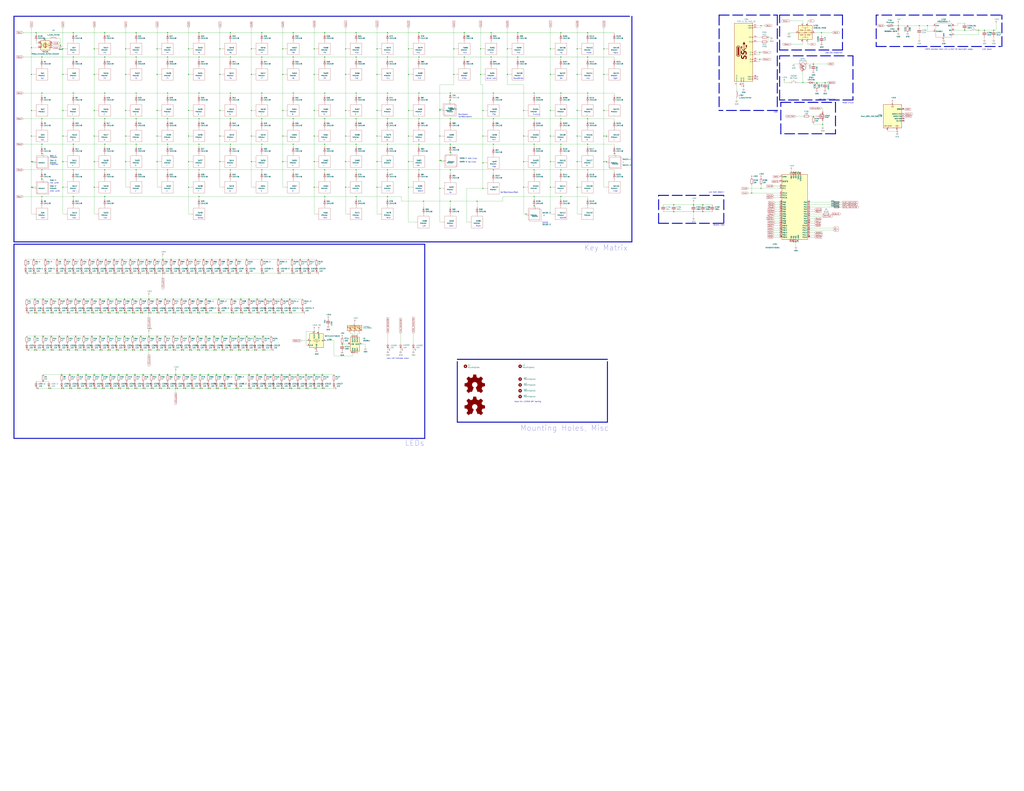
<source format=kicad_sch>
(kicad_sch (version 20200618) (host eeschema "(5.99.0-2195-g476558ece)")
  (page 1 1)
  (paper "E")
  (lib_symbols
    (symbol "Boston-controller-STM32-rescue:AO4406AL-Acheron"
      (property "Reference" "Q" (at -5.08 3.81 0))
      (property "Value" "AO4406AL-Acheron" (at -5.08 -2.54 0))
      (symbol "AO4406AL-Acheron_1_1"
        (pin passive line (at 0 -5.08 90) (length 2.54) (name "~") (number "1"))
        (pin passive line (at 0 -5.08 90) (length 2.54) (name "~") (number "2"))
        (pin passive line (at 0 -5.08 90) (length 2.54) (name "~") (number "3"))
        (pin input line (at -7.62 0 0) (length 5.08) (name "G") (number "4"))
        (pin passive line (at 0 5.08 270) (length 2.54) (name "D") (number "5"))
        (pin passive line (at 0 5.08 270) (length 2.54) (name "~") (number "6"))
        (pin passive line (at 0 5.08 270) (length 2.54) (name "~") (number "7"))
        (pin passive line (at 0 5.08 270) (length 2.54) (name "~") (number "8"))
      )
    )
    (symbol "Boston-controller-STM32-rescue:AP63203WU-7-Acheron"
      (property "Reference" "U" (at 0 13.97 0))
      (property "Value" "AP63203WU-7-Acheron" (at 0 11.43 0))
      (symbol "AP63203WU-7-Acheron_1_1"
        (pin input line (at 11.43 -2.54 180) (length 2.54) (name "FB") (number "1"))
        (pin input line (at -11.43 1.27 0) (length 2.54) (name "ENABLE") (number "2"))
        (pin input line (at -11.43 7.62 0) (length 2.54) (name "VIN") (number "3"))
        (pin input line (at 0 -7.62 90) (length 2.54) (name "GND") (number "4"))
        (pin output line (at 11.43 2.54 180) (length 2.54) (name "SW") (number "5"))
        (pin input line (at 11.43 7.62 180) (length 2.54) (name "BST") (number "6"))
      )
    )
    (symbol "Boston-controller-STM32-rescue:TYPE-C-31-M12_13-Acheron"
      (property "Reference" "J" (at -1.27 35.56 0))
      (property "Value" "TYPE-C-31-M12_13-Acheron" (at 10.16 33.02 0))
      (symbol "TYPE-C-31-M12_13-Acheron_0_0"
        (text "SS" (at 0.508 -3.175 900) (effects (font (size 5.08 5.08) bold italic)))
      )
      (symbol "TYPE-C-31-M12_13-Acheron_1_1"
        (pin power_out line (at 0 -36.83 90) (length 5.08) (name "GND") (number "A1"))
        (pin power_out line (at 15.24 29.21 180) (length 5.08) (name "VBUS") (number "A4"))
        (pin bidirectional line (at 15.24 16.51 180) (length 5.08) (name "CC1") (number "A5"))
        (pin bidirectional line (at 15.24 -7.62 180) (length 5.08) (name "D+") (number "A6"))
        (pin bidirectional line (at 15.24 0 180) (length 5.08) (name "D-") (number "A7"))
        (pin bidirectional line (at 15.24 -26.67 180) (length 5.08) (name "SBU1") (number "A8"))
        (pin power_out line (at -2.54 -36.83 90) (length 5.08) (name "GND") (number "B1"))
        (pin power_out line (at 15.24 26.67 180) (length 5.08) (name "VBUS") (number "B4"))
        (pin bidirectional line (at 15.24 11.43 180) (length 5.08) (name "CC2") (number "B5"))
        (pin bidirectional line (at 15.24 -10.16 180) (length 5.08) (name "D+") (number "B6"))
        (pin bidirectional line (at 15.24 -2.54 180) (length 5.08) (name "D-") (number "B7"))
        (pin bidirectional line (at 15.24 -29.21 180) (length 5.08) (name "SBU2") (number "B8"))
        (pin passive line (at -7.62 -36.83 90) (length 5.08) (name "SHIELD") (number "S"))
      )
    )
    (symbol "Boston-keyboard-rescue:MXSwitch-Acheron"
      (property "Reference" "SW" (at 0 0 0))
      (property "Value" "MXSwitch-Acheron" (at 0 -3.81 0))
      (symbol "MXSwitch-Acheron_1_1"
        (pin output line (at -8.89 0 0) (length 2.54) hide (name "Col") (number "1"))
        (pin input line (at 0 8.89 270) (length 2.54) hide (name "Row") (number "2"))
      )
    )
    (symbol "Device:C" (pin_numbers hide) (pin_names (offset 0.254))
      (property "Reference" "C" (at 0.635 2.54 0))
      (property "Value" "C" (at 0.635 -2.54 0))
      (symbol "C_1_1"
        (pin passive line (at 0 3.81 270) (length 2.794) (name "~") (number "1"))
        (pin passive line (at 0 -3.81 90) (length 2.794) (name "~") (number "2"))
      )
    )
    (symbol "Device:D_Schottky_Small" (pin_numbers hide) (pin_names (offset 0.254) hide)
      (property "Reference" "D" (at -1.27 2.032 0))
      (property "Value" "D_Schottky_Small" (at -7.112 -2.032 0))
      (symbol "D_Schottky_Small_1_1"
        (pin passive line (at -2.54 0 0) (length 1.778) (name "K") (number "1"))
        (pin passive line (at 2.54 0 180) (length 1.778) (name "A") (number "2"))
      )
    )
    (symbol "Device:L" (pin_numbers hide) (pin_names hide)
      (property "Reference" "L" (at -1.27 0 90))
      (property "Value" "L" (at 1.905 0 90))
      (symbol "L_1_1"
        (pin passive line (at 0 3.81 270) (length 1.27) (name "1") (number "1"))
        (pin passive line (at 0 -3.81 90) (length 1.27) (name "2") (number "2"))
      )
    )
    (symbol "Device:LED" (pin_numbers hide) (pin_names hide)
      (property "Reference" "D" (at 0 2.54 0))
      (property "Value" "LED" (at 0 -2.54 0))
      (symbol "LED_1_1"
        (pin passive line (at -3.81 0 0) (length 2.54) (name "K") (number "1"))
        (pin passive line (at 3.81 0 180) (length 2.54) (name "A") (number "2"))
      )
    )
    (symbol "Device:LED_ABRG" (pin_names (offset 0) hide)
      (property "Reference" "D" (at 0 10.16 0))
      (property "Value" "LED_ABRG" (at 0 -10.16 0))
      (symbol "LED_ABRG_1_1"
        (pin passive line (at 5.08 0 180) (length 2.54) (name "A") (number "1"))
        (pin passive line (at -5.08 -5.08 0) (length 2.54) (name "BK") (number "2"))
        (pin passive line (at -5.08 5.08 0) (length 2.54) (name "RK") (number "3"))
        (pin passive line (at -5.08 0 0) (length 2.54) (name "GK") (number "4"))
      )
      (symbol "LED_ABRG_1_0"
        (text "B" (at -1.905 -6.35 0) (effects (font (size 1.27 1.27))))
        (text "G" (at -1.905 -1.27 0) (effects (font (size 1.27 1.27))))
        (text "R" (at -1.905 3.81 0) (effects (font (size 1.27 1.27))))
      )
    )
    (symbol "Device:L_Core_Ferrite" (pin_numbers hide) (pin_names hide)
      (property "Reference" "L" (at -1.27 0 90))
      (property "Value" "L_Core_Ferrite" (at 2.794 0 90))
      (symbol "L_Core_Ferrite_1_1"
        (pin passive line (at 0 3.81 270) (length 1.27) (name "1") (number "1"))
        (pin passive line (at 0 -3.81 90) (length 1.27) (name "2") (number "2"))
      )
    )
    (symbol "Device:Polyfuse" (pin_numbers hide) (pin_names (offset 0))
      (property "Reference" "F" (at -2.54 0 90))
      (property "Value" "Polyfuse" (at 2.54 0 90))
      (symbol "Polyfuse_1_1"
        (pin passive line (at 0 3.81 270) (length 1.27) (name "~") (number "1"))
        (pin passive line (at 0 -3.81 90) (length 1.27) (name "~") (number "2"))
      )
    )
    (symbol "Device:R" (pin_numbers hide) (pin_names (offset 0))
      (property "Reference" "R" (at 2.032 0 90))
      (property "Value" "R" (at 0 0 90))
      (symbol "R_1_1"
        (pin passive line (at 0 3.81 270) (length 1.27) (name "~") (number "1"))
        (pin passive line (at 0 -3.81 90) (length 1.27) (name "~") (number "2"))
      )
    )
    (symbol "Diode:1N4148" (pin_numbers hide) (pin_names hide)
      (property "Reference" "D" (at 0 2.54 0))
      (property "Value" "1N4148" (at 0 -2.54 0))
      (symbol "1N4148_1_1"
        (pin passive line (at -3.81 0 0) (length 2.54) (name "K") (number "1"))
        (pin passive line (at 3.81 0 180) (length 2.54) (name "A") (number "2"))
      )
    )
    (symbol "Driver_LED:WS2811" (pin_names (offset 0.508))
      (property "Reference" "U" (at -6.35 6.35 0))
      (property "Value" "WS2811" (at 5.08 6.35 0))
      (symbol "WS2811_1_1"
        (pin output line (at 10.16 2.54 180) (length 2.54) (name "OUTR") (number "1"))
        (pin output line (at 10.16 0 180) (length 2.54) (name "OUTG") (number "2"))
        (pin output line (at 10.16 -2.54 180) (length 2.54) (name "OUTB") (number "3"))
        (pin power_in line (at 0 -7.62 90) (length 2.54) (name "GND") (number "4"))
        (pin output line (at -10.16 0 0) (length 2.54) (name "DO") (number "5"))
        (pin input line (at -10.16 2.54 0) (length 2.54) (name "DIN") (number "6"))
        (pin input line (at -10.16 -2.54 0) (length 2.54) (name "SET") (number "7"))
        (pin power_in line (at 0 7.62 270) (length 2.54) (name "VDD") (number "8"))
      )
    )
    (symbol "Graphic:Logo_Open_Hardware_Large")
    (symbol "Logic_LevelTranslator:SN74LVC1T45DCK" (pin_names (offset 0.508))
      (property "Reference" "U" (at -6.35 8.89 0))
      (property "Value" "SN74LVC1T45DCK" (at 3.81 8.89 0))
      (symbol "SN74LVC1T45DCK_1_1"
        (pin power_in line (at -2.54 10.16 270) (length 2.54) (name "VCCA") (number "1"))
        (pin power_in line (at 0 -10.16 90) (length 2.54) (name "GND") (number "2"))
        (pin bidirectional line (at -10.16 0 0) (length 2.54) (name "A") (number "3"))
        (pin bidirectional line (at 10.16 0 180) (length 2.54) (name "B") (number "4"))
        (pin input line (at -10.16 -5.08 0) (length 2.54) (name "DIR") (number "5"))
        (pin power_in line (at 2.54 10.16 270) (length 2.54) (name "VCCB") (number "6"))
      )
    )
    (symbol "MCU_ST_STM32F0:STM32F072CBTx" (pin_names (offset 0.508))
      (property "Reference" "U" (at -15.24 36.83 0))
      (property "Value" "STM32F072CBTx" (at 7.62 36.83 0))
      (symbol "STM32F072CBTx_1_1"
        (pin power_in line (at -5.08 38.1 270) (length 2.54) (name "VBAT") (number "1"))
        (pin bidirectional line (at 15.24 5.08 180) (length 2.54) (name "PA0") (number "10"))
        (pin bidirectional line (at 15.24 2.54 180) (length 2.54) (name "PA1") (number "11"))
        (pin bidirectional line (at 15.24 0 180) (length 2.54) (name "PA2") (number "12"))
        (pin bidirectional line (at 15.24 -2.54 180) (length 2.54) (name "PA3") (number "13"))
        (pin bidirectional line (at 15.24 -5.08 180) (length 2.54) (name "PA4") (number "14"))
        (pin bidirectional line (at 15.24 -7.62 180) (length 2.54) (name "PA5") (number "15"))
        (pin bidirectional line (at 15.24 -10.16 180) (length 2.54) (name "PA6") (number "16"))
        (pin bidirectional line (at 15.24 -12.7 180) (length 2.54) (name "PA7") (number "17"))
        (pin bidirectional line (at -17.78 5.08 0) (length 2.54) (name "PB0") (number "18"))
        (pin bidirectional line (at -17.78 2.54 0) (length 2.54) (name "PB1") (number "19"))
        (pin bidirectional line (at -17.78 15.24 0) (length 2.54) (name "PC13") (number "2"))
        (pin bidirectional line (at -17.78 0 0) (length 2.54) (name "PB2") (number "20"))
        (pin bidirectional line (at -17.78 -20.32 0) (length 2.54) (name "PB10") (number "21"))
        (pin bidirectional line (at -17.78 -22.86 0) (length 2.54) (name "PB11") (number "22"))
        (pin power_in line (at -5.08 -38.1 90) (length 2.54) (name "VSS") (number "23"))
        (pin power_in line (at -2.54 38.1 270) (length 2.54) (name "VDD") (number "24"))
        (pin bidirectional line (at -17.78 -25.4 0) (length 2.54) (name "PB12") (number "25"))
        (pin bidirectional line (at -17.78 -27.94 0) (length 2.54) (name "PB13") (number "26"))
        (pin bidirectional line (at -17.78 -30.48 0) (length 2.54) (name "PB14") (number "27"))
        (pin bidirectional line (at -17.78 -33.02 0) (length 2.54) (name "PB15") (number "28"))
        (pin bidirectional line (at 15.24 -15.24 180) (length 2.54) (name "PA8") (number "29"))
        (pin bidirectional line (at -17.78 12.7 0) (length 2.54) (name "PC14") (number "3"))
        (pin bidirectional line (at 15.24 -17.78 180) (length 2.54) (name "PA9") (number "30"))
        (pin bidirectional line (at 15.24 -20.32 180) (length 2.54) (name "PA10") (number "31"))
        (pin bidirectional line (at 15.24 -22.86 180) (length 2.54) (name "PA11") (number "32"))
        (pin bidirectional line (at 15.24 -25.4 180) (length 2.54) (name "PA12") (number "33"))
        (pin bidirectional line (at 15.24 -27.94 180) (length 2.54) (name "PA13") (number "34"))
        (pin power_in line (at -2.54 -38.1 90) (length 2.54) (name "VSS") (number "35"))
        (pin power_in line (at 5.08 38.1 270) (length 2.54) (name "VDDIO2") (number "36"))
        (pin bidirectional line (at 15.24 -30.48 180) (length 2.54) (name "PA14") (number "37"))
        (pin bidirectional line (at 15.24 -33.02 180) (length 2.54) (name "PA15") (number "38"))
        (pin bidirectional line (at -17.78 -2.54 0) (length 2.54) (name "PB3") (number "39"))
        (pin bidirectional line (at -17.78 10.16 0) (length 2.54) (name "PC15") (number "4"))
        (pin bidirectional line (at -17.78 -5.08 0) (length 2.54) (name "PB4") (number "40"))
        (pin bidirectional line (at -17.78 -7.62 0) (length 2.54) (name "PB5") (number "41"))
        (pin bidirectional line (at -17.78 -10.16 0) (length 2.54) (name "PB6") (number "42"))
        (pin bidirectional line (at -17.78 -12.7 0) (length 2.54) (name "PB7") (number "43"))
        (pin input line (at -17.78 27.94 0) (length 2.54) (name "BOOT0") (number "44"))
        (pin bidirectional line (at -17.78 -15.24 0) (length 2.54) (name "PB8") (number "45"))
        (pin bidirectional line (at -17.78 -17.78 0) (length 2.54) (name "PB9") (number "46"))
        (pin power_in line (at 0 -38.1 90) (length 2.54) (name "VSS") (number "47"))
        (pin power_in line (at 0 38.1 270) (length 2.54) (name "VDD") (number "48"))
        (pin input line (at -17.78 22.86 0) (length 2.54) (name "PF0") (number "5"))
        (pin input line (at -17.78 20.32 0) (length 2.54) (name "PF1") (number "6"))
        (pin input line (at -17.78 33.02 0) (length 2.54) (name "NRST") (number "7"))
        (pin power_in line (at 2.54 -38.1 90) (length 2.54) (name "VSSA") (number "8"))
        (pin power_in line (at 2.54 38.1 270) (length 2.54) (name "VDDA") (number "9"))
      )
    )
    (symbol "Mechanical:MountingHole"
      (property "Reference" "H" (at 0 5.08 0))
      (property "Value" "MountingHole" (at 0 3.175 0))
    )
    (symbol "Power_Protection:USBLC6-2SC6" (pin_names (offset 0.508) hide)
      (property "Reference" "U" (at 2.54 8.89 0))
      (property "Value" "USBLC6-2SC6" (at 2.54 -8.89 0))
      (symbol "USBLC6-2SC6_1_1"
        (pin passive line (at -10.16 -2.54 0) (length 2.54) (name "I/O1") (number "1"))
        (pin passive line (at 0 -10.16 90) (length 2.54) (name "GND") (number "2"))
        (pin passive line (at 10.16 -2.54 180) (length 2.54) (name "I/O2") (number "3"))
        (pin passive line (at 10.16 2.54 180) (length 2.54) (name "I/O2") (number "4"))
        (pin passive line (at 0 10.16 270) (length 2.54) (name "VBUS") (number "5"))
        (pin passive line (at -10.16 2.54 0) (length 2.54) (name "I/O1") (number "6"))
      )
    )
    (symbol "Switch:SW_Push" (pin_numbers hide) (pin_names hide)
      (property "Reference" "SW" (at 1.27 2.54 0))
      (property "Value" "SW_Push" (at 0 -1.524 0))
      (symbol "SW_Push_0_1"
        (pin passive line (at -5.08 0 0) (length 2.54) (name "1") (number "1"))
        (pin passive line (at 5.08 0 180) (length 2.54) (name "2") (number "2"))
      )
    )
    (symbol "Transistor_BJT:DTC123J" (pin_names (offset 0) hide)
      (property "Reference" "Q" (at 5.08 1.905 0))
      (property "Value" "DTC123J" (at 5.08 0 0))
      (symbol "DTC123J_0_0"
        (text "2k2" (at -3.302 0.889 0) (effects (font (size 0.508 0.508))))
        (text "47k" (at -2.159 -1.524 900) (effects (font (size 0.508 0.508))))
      )
      (symbol "DTC123J_1_1"
        (pin input line (at -6.35 0 0) (length 2.54) (name "B") (number "1"))
        (pin passive line (at 2.54 -5.08 90) (length 2.54) (name "E") (number "2"))
        (pin passive line (at 2.54 5.08 270) (length 2.54) (name "C") (number "3"))
      )
    )
    (symbol "acheronSymbols:Conn_ARM_JTAG_SWD_10"
      (property "Reference" "J" (at -2.54 16.51 0))
      (property "Value" "Conn_ARM_JTAG_SWD_10" (at -2.54 13.97 0))
      (symbol "Conn_ARM_JTAG_SWD_10_0_0"
        (text "VCC" (at 0 10.541 0) (effects (font (size 1.016 1.016))))
      )
      (symbol "Conn_ARM_JTAG_SWD_10_1_1"
        (text "GND" (at 4.953 -10.541 0) (effects (font (size 1.016 1.016))))
        (text "GND Detect" (at -4.826 -10.541 0) (effects (font (size 1.016 1.016))))
        (pin power_in line (at 0 15.24 270) (length 2.54) (name "VCC") (number "1"))
        (pin open_collector line (at 12.7 7.62 180) (length 2.54) (name "~RESET~") (number "10"))
        (pin bidirectional line (at 12.7 0 180) (length 2.54) (name "SWDIO/TMS") (number "2"))
        (pin power_in line (at 5.08 -15.24 90) (length 2.54) (name "GND") (number "3"))
        (pin output line (at 12.7 2.54 180) (length 2.54) (name "SWDCLK/TCK") (number "4"))
        (pin passive line (at 5.08 -15.24 90) (length 2.54) hide (name "GND") (number "5"))
        (pin input line (at 12.7 -2.54 180) (length 2.54) (name "SWO/TDO") (number "6"))
        (pin unconnected line (at -10.16 0 0) (length 2.54) hide (name "KEY") (number "7"))
        (pin output line (at 12.7 -5.08 180) (length 2.54) (name "NC/TDI") (number "8"))
        (pin passive line (at -5.08 -15.24 90) (length 2.54) (name "GNDDetect") (number "9"))
      )
    )
    (symbol "acheronSymbols:MXSwitch"
      (property "Reference" "SW" (at 0 0 0))
      (property "Value" "MXSwitch" (at 0 -3.81 0))
      (symbol "MXSwitch_1_1"
        (pin output line (at -8.89 0 0) (length 2.54) hide (name "Col") (number "1"))
        (pin input line (at 0 8.89 270) (length 2.54) hide (name "Row") (number "2"))
      )
    )
    (symbol "acheronSymbols:Rotary_Encoder_Switch_Chassis" (pin_names (offset 0.254) hide)
      (property "Reference" "SW" (at 0 6.604 0))
      (property "Value" "Rotary_Encoder_Switch_Chassis" (at 0 -6.604 0))
      (symbol "Rotary_Encoder_Switch_Chassis_1_1"
        (pin passive line (at -7.62 2.54 0) (length 2.54) (name "A") (number "A"))
        (pin passive line (at -7.62 -2.54 0) (length 2.54) (name "B") (number "B"))
        (pin passive line (at -7.62 0 0) (length 2.54) (name "C") (number "C"))
        (pin bidirectional line (at 0 -7.62 90) (length 2.54) (name "Shield") (number "S"))
        (pin passive line (at 7.62 2.54 180) (length 2.54) (name "S1") (number "S1"))
        (pin passive line (at 7.62 -2.54 180) (length 2.54) (name "S2") (number "S2"))
      )
    )
    (symbol "power:+3.3V" (power) (pin_names (offset 0))
      (property "Value" "+3.3V" (at 0 3.556 0))
      (symbol "+3.3V_1_1"
        (pin power_in line (at 0 0 90) (length 0) hide (name "+3V3") (number "1"))
      )
    )
    (symbol "power:+5V" (power) (pin_names (offset 0))
      (property "Value" "+5V" (at 0 3.556 0))
      (symbol "+5V_1_1"
        (pin power_in line (at 0 0 90) (length 0) hide (name "+5V") (number "1"))
      )
    )
    (symbol "power:GND" (power) (pin_names (offset 0))
      (property "Value" "GND" (at 0 -3.81 0))
      (symbol "GND_1_1"
        (pin power_in line (at 0 0 270) (length 0) hide (name "GND") (number "1"))
      )
    )
  )
  (junction (at 34.29 52.07))
  (junction (at 34.29 81.28))
  (junction (at 34.29 120.65))
  (junction (at 34.29 148.59))
  (junction (at 34.29 176.53))
  (junction (at 34.29 204.47))
  (junction (at 35.56 176.53))
  (junction (at 35.56 204.47))
  (junction (at 36.83 283.21))
  (junction (at 36.83 298.45))
  (junction (at 38.1 326.39))
  (junction (at 38.1 341.63))
  (junction (at 38.1 367.03))
  (junction (at 38.1 382.27))
  (junction (at 39.37 35.56))
  (junction (at 45.72 62.23))
  (junction (at 45.72 101.6))
  (junction (at 45.72 129.54))
  (junction (at 45.72 157.48))
  (junction (at 45.72 167.64))
  (junction (at 45.72 185.42))
  (junction (at 45.72 195.58))
  (junction (at 45.72 214.63))
  (junction (at 46.99 326.39))
  (junction (at 46.99 341.63))
  (junction (at 46.99 367.03))
  (junction (at 46.99 382.27))
  (junction (at 46.99 416.56))
  (junction (at 49.53 283.21))
  (junction (at 49.53 298.45))
  (junction (at 53.34 424.18))
  (junction (at 55.88 326.39))
  (junction (at 55.88 341.63))
  (junction (at 55.88 367.03))
  (junction (at 55.88 382.27))
  (junction (at 62.23 283.21))
  (junction (at 62.23 298.45))
  (junction (at 64.77 326.39))
  (junction (at 64.77 341.63))
  (junction (at 64.77 367.03))
  (junction (at 64.77 382.27))
  (junction (at 66.04 49.53))
  (junction (at 67.31 408.94))
  (junction (at 67.31 424.18))
  (junction (at 68.58 53.34))
  (junction (at 68.58 81.28))
  (junction (at 68.58 120.65))
  (junction (at 68.58 148.59))
  (junction (at 68.58 176.53))
  (junction (at 68.58 204.47))
  (junction (at 71.12 283.21))
  (junction (at 71.12 298.45))
  (junction (at 73.66 326.39))
  (junction (at 73.66 341.63))
  (junction (at 73.66 367.03))
  (junction (at 73.66 382.27))
  (junction (at 76.2 408.94))
  (junction (at 76.2 424.18))
  (junction (at 80.01 35.56))
  (junction (at 80.01 62.23))
  (junction (at 80.01 101.6))
  (junction (at 80.01 129.54))
  (junction (at 80.01 157.48))
  (junction (at 80.01 185.42))
  (junction (at 80.01 214.63))
  (junction (at 80.01 283.21))
  (junction (at 80.01 298.45))
  (junction (at 82.55 326.39))
  (junction (at 82.55 341.63))
  (junction (at 82.55 367.03))
  (junction (at 82.55 382.27))
  (junction (at 85.09 408.94))
  (junction (at 85.09 424.18))
  (junction (at 88.9 283.21))
  (junction (at 88.9 298.45))
  (junction (at 91.44 326.39))
  (junction (at 91.44 341.63))
  (junction (at 91.44 367.03))
  (junction (at 91.44 382.27))
  (junction (at 93.98 408.94))
  (junction (at 93.98 424.18))
  (junction (at 97.79 283.21))
  (junction (at 97.79 298.45))
  (junction (at 100.33 326.39))
  (junction (at 100.33 341.63))
  (junction (at 100.33 367.03))
  (junction (at 100.33 382.27))
  (junction (at 102.87 53.34))
  (junction (at 102.87 81.28))
  (junction (at 102.87 120.65))
  (junction (at 102.87 148.59))
  (junction (at 102.87 176.53))
  (junction (at 102.87 204.47))
  (junction (at 102.87 408.94))
  (junction (at 102.87 424.18))
  (junction (at 106.68 283.21))
  (junction (at 106.68 298.45))
  (junction (at 109.22 326.39))
  (junction (at 109.22 341.63))
  (junction (at 109.22 367.03))
  (junction (at 109.22 382.27))
  (junction (at 111.76 408.94))
  (junction (at 111.76 424.18))
  (junction (at 114.3 35.56))
  (junction (at 114.3 62.23))
  (junction (at 114.3 101.6))
  (junction (at 114.3 129.54))
  (junction (at 114.3 157.48))
  (junction (at 114.3 185.42))
  (junction (at 114.3 214.63))
  (junction (at 115.57 283.21))
  (junction (at 115.57 298.45))
  (junction (at 118.11 326.39))
  (junction (at 118.11 341.63))
  (junction (at 118.11 367.03))
  (junction (at 118.11 382.27))
  (junction (at 120.65 408.94))
  (junction (at 120.65 424.18))
  (junction (at 124.46 283.21))
  (junction (at 124.46 298.45))
  (junction (at 127 326.39))
  (junction (at 127 341.63))
  (junction (at 127 367.03))
  (junction (at 127 382.27))
  (junction (at 129.54 408.94))
  (junction (at 129.54 424.18))
  (junction (at 133.35 283.21))
  (junction (at 133.35 298.45))
  (junction (at 135.89 326.39))
  (junction (at 135.89 341.63))
  (junction (at 135.89 367.03))
  (junction (at 135.89 382.27))
  (junction (at 137.16 53.34))
  (junction (at 137.16 81.28))
  (junction (at 137.16 120.65))
  (junction (at 137.16 148.59))
  (junction (at 137.16 176.53))
  (junction (at 138.43 408.94))
  (junction (at 138.43 424.18))
  (junction (at 142.24 283.21))
  (junction (at 142.24 298.45))
  (junction (at 144.78 326.39))
  (junction (at 144.78 341.63))
  (junction (at 144.78 367.03))
  (junction (at 144.78 382.27))
  (junction (at 147.32 408.94))
  (junction (at 147.32 424.18))
  (junction (at 148.59 35.56))
  (junction (at 148.59 62.23))
  (junction (at 148.59 101.6))
  (junction (at 148.59 129.54))
  (junction (at 148.59 157.48))
  (junction (at 148.59 185.42))
  (junction (at 151.13 283.21))
  (junction (at 151.13 298.45))
  (junction (at 153.67 326.39))
  (junction (at 153.67 341.63))
  (junction (at 153.67 367.03))
  (junction (at 153.67 382.27))
  (junction (at 156.21 408.94))
  (junction (at 156.21 424.18))
  (junction (at 160.02 283.21))
  (junction (at 160.02 298.45))
  (junction (at 162.56 326.39))
  (junction (at 162.56 341.63))
  (junction (at 162.56 367.03))
  (junction (at 162.56 382.27))
  (junction (at 165.1 408.94))
  (junction (at 165.1 424.18))
  (junction (at 168.91 283.21))
  (junction (at 168.91 298.45))
  (junction (at 171.45 53.34))
  (junction (at 171.45 81.28))
  (junction (at 171.45 120.65))
  (junction (at 171.45 148.59))
  (junction (at 171.45 176.53))
  (junction (at 171.45 326.39))
  (junction (at 171.45 341.63))
  (junction (at 171.45 367.03))
  (junction (at 171.45 382.27))
  (junction (at 173.99 408.94))
  (junction (at 173.99 424.18))
  (junction (at 177.8 283.21))
  (junction (at 177.8 298.45))
  (junction (at 180.34 326.39))
  (junction (at 180.34 341.63))
  (junction (at 180.34 367.03))
  (junction (at 180.34 382.27))
  (junction (at 182.88 35.56))
  (junction (at 182.88 62.23))
  (junction (at 182.88 101.6))
  (junction (at 182.88 129.54))
  (junction (at 182.88 157.48))
  (junction (at 182.88 185.42))
  (junction (at 182.88 408.94))
  (junction (at 182.88 424.18))
  (junction (at 186.69 283.21))
  (junction (at 186.69 298.45))
  (junction (at 189.23 326.39))
  (junction (at 189.23 341.63))
  (junction (at 189.23 367.03))
  (junction (at 189.23 382.27))
  (junction (at 191.77 408.94))
  (junction (at 191.77 424.18))
  (junction (at 195.58 283.21))
  (junction (at 195.58 298.45))
  (junction (at 198.12 326.39))
  (junction (at 198.12 341.63))
  (junction (at 198.12 367.03))
  (junction (at 198.12 382.27))
  (junction (at 200.66 408.94))
  (junction (at 200.66 424.18))
  (junction (at 204.47 283.21))
  (junction (at 204.47 298.45))
  (junction (at 205.74 53.34))
  (junction (at 205.74 81.28))
  (junction (at 205.74 120.65))
  (junction (at 205.74 148.59))
  (junction (at 205.74 176.53))
  (junction (at 205.74 204.47))
  (junction (at 207.01 326.39))
  (junction (at 207.01 341.63))
  (junction (at 207.01 367.03))
  (junction (at 207.01 382.27))
  (junction (at 209.55 408.94))
  (junction (at 209.55 424.18))
  (junction (at 213.36 283.21))
  (junction (at 213.36 298.45))
  (junction (at 215.9 326.39))
  (junction (at 215.9 341.63))
  (junction (at 215.9 367.03))
  (junction (at 215.9 382.27))
  (junction (at 217.17 35.56))
  (junction (at 217.17 62.23))
  (junction (at 217.17 101.6))
  (junction (at 217.17 129.54))
  (junction (at 217.17 157.48))
  (junction (at 217.17 185.42))
  (junction (at 217.17 214.63))
  (junction (at 218.44 408.94))
  (junction (at 218.44 424.18))
  (junction (at 222.25 283.21))
  (junction (at 222.25 298.45))
  (junction (at 224.79 326.39))
  (junction (at 224.79 341.63))
  (junction (at 224.79 367.03))
  (junction (at 224.79 382.27))
  (junction (at 227.33 408.94))
  (junction (at 227.33 424.18))
  (junction (at 231.14 283.21))
  (junction (at 231.14 298.45))
  (junction (at 233.68 367.03))
  (junction (at 233.68 382.27))
  (junction (at 236.22 408.94))
  (junction (at 236.22 424.18))
  (junction (at 238.76 326.39))
  (junction (at 238.76 341.63))
  (junction (at 240.03 53.34))
  (junction (at 240.03 81.28))
  (junction (at 240.03 120.65))
  (junction (at 240.03 148.59))
  (junction (at 240.03 176.53))
  (junction (at 240.03 283.21))
  (junction (at 240.03 298.45))
  (junction (at 242.57 367.03))
  (junction (at 242.57 382.27))
  (junction (at 245.11 408.94))
  (junction (at 245.11 424.18))
  (junction (at 248.92 283.21))
  (junction (at 248.92 298.45))
  (junction (at 251.46 35.56))
  (junction (at 251.46 62.23))
  (junction (at 251.46 101.6))
  (junction (at 251.46 129.54))
  (junction (at 251.46 157.48))
  (junction (at 251.46 185.42))
  (junction (at 251.46 367.03))
  (junction (at 251.46 382.27))
  (junction (at 252.73 326.39))
  (junction (at 252.73 341.63))
  (junction (at 257.81 283.21))
  (junction (at 257.81 298.45))
  (junction (at 257.81 408.94))
  (junction (at 257.81 424.18))
  (junction (at 260.35 367.03))
  (junction (at 260.35 382.27))
  (junction (at 262.89 326.39))
  (junction (at 262.89 341.63))
  (junction (at 269.24 283.21))
  (junction (at 269.24 298.45))
  (junction (at 269.24 367.03))
  (junction (at 269.24 382.27))
  (junction (at 271.78 326.39))
  (junction (at 271.78 341.63))
  (junction (at 271.78 408.94))
  (junction (at 271.78 424.18))
  (junction (at 274.32 53.34))
  (junction (at 274.32 81.28))
  (junction (at 274.32 120.65))
  (junction (at 274.32 148.59))
  (junction (at 274.32 176.53))
  (junction (at 278.13 367.03))
  (junction (at 278.13 382.27))
  (junction (at 280.67 326.39))
  (junction (at 280.67 341.63))
  (junction (at 280.67 408.94))
  (junction (at 280.67 424.18))
  (junction (at 285.75 35.56))
  (junction (at 285.75 62.23))
  (junction (at 285.75 101.6))
  (junction (at 285.75 129.54))
  (junction (at 285.75 157.48))
  (junction (at 285.75 185.42))
  (junction (at 285.75 283.21))
  (junction (at 285.75 298.45))
  (junction (at 287.02 367.03))
  (junction (at 287.02 382.27))
  (junction (at 289.56 326.39))
  (junction (at 289.56 341.63))
  (junction (at 289.56 408.94))
  (junction (at 289.56 424.18))
  (junction (at 298.45 326.39))
  (junction (at 298.45 341.63))
  (junction (at 298.45 408.94))
  (junction (at 298.45 424.18))
  (junction (at 303.53 283.21))
  (junction (at 303.53 298.45))
  (junction (at 307.34 326.39))
  (junction (at 307.34 341.63))
  (junction (at 307.34 408.94))
  (junction (at 307.34 424.18))
  (junction (at 308.61 53.34))
  (junction (at 308.61 81.28))
  (junction (at 308.61 120.65))
  (junction (at 308.61 148.59))
  (junction (at 308.61 176.53))
  (junction (at 316.23 326.39))
  (junction (at 316.23 341.63))
  (junction (at 316.23 408.94))
  (junction (at 316.23 424.18))
  (junction (at 318.77 283.21))
  (junction (at 318.77 298.45))
  (junction (at 320.04 35.56))
  (junction (at 320.04 62.23))
  (junction (at 320.04 101.6))
  (junction (at 320.04 129.54))
  (junction (at 320.04 157.48))
  (junction (at 320.04 185.42))
  (junction (at 325.12 408.94))
  (junction (at 325.12 424.18))
  (junction (at 327.66 283.21))
  (junction (at 327.66 298.45))
  (junction (at 334.01 408.94))
  (junction (at 334.01 424.18))
  (junction (at 336.55 283.21))
  (junction (at 336.55 298.45))
  (junction (at 342.9 53.34))
  (junction (at 342.9 81.28))
  (junction (at 342.9 120.65))
  (junction (at 342.9 148.59))
  (junction (at 342.9 176.53))
  (junction (at 342.9 204.47))
  (junction (at 342.9 361.95))
  (junction (at 342.9 408.94))
  (junction (at 342.9 424.18))
  (junction (at 351.79 408.94))
  (junction (at 351.79 424.18))
  (junction (at 354.33 35.56))
  (junction (at 354.33 62.23))
  (junction (at 354.33 101.6))
  (junction (at 354.33 129.54))
  (junction (at 354.33 157.48))
  (junction (at 354.33 185.42))
  (junction (at 354.33 214.63))
  (junction (at 373.38 375.92))
  (junction (at 377.19 53.34))
  (junction (at 377.19 81.28))
  (junction (at 377.19 120.65))
  (junction (at 377.19 148.59))
  (junction (at 377.19 176.53))
  (junction (at 377.19 204.47))
  (junction (at 388.62 35.56))
  (junction (at 388.62 62.23))
  (junction (at 388.62 101.6))
  (junction (at 388.62 129.54))
  (junction (at 388.62 157.48))
  (junction (at 388.62 185.42))
  (junction (at 388.62 214.63))
  (junction (at 411.48 53.34))
  (junction (at 411.48 81.28))
  (junction (at 411.48 120.65))
  (junction (at 411.48 148.59))
  (junction (at 411.48 176.53))
  (junction (at 411.48 204.47))
  (junction (at 422.91 35.56))
  (junction (at 422.91 62.23))
  (junction (at 422.91 101.6))
  (junction (at 422.91 129.54))
  (junction (at 422.91 157.48))
  (junction (at 422.91 185.42))
  (junction (at 422.91 214.63))
  (junction (at 445.77 53.34))
  (junction (at 445.77 81.28))
  (junction (at 445.77 120.65))
  (junction (at 445.77 148.59))
  (junction (at 445.77 176.53))
  (junction (at 445.77 204.47))
  (junction (at 457.2 35.56))
  (junction (at 457.2 62.23))
  (junction (at 457.2 101.6))
  (junction (at 457.2 129.54))
  (junction (at 457.2 157.48))
  (junction (at 457.2 185.42))
  (junction (at 462.28 219.71))
  (junction (at 480.06 119.38))
  (junction (at 480.06 120.65))
  (junction (at 480.06 148.59))
  (junction (at 480.06 175.26))
  (junction (at 480.06 205.74))
  (junction (at 481.33 175.26))
  (junction (at 491.49 101.6))
  (junction (at 491.49 109.22))
  (junction (at 491.49 129.54))
  (junction (at 491.49 157.48))
  (junction (at 491.49 166.37))
  (junction (at 491.49 185.42))
  (junction (at 491.49 219.71))
  (junction (at 495.3 53.34))
  (junction (at 495.3 81.28))
  (junction (at 506.73 35.56))
  (junction (at 506.73 62.23))
  (junction (at 520.7 219.71))
  (junction (at 524.51 53.34))
  (junction (at 524.51 81.28))
  (junction (at 527.05 120.65))
  (junction (at 527.05 148.59))
  (junction (at 527.05 177.8))
  (junction (at 527.05 205.74))
  (junction (at 535.94 35.56))
  (junction (at 535.94 62.23))
  (junction (at 538.48 101.6))
  (junction (at 538.48 129.54))
  (junction (at 538.48 157.48))
  (junction (at 538.48 185.42))
  (junction (at 553.72 53.34))
  (junction (at 553.72 81.28))
  (junction (at 565.15 35.56))
  (junction (at 565.15 62.23))
  (junction (at 571.5 120.65))
  (junction (at 571.5 148.59))
  (junction (at 571.5 176.53))
  (junction (at 571.5 204.47))
  (junction (at 574.04 233.68))
  (junction (at 582.93 101.6))
  (junction (at 582.93 129.54))
  (junction (at 582.93 157.48))
  (junction (at 582.93 185.42))
  (junction (at 582.93 214.63))
  (junction (at 582.93 224.79))
  (junction (at 600.71 53.34))
  (junction (at 600.71 81.28))
  (junction (at 600.71 120.65))
  (junction (at 600.71 148.59))
  (junction (at 600.71 176.53))
  (junction (at 600.71 204.47))
  (junction (at 612.14 35.56))
  (junction (at 612.14 62.23))
  (junction (at 612.14 101.6))
  (junction (at 612.14 129.54))
  (junction (at 612.14 157.48))
  (junction (at 612.14 185.42))
  (junction (at 612.14 214.63))
  (junction (at 629.92 53.34))
  (junction (at 629.92 81.28))
  (junction (at 629.92 120.65))
  (junction (at 629.92 148.59))
  (junction (at 629.92 176.53))
  (junction (at 629.92 204.47))
  (junction (at 641.35 35.56))
  (junction (at 641.35 62.23))
  (junction (at 641.35 101.6))
  (junction (at 641.35 129.54))
  (junction (at 641.35 157.48))
  (junction (at 641.35 185.42))
  (junction (at 659.13 53.34))
  (junction (at 659.13 81.28))
  (junction (at 659.13 120.65))
  (junction (at 659.13 148.59))
  (junction (at 659.13 176.53))
  (junction (at 661.67 148.59))
  (junction (at 661.67 176.53))
  (junction (at 670.56 167.64))
  (junction (at 735.33 223.52))
  (junction (at 735.33 231.14))
  (junction (at 756.92 223.52))
  (junction (at 756.92 231.14))
  (junction (at 767.08 223.52))
  (junction (at 767.08 231.14))
  (junction (at 811.53 93.98))
  (junction (at 820.42 210.82))
  (junction (at 829.31 57.15))
  (junction (at 829.31 64.77))
  (junction (at 830.58 27.94))
  (junction (at 830.58 205.74))
  (junction (at 838.2 40.64))
  (junction (at 863.6 187.96))
  (junction (at 866.14 187.96))
  (junction (at 866.14 264.16))
  (junction (at 868.68 187.96))
  (junction (at 868.68 264.16))
  (junction (at 871.22 187.96))
  (junction (at 876.3 90.17))
  (junction (at 887.73 69.85))
  (junction (at 887.73 127))
  (junction (at 891.54 90.17))
  (junction (at 896.62 35.56))
  (junction (at 897.89 135.89))
  (junction (at 900.43 90.17))
  (junction (at 979.17 143.51))
  (junction (at 980.44 27.94))
  (junction (at 990.6 27.94))
  (junction (at 1003.3 27.94))
  (junction (at 1012.19 27.94))
  (junction (at 1052.83 33.02))
  (junction (at 1068.07 33.02))
  (junction (at 1074.42 33.02))
  (junction (at 1084.58 33.02))
  (no_connect (at 986.79 132.08))
  (no_connect (at 986.79 129.54))
  (no_connect (at 826.77 83.82))
  (no_connect (at 826.77 86.36))
  (wire (pts (xy 25.4 35.56) (xy 39.37 35.56)))
  (wire (pts (xy 25.4 62.23) (xy 45.72 62.23)))
  (wire (pts (xy 25.4 101.6) (xy 45.72 101.6)))
  (wire (pts (xy 25.4 129.54) (xy 45.72 129.54)))
  (wire (pts (xy 25.4 157.48) (xy 45.72 157.48)))
  (wire (pts (xy 25.4 185.42) (xy 45.72 185.42)))
  (wire (pts (xy 25.4 214.63) (xy 45.72 214.63)))
  (wire (pts (xy 29.21 326.39) (xy 38.1 326.39)))
  (wire (pts (xy 29.21 341.63) (xy 38.1 341.63)))
  (wire (pts (xy 34.29 30.48) (xy 34.29 52.07)))
  (wire (pts (xy 34.29 52.07) (xy 34.29 81.28)))
  (wire (pts (xy 34.29 81.28) (xy 34.29 120.65)))
  (wire (pts (xy 34.29 120.65) (xy 34.29 148.59)))
  (wire (pts (xy 34.29 148.59) (xy 34.29 176.53)))
  (wire (pts (xy 34.29 176.53) (xy 34.29 204.47)))
  (wire (pts (xy 34.29 204.47) (xy 34.29 233.68)))
  (wire (pts (xy 35.56 176.53) (xy 34.29 176.53)))
  (wire (pts (xy 35.56 177.8) (xy 35.56 176.53)))
  (wire (pts (xy 35.56 204.47) (xy 34.29 204.47)))
  (wire (pts (xy 35.56 205.74) (xy 35.56 204.47)))
  (wire (pts (xy 36.83 81.28) (xy 34.29 81.28)))
  (wire (pts (xy 36.83 120.65) (xy 34.29 120.65)))
  (wire (pts (xy 36.83 148.59) (xy 34.29 148.59)))
  (wire (pts (xy 36.83 176.53) (xy 35.56 176.53)))
  (wire (pts (xy 36.83 204.47) (xy 35.56 204.47)))
  (wire (pts (xy 36.83 233.68) (xy 34.29 233.68)))
  (wire (pts (xy 36.83 283.21) (xy 27.94 283.21)))
  (wire (pts (xy 36.83 283.21) (xy 49.53 283.21)))
  (wire (pts (xy 36.83 298.45) (xy 27.94 298.45)))
  (wire (pts (xy 36.83 298.45) (xy 49.53 298.45)))
  (wire (pts (xy 38.1 177.8) (xy 35.56 177.8)))
  (wire (pts (xy 38.1 205.74) (xy 35.56 205.74)))
  (wire (pts (xy 38.1 326.39) (xy 46.99 326.39)))
  (wire (pts (xy 38.1 341.63) (xy 46.99 341.63)))
  (wire (pts (xy 38.1 367.03) (xy 29.21 367.03)))
  (wire (pts (xy 38.1 382.27) (xy 29.21 382.27)))
  (wire (pts (xy 39.37 35.56) (xy 80.01 35.56)))
  (wire (pts (xy 39.37 36.83) (xy 39.37 35.56)))
  (wire (pts (xy 39.37 46.99) (xy 39.37 44.45)))
  (wire (pts (xy 39.37 416.56) (xy 46.99 416.56)))
  (wire (pts (xy 39.37 424.18) (xy 53.34 424.18)))
  (wire (pts (xy 41.91 46.99) (xy 39.37 46.99)))
  (wire (pts (xy 41.91 52.07) (xy 34.29 52.07)))
  (wire (pts (xy 45.72 62.23) (xy 45.72 64.77)))
  (wire (pts (xy 45.72 62.23) (xy 80.01 62.23)))
  (wire (pts (xy 45.72 101.6) (xy 45.72 104.14)))
  (wire (pts (xy 45.72 101.6) (xy 80.01 101.6)))
  (wire (pts (xy 45.72 129.54) (xy 45.72 132.08)))
  (wire (pts (xy 45.72 129.54) (xy 80.01 129.54)))
  (wire (pts (xy 45.72 157.48) (xy 45.72 160.02)))
  (wire (pts (xy 45.72 157.48) (xy 80.01 157.48)))
  (wire (pts (xy 45.72 185.42) (xy 45.72 187.96)))
  (wire (pts (xy 45.72 185.42) (xy 80.01 185.42)))
  (wire (pts (xy 45.72 214.63) (xy 45.72 217.17)))
  (wire (pts (xy 45.72 214.63) (xy 80.01 214.63)))
  (wire (pts (xy 46.99 167.64) (xy 45.72 167.64)))
  (wire (pts (xy 46.99 168.91) (xy 46.99 167.64)))
  (wire (pts (xy 46.99 195.58) (xy 45.72 195.58)))
  (wire (pts (xy 46.99 196.85) (xy 46.99 195.58)))
  (wire (pts (xy 46.99 367.03) (xy 38.1 367.03)))
  (wire (pts (xy 46.99 382.27) (xy 38.1 382.27)))
  (wire (pts (xy 46.99 408.94) (xy 67.31 408.94)))
  (wire (pts (xy 46.99 416.56) (xy 53.34 416.56)))
  (wire (pts (xy 49.53 41.91) (xy 54.61 41.91)))
  (wire (pts (xy 49.53 283.21) (xy 62.23 283.21)))
  (wire (pts (xy 49.53 298.45) (xy 62.23 298.45)))
  (wire (pts (xy 53.34 424.18) (xy 67.31 424.18)))
  (wire (pts (xy 55.88 326.39) (xy 46.99 326.39)))
  (wire (pts (xy 55.88 341.63) (xy 46.99 341.63)))
  (wire (pts (xy 55.88 367.03) (xy 46.99 367.03)))
  (wire (pts (xy 55.88 382.27) (xy 46.99 382.27)))
  (wire (pts (xy 62.23 41.91) (xy 66.04 41.91)))
  (wire (pts (xy 64.77 326.39) (xy 55.88 326.39)))
  (wire (pts (xy 64.77 341.63) (xy 55.88 341.63)))
  (wire (pts (xy 64.77 367.03) (xy 55.88 367.03)))
  (wire (pts (xy 64.77 382.27) (xy 55.88 382.27)))
  (wire (pts (xy 66.04 41.91) (xy 66.04 49.53)) (stroke (width 0.1524)))
  (wire (pts (xy 66.04 49.53) (xy 57.15 49.53)))
  (wire (pts (xy 68.58 53.34) (xy 68.58 30.48)))
  (wire (pts (xy 68.58 53.34) (xy 68.58 81.28)))
  (wire (pts (xy 68.58 81.28) (xy 68.58 120.65)))
  (wire (pts (xy 68.58 148.59) (xy 68.58 120.65)))
  (wire (pts (xy 68.58 176.53) (xy 68.58 148.59)))
  (wire (pts (xy 68.58 204.47) (xy 68.58 176.53)))
  (wire (pts (xy 68.58 233.68) (xy 68.58 204.47)))
  (wire (pts (xy 71.12 53.34) (xy 68.58 53.34)))
  (wire (pts (xy 71.12 81.28) (xy 68.58 81.28)))
  (wire (pts (xy 71.12 120.65) (xy 68.58 120.65)))
  (wire (pts (xy 71.12 148.59) (xy 68.58 148.59)))
  (wire (pts (xy 71.12 176.53) (xy 68.58 176.53)))
  (wire (pts (xy 71.12 204.47) (xy 68.58 204.47)))
  (wire (pts (xy 71.12 233.68) (xy 68.58 233.68)))
  (wire (pts (xy 71.12 283.21) (xy 62.23 283.21)))
  (wire (pts (xy 71.12 298.45) (xy 62.23 298.45)))
  (wire (pts (xy 73.66 326.39) (xy 64.77 326.39)))
  (wire (pts (xy 73.66 341.63) (xy 64.77 341.63)))
  (wire (pts (xy 73.66 367.03) (xy 64.77 367.03)))
  (wire (pts (xy 73.66 382.27) (xy 64.77 382.27)))
  (wire (pts (xy 76.2 408.94) (xy 67.31 408.94)))
  (wire (pts (xy 76.2 424.18) (xy 67.31 424.18)))
  (wire (pts (xy 80.01 36.83) (xy 80.01 35.56)))
  (wire (pts (xy 80.01 62.23) (xy 80.01 64.77)))
  (wire (pts (xy 80.01 62.23) (xy 114.3 62.23)))
  (wire (pts (xy 80.01 101.6) (xy 80.01 104.14)))
  (wire (pts (xy 80.01 101.6) (xy 114.3 101.6)))
  (wire (pts (xy 80.01 129.54) (xy 80.01 132.08)))
  (wire (pts (xy 80.01 129.54) (xy 114.3 129.54)))
  (wire (pts (xy 80.01 157.48) (xy 80.01 160.02)))
  (wire (pts (xy 80.01 157.48) (xy 114.3 157.48)))
  (wire (pts (xy 80.01 185.42) (xy 80.01 187.96)))
  (wire (pts (xy 80.01 185.42) (xy 114.3 185.42)))
  (wire (pts (xy 80.01 214.63) (xy 80.01 217.17)))
  (wire (pts (xy 80.01 214.63) (xy 114.3 214.63)))
  (wire (pts (xy 80.01 283.21) (xy 71.12 283.21)))
  (wire (pts (xy 80.01 298.45) (xy 71.12 298.45)))
  (wire (pts (xy 82.55 326.39) (xy 73.66 326.39)))
  (wire (pts (xy 82.55 341.63) (xy 73.66 341.63)))
  (wire (pts (xy 82.55 367.03) (xy 73.66 367.03)))
  (wire (pts (xy 82.55 382.27) (xy 73.66 382.27)))
  (wire (pts (xy 85.09 408.94) (xy 76.2 408.94)))
  (wire (pts (xy 85.09 424.18) (xy 76.2 424.18)))
  (wire (pts (xy 88.9 283.21) (xy 80.01 283.21)))
  (wire (pts (xy 88.9 298.45) (xy 80.01 298.45)))
  (wire (pts (xy 91.44 326.39) (xy 82.55 326.39)))
  (wire (pts (xy 91.44 341.63) (xy 82.55 341.63)))
  (wire (pts (xy 91.44 367.03) (xy 82.55 367.03)))
  (wire (pts (xy 91.44 382.27) (xy 82.55 382.27)))
  (wire (pts (xy 93.98 408.94) (xy 85.09 408.94)))
  (wire (pts (xy 93.98 424.18) (xy 85.09 424.18)))
  (wire (pts (xy 97.79 283.21) (xy 88.9 283.21)))
  (wire (pts (xy 97.79 298.45) (xy 88.9 298.45)))
  (wire (pts (xy 100.33 326.39) (xy 91.44 326.39)))
  (wire (pts (xy 100.33 341.63) (xy 91.44 341.63)))
  (wire (pts (xy 100.33 367.03) (xy 91.44 367.03)))
  (wire (pts (xy 100.33 382.27) (xy 91.44 382.27)))
  (wire (pts (xy 102.87 53.34) (xy 102.87 30.48)))
  (wire (pts (xy 102.87 53.34) (xy 102.87 81.28)))
  (wire (pts (xy 102.87 81.28) (xy 102.87 120.65)))
  (wire (pts (xy 102.87 148.59) (xy 102.87 120.65)))
  (wire (pts (xy 102.87 176.53) (xy 102.87 148.59)))
  (wire (pts (xy 102.87 204.47) (xy 102.87 176.53)))
  (wire (pts (xy 102.87 233.68) (xy 102.87 204.47)))
  (wire (pts (xy 102.87 408.94) (xy 93.98 408.94)))
  (wire (pts (xy 102.87 424.18) (xy 93.98 424.18)))
  (wire (pts (xy 105.41 53.34) (xy 102.87 53.34)))
  (wire (pts (xy 105.41 81.28) (xy 102.87 81.28)))
  (wire (pts (xy 105.41 120.65) (xy 102.87 120.65)))
  (wire (pts (xy 105.41 148.59) (xy 102.87 148.59)))
  (wire (pts (xy 105.41 176.53) (xy 102.87 176.53)))
  (wire (pts (xy 105.41 204.47) (xy 102.87 204.47)))
  (wire (pts (xy 105.41 233.68) (xy 102.87 233.68)))
  (wire (pts (xy 106.68 283.21) (xy 97.79 283.21)))
  (wire (pts (xy 106.68 298.45) (xy 97.79 298.45)))
  (wire (pts (xy 109.22 326.39) (xy 100.33 326.39)))
  (wire (pts (xy 109.22 341.63) (xy 100.33 341.63)))
  (wire (pts (xy 109.22 367.03) (xy 100.33 367.03)))
  (wire (pts (xy 109.22 382.27) (xy 100.33 382.27)))
  (wire (pts (xy 111.76 408.94) (xy 102.87 408.94)))
  (wire (pts (xy 111.76 424.18) (xy 102.87 424.18)))
  (wire (pts (xy 114.3 35.56) (xy 80.01 35.56)))
  (wire (pts (xy 114.3 36.83) (xy 114.3 35.56)))
  (wire (pts (xy 114.3 62.23) (xy 114.3 64.77)))
  (wire (pts (xy 114.3 62.23) (xy 148.59 62.23)))
  (wire (pts (xy 114.3 101.6) (xy 114.3 104.14)))
  (wire (pts (xy 114.3 101.6) (xy 148.59 101.6)))
  (wire (pts (xy 114.3 129.54) (xy 114.3 132.08)))
  (wire (pts (xy 114.3 129.54) (xy 148.59 129.54)))
  (wire (pts (xy 114.3 157.48) (xy 114.3 160.02)))
  (wire (pts (xy 114.3 157.48) (xy 148.59 157.48)))
  (wire (pts (xy 114.3 185.42) (xy 114.3 187.96)))
  (wire (pts (xy 114.3 185.42) (xy 148.59 185.42)))
  (wire (pts (xy 114.3 214.63) (xy 114.3 217.17)))
  (wire (pts (xy 114.3 214.63) (xy 217.17 214.63)))
  (wire (pts (xy 115.57 283.21) (xy 106.68 283.21)))
  (wire (pts (xy 115.57 298.45) (xy 106.68 298.45)))
  (wire (pts (xy 118.11 326.39) (xy 109.22 326.39)))
  (wire (pts (xy 118.11 341.63) (xy 109.22 341.63)))
  (wire (pts (xy 118.11 367.03) (xy 109.22 367.03)))
  (wire (pts (xy 118.11 382.27) (xy 109.22 382.27)))
  (wire (pts (xy 120.65 408.94) (xy 111.76 408.94)))
  (wire (pts (xy 120.65 424.18) (xy 111.76 424.18)))
  (wire (pts (xy 124.46 283.21) (xy 115.57 283.21)))
  (wire (pts (xy 124.46 298.45) (xy 115.57 298.45)))
  (wire (pts (xy 127 326.39) (xy 118.11 326.39)))
  (wire (pts (xy 127 341.63) (xy 118.11 341.63)))
  (wire (pts (xy 127 367.03) (xy 118.11 367.03)))
  (wire (pts (xy 127 382.27) (xy 118.11 382.27)))
  (wire (pts (xy 129.54 408.94) (xy 120.65 408.94)))
  (wire (pts (xy 129.54 424.18) (xy 120.65 424.18)))
  (wire (pts (xy 133.35 283.21) (xy 124.46 283.21)))
  (wire (pts (xy 133.35 298.45) (xy 124.46 298.45)))
  (wire (pts (xy 135.89 326.39) (xy 127 326.39)))
  (wire (pts (xy 135.89 341.63) (xy 127 341.63)))
  (wire (pts (xy 135.89 367.03) (xy 127 367.03)))
  (wire (pts (xy 135.89 382.27) (xy 127 382.27)))
  (wire (pts (xy 137.16 30.48) (xy 137.16 53.34)))
  (wire (pts (xy 137.16 53.34) (xy 137.16 81.28)))
  (wire (pts (xy 137.16 81.28) (xy 137.16 120.65)))
  (wire (pts (xy 137.16 148.59) (xy 137.16 120.65)))
  (wire (pts (xy 137.16 176.53) (xy 137.16 148.59)))
  (wire (pts (xy 137.16 204.47) (xy 137.16 176.53)))
  (wire (pts (xy 138.43 408.94) (xy 129.54 408.94)))
  (wire (pts (xy 138.43 424.18) (xy 129.54 424.18)))
  (wire (pts (xy 139.7 53.34) (xy 137.16 53.34)))
  (wire (pts (xy 139.7 81.28) (xy 137.16 81.28)))
  (wire (pts (xy 139.7 120.65) (xy 137.16 120.65)))
  (wire (pts (xy 139.7 148.59) (xy 137.16 148.59)))
  (wire (pts (xy 139.7 176.53) (xy 137.16 176.53)))
  (wire (pts (xy 139.7 204.47) (xy 137.16 204.47)))
  (wire (pts (xy 142.24 283.21) (xy 133.35 283.21)))
  (wire (pts (xy 142.24 298.45) (xy 133.35 298.45)))
  (wire (pts (xy 144.78 326.39) (xy 135.89 326.39)))
  (wire (pts (xy 144.78 341.63) (xy 135.89 341.63)))
  (wire (pts (xy 144.78 367.03) (xy 135.89 367.03)))
  (wire (pts (xy 144.78 382.27) (xy 135.89 382.27)))
  (wire (pts (xy 147.32 408.94) (xy 138.43 408.94)))
  (wire (pts (xy 147.32 424.18) (xy 138.43 424.18)))
  (wire (pts (xy 148.59 35.56) (xy 114.3 35.56)))
  (wire (pts (xy 148.59 36.83) (xy 148.59 35.56)))
  (wire (pts (xy 148.59 62.23) (xy 148.59 64.77)))
  (wire (pts (xy 148.59 62.23) (xy 182.88 62.23)))
  (wire (pts (xy 148.59 101.6) (xy 148.59 104.14)))
  (wire (pts (xy 148.59 101.6) (xy 182.88 101.6)))
  (wire (pts (xy 148.59 129.54) (xy 148.59 132.08)))
  (wire (pts (xy 148.59 129.54) (xy 182.88 129.54)))
  (wire (pts (xy 148.59 157.48) (xy 148.59 160.02)))
  (wire (pts (xy 148.59 157.48) (xy 182.88 157.48)))
  (wire (pts (xy 148.59 185.42) (xy 148.59 187.96)))
  (wire (pts (xy 148.59 185.42) (xy 182.88 185.42)))
  (wire (pts (xy 151.13 283.21) (xy 142.24 283.21)))
  (wire (pts (xy 151.13 298.45) (xy 142.24 298.45)))
  (wire (pts (xy 153.67 326.39) (xy 144.78 326.39)))
  (wire (pts (xy 153.67 341.63) (xy 144.78 341.63)))
  (wire (pts (xy 153.67 367.03) (xy 144.78 367.03)))
  (wire (pts (xy 153.67 382.27) (xy 144.78 382.27)))
  (wire (pts (xy 156.21 408.94) (xy 147.32 408.94)))
  (wire (pts (xy 156.21 424.18) (xy 147.32 424.18)))
  (wire (pts (xy 160.02 283.21) (xy 151.13 283.21)))
  (wire (pts (xy 160.02 298.45) (xy 151.13 298.45)))
  (wire (pts (xy 162.56 326.39) (xy 153.67 326.39)))
  (wire (pts (xy 162.56 326.39) (xy 162.56 322.58)))
  (wire (pts (xy 162.56 341.63) (xy 153.67 341.63)))
  (wire (pts (xy 162.56 346.71) (xy 162.56 341.63)))
  (wire (pts (xy 162.56 367.03) (xy 153.67 367.03)))
  (wire (pts (xy 162.56 367.03) (xy 162.56 363.22)))
  (wire (pts (xy 162.56 382.27) (xy 153.67 382.27)))
  (wire (pts (xy 162.56 387.35) (xy 162.56 382.27)))
  (wire (pts (xy 165.1 408.94) (xy 156.21 408.94)))
  (wire (pts (xy 165.1 424.18) (xy 156.21 424.18)))
  (wire (pts (xy 168.91 283.21) (xy 160.02 283.21)))
  (wire (pts (xy 168.91 298.45) (xy 160.02 298.45)))
  (wire (pts (xy 171.45 53.34) (xy 171.45 30.48)))
  (wire (pts (xy 171.45 53.34) (xy 171.45 81.28)))
  (wire (pts (xy 171.45 81.28) (xy 171.45 120.65)))
  (wire (pts (xy 171.45 148.59) (xy 171.45 120.65)))
  (wire (pts (xy 171.45 176.53) (xy 171.45 148.59)))
  (wire (pts (xy 171.45 204.47) (xy 171.45 176.53)))
  (wire (pts (xy 171.45 326.39) (xy 162.56 326.39)))
  (wire (pts (xy 171.45 341.63) (xy 162.56 341.63)))
  (wire (pts (xy 171.45 367.03) (xy 162.56 367.03)))
  (wire (pts (xy 171.45 382.27) (xy 162.56 382.27)))
  (wire (pts (xy 173.99 53.34) (xy 171.45 53.34)))
  (wire (pts (xy 173.99 81.28) (xy 171.45 81.28)))
  (wire (pts (xy 173.99 120.65) (xy 171.45 120.65)))
  (wire (pts (xy 173.99 148.59) (xy 171.45 148.59)))
  (wire (pts (xy 173.99 176.53) (xy 171.45 176.53)))
  (wire (pts (xy 173.99 204.47) (xy 171.45 204.47)))
  (wire (pts (xy 173.99 408.94) (xy 165.1 408.94)))
  (wire (pts (xy 173.99 424.18) (xy 165.1 424.18)))
  (wire (pts (xy 177.8 283.21) (xy 168.91 283.21)))
  (wire (pts (xy 177.8 283.21) (xy 177.8 279.4)))
  (wire (pts (xy 177.8 298.45) (xy 168.91 298.45)))
  (wire (pts (xy 177.8 303.53) (xy 177.8 298.45)))
  (wire (pts (xy 180.34 326.39) (xy 171.45 326.39)))
  (wire (pts (xy 180.34 341.63) (xy 171.45 341.63)))
  (wire (pts (xy 180.34 367.03) (xy 171.45 367.03)))
  (wire (pts (xy 180.34 382.27) (xy 171.45 382.27)))
  (wire (pts (xy 182.88 35.56) (xy 148.59 35.56)))
  (wire (pts (xy 182.88 36.83) (xy 182.88 35.56)))
  (wire (pts (xy 182.88 62.23) (xy 182.88 64.77)))
  (wire (pts (xy 182.88 62.23) (xy 217.17 62.23)))
  (wire (pts (xy 182.88 101.6) (xy 182.88 104.14)))
  (wire (pts (xy 182.88 101.6) (xy 217.17 101.6)))
  (wire (pts (xy 182.88 129.54) (xy 182.88 132.08)))
  (wire (pts (xy 182.88 129.54) (xy 217.17 129.54)))
  (wire (pts (xy 182.88 157.48) (xy 182.88 160.02)))
  (wire (pts (xy 182.88 157.48) (xy 217.17 157.48)))
  (wire (pts (xy 182.88 185.42) (xy 182.88 187.96)))
  (wire (pts (xy 182.88 185.42) (xy 217.17 185.42)))
  (wire (pts (xy 182.88 408.94) (xy 173.99 408.94)))
  (wire (pts (xy 182.88 424.18) (xy 173.99 424.18)))
  (wire (pts (xy 186.69 283.21) (xy 177.8 283.21)))
  (wire (pts (xy 186.69 298.45) (xy 177.8 298.45)))
  (wire (pts (xy 189.23 326.39) (xy 180.34 326.39)))
  (wire (pts (xy 189.23 341.63) (xy 180.34 341.63)))
  (wire (pts (xy 189.23 367.03) (xy 180.34 367.03)))
  (wire (pts (xy 189.23 382.27) (xy 180.34 382.27)))
  (wire (pts (xy 191.77 408.94) (xy 182.88 408.94)))
  (wire (pts (xy 191.77 408.94) (xy 191.77 405.13)))
  (wire (pts (xy 191.77 424.18) (xy 182.88 424.18)))
  (wire (pts (xy 191.77 429.26) (xy 191.77 424.18)))
  (wire (pts (xy 195.58 283.21) (xy 186.69 283.21)))
  (wire (pts (xy 195.58 298.45) (xy 186.69 298.45)))
  (wire (pts (xy 198.12 326.39) (xy 189.23 326.39)))
  (wire (pts (xy 198.12 341.63) (xy 189.23 341.63)))
  (wire (pts (xy 198.12 367.03) (xy 189.23 367.03)))
  (wire (pts (xy 198.12 382.27) (xy 189.23 382.27)))
  (wire (pts (xy 200.66 408.94) (xy 191.77 408.94)))
  (wire (pts (xy 200.66 424.18) (xy 191.77 424.18)))
  (wire (pts (xy 204.47 283.21) (xy 195.58 283.21)))
  (wire (pts (xy 204.47 298.45) (xy 195.58 298.45)))
  (wire (pts (xy 205.74 53.34) (xy 205.74 30.48)))
  (wire (pts (xy 205.74 53.34) (xy 205.74 81.28)))
  (wire (pts (xy 205.74 81.28) (xy 205.74 120.65)))
  (wire (pts (xy 205.74 148.59) (xy 205.74 120.65)))
  (wire (pts (xy 205.74 176.53) (xy 205.74 148.59)))
  (wire (pts (xy 205.74 204.47) (xy 205.74 176.53)))
  (wire (pts (xy 205.74 233.68) (xy 205.74 204.47)))
  (wire (pts (xy 207.01 326.39) (xy 198.12 326.39)))
  (wire (pts (xy 207.01 341.63) (xy 198.12 341.63)))
  (wire (pts (xy 207.01 367.03) (xy 198.12 367.03)))
  (wire (pts (xy 207.01 382.27) (xy 198.12 382.27)))
  (wire (pts (xy 208.28 53.34) (xy 205.74 53.34)))
  (wire (pts (xy 208.28 81.28) (xy 205.74 81.28)))
  (wire (pts (xy 208.28 120.65) (xy 205.74 120.65)))
  (wire (pts (xy 208.28 148.59) (xy 205.74 148.59)))
  (wire (pts (xy 208.28 176.53) (xy 205.74 176.53)))
  (wire (pts (xy 208.28 204.47) (xy 205.74 204.47)))
  (wire (pts (xy 208.28 233.68) (xy 205.74 233.68)))
  (wire (pts (xy 209.55 408.94) (xy 200.66 408.94)))
  (wire (pts (xy 209.55 424.18) (xy 200.66 424.18)))
  (wire (pts (xy 213.36 283.21) (xy 204.47 283.21)))
  (wire (pts (xy 213.36 298.45) (xy 204.47 298.45)))
  (wire (pts (xy 215.9 326.39) (xy 207.01 326.39)))
  (wire (pts (xy 215.9 341.63) (xy 207.01 341.63)))
  (wire (pts (xy 215.9 367.03) (xy 207.01 367.03)))
  (wire (pts (xy 215.9 382.27) (xy 207.01 382.27)))
  (wire (pts (xy 217.17 35.56) (xy 182.88 35.56)))
  (wire (pts (xy 217.17 36.83) (xy 217.17 35.56)))
  (wire (pts (xy 217.17 62.23) (xy 217.17 64.77)))
  (wire (pts (xy 217.17 62.23) (xy 251.46 62.23)))
  (wire (pts (xy 217.17 101.6) (xy 217.17 104.14)))
  (wire (pts (xy 217.17 101.6) (xy 251.46 101.6)))
  (wire (pts (xy 217.17 129.54) (xy 217.17 132.08)))
  (wire (pts (xy 217.17 129.54) (xy 251.46 129.54)))
  (wire (pts (xy 217.17 157.48) (xy 217.17 160.02)))
  (wire (pts (xy 217.17 157.48) (xy 251.46 157.48)))
  (wire (pts (xy 217.17 185.42) (xy 217.17 187.96)))
  (wire (pts (xy 217.17 185.42) (xy 251.46 185.42)))
  (wire (pts (xy 217.17 214.63) (xy 217.17 217.17)))
  (wire (pts (xy 217.17 214.63) (xy 354.33 214.63)))
  (wire (pts (xy 218.44 408.94) (xy 209.55 408.94)))
  (wire (pts (xy 218.44 424.18) (xy 209.55 424.18)))
  (wire (pts (xy 222.25 283.21) (xy 213.36 283.21)))
  (wire (pts (xy 222.25 298.45) (xy 213.36 298.45)))
  (wire (pts (xy 224.79 326.39) (xy 215.9 326.39)))
  (wire (pts (xy 224.79 326.39) (xy 238.76 326.39)))
  (wire (pts (xy 224.79 341.63) (xy 215.9 341.63)))
  (wire (pts (xy 224.79 341.63) (xy 238.76 341.63)))
  (wire (pts (xy 224.79 367.03) (xy 215.9 367.03)))
  (wire (pts (xy 224.79 382.27) (xy 215.9 382.27)))
  (wire (pts (xy 227.33 408.94) (xy 218.44 408.94)))
  (wire (pts (xy 227.33 424.18) (xy 218.44 424.18)))
  (wire (pts (xy 231.14 283.21) (xy 222.25 283.21)))
  (wire (pts (xy 231.14 298.45) (xy 222.25 298.45)))
  (wire (pts (xy 233.68 367.03) (xy 224.79 367.03)))
  (wire (pts (xy 233.68 382.27) (xy 224.79 382.27)))
  (wire (pts (xy 236.22 408.94) (xy 227.33 408.94)))
  (wire (pts (xy 236.22 424.18) (xy 227.33 424.18)))
  (wire (pts (xy 238.76 326.39) (xy 252.73 326.39)))
  (wire (pts (xy 238.76 341.63) (xy 252.73 341.63)))
  (wire (pts (xy 240.03 53.34) (xy 240.03 30.48)))
  (wire (pts (xy 240.03 53.34) (xy 240.03 81.28)))
  (wire (pts (xy 240.03 81.28) (xy 240.03 120.65)))
  (wire (pts (xy 240.03 148.59) (xy 240.03 120.65)))
  (wire (pts (xy 240.03 176.53) (xy 240.03 148.59)))
  (wire (pts (xy 240.03 204.47) (xy 240.03 176.53)))
  (wire (pts (xy 240.03 283.21) (xy 231.14 283.21)))
  (wire (pts (xy 240.03 298.45) (xy 231.14 298.45)))
  (wire (pts (xy 242.57 53.34) (xy 240.03 53.34)))
  (wire (pts (xy 242.57 81.28) (xy 240.03 81.28)))
  (wire (pts (xy 242.57 120.65) (xy 240.03 120.65)))
  (wire (pts (xy 242.57 148.59) (xy 240.03 148.59)))
  (wire (pts (xy 242.57 176.53) (xy 240.03 176.53)))
  (wire (pts (xy 242.57 204.47) (xy 240.03 204.47)))
  (wire (pts (xy 242.57 367.03) (xy 233.68 367.03)))
  (wire (pts (xy 242.57 382.27) (xy 233.68 382.27)))
  (wire (pts (xy 245.11 408.94) (xy 236.22 408.94)))
  (wire (pts (xy 245.11 408.94) (xy 257.81 408.94)))
  (wire (pts (xy 245.11 424.18) (xy 236.22 424.18)))
  (wire (pts (xy 245.11 424.18) (xy 257.81 424.18)))
  (wire (pts (xy 248.92 283.21) (xy 240.03 283.21)))
  (wire (pts (xy 248.92 298.45) (xy 240.03 298.45)))
  (wire (pts (xy 251.46 35.56) (xy 217.17 35.56)))
  (wire (pts (xy 251.46 36.83) (xy 251.46 35.56)))
  (wire (pts (xy 251.46 62.23) (xy 251.46 64.77)))
  (wire (pts (xy 251.46 62.23) (xy 285.75 62.23)))
  (wire (pts (xy 251.46 101.6) (xy 251.46 104.14)))
  (wire (pts (xy 251.46 101.6) (xy 285.75 101.6)))
  (wire (pts (xy 251.46 129.54) (xy 251.46 132.08)))
  (wire (pts (xy 251.46 129.54) (xy 285.75 129.54)))
  (wire (pts (xy 251.46 157.48) (xy 251.46 160.02)))
  (wire (pts (xy 251.46 157.48) (xy 285.75 157.48)))
  (wire (pts (xy 251.46 185.42) (xy 251.46 187.96)))
  (wire (pts (xy 251.46 185.42) (xy 285.75 185.42)))
  (wire (pts (xy 251.46 367.03) (xy 242.57 367.03)))
  (wire (pts (xy 251.46 382.27) (xy 242.57 382.27)))
  (wire (pts (xy 252.73 326.39) (xy 262.89 326.39)))
  (wire (pts (xy 252.73 341.63) (xy 262.89 341.63)))
  (wire (pts (xy 257.81 283.21) (xy 248.92 283.21)))
  (wire (pts (xy 257.81 283.21) (xy 269.24 283.21)))
  (wire (pts (xy 257.81 298.45) (xy 248.92 298.45)))
  (wire (pts (xy 257.81 408.94) (xy 271.78 408.94)))
  (wire (pts (xy 257.81 424.18) (xy 271.78 424.18)))
  (wire (pts (xy 260.35 367.03) (xy 251.46 367.03)))
  (wire (pts (xy 260.35 382.27) (xy 251.46 382.27)))
  (wire (pts (xy 269.24 283.21) (xy 285.75 283.21)))
  (wire (pts (xy 269.24 298.45) (xy 257.81 298.45)))
  (wire (pts (xy 269.24 298.45) (xy 285.75 298.45)))
  (wire (pts (xy 269.24 367.03) (xy 260.35 367.03)))
  (wire (pts (xy 269.24 382.27) (xy 260.35 382.27)))
  (wire (pts (xy 271.78 326.39) (xy 262.89 326.39)))
  (wire (pts (xy 271.78 341.63) (xy 262.89 341.63)))
  (wire (pts (xy 274.32 53.34) (xy 274.32 30.48)))
  (wire (pts (xy 274.32 53.34) (xy 274.32 81.28)))
  (wire (pts (xy 274.32 81.28) (xy 274.32 120.65)))
  (wire (pts (xy 274.32 148.59) (xy 274.32 120.65)))
  (wire (pts (xy 274.32 176.53) (xy 274.32 148.59)))
  (wire (pts (xy 274.32 204.47) (xy 274.32 176.53)))
  (wire (pts (xy 276.86 53.34) (xy 274.32 53.34)))
  (wire (pts (xy 276.86 81.28) (xy 274.32 81.28)))
  (wire (pts (xy 276.86 120.65) (xy 274.32 120.65)))
  (wire (pts (xy 276.86 148.59) (xy 274.32 148.59)))
  (wire (pts (xy 276.86 176.53) (xy 274.32 176.53)))
  (wire (pts (xy 276.86 204.47) (xy 274.32 204.47)))
  (wire (pts (xy 278.13 367.03) (xy 269.24 367.03)))
  (wire (pts (xy 278.13 382.27) (xy 269.24 382.27)))
  (wire (pts (xy 280.67 326.39) (xy 271.78 326.39)))
  (wire (pts (xy 280.67 341.63) (xy 271.78 341.63)))
  (wire (pts (xy 280.67 408.94) (xy 271.78 408.94)))
  (wire (pts (xy 280.67 424.18) (xy 271.78 424.18)))
  (wire (pts (xy 285.75 35.56) (xy 251.46 35.56)))
  (wire (pts (xy 285.75 36.83) (xy 285.75 35.56)))
  (wire (pts (xy 285.75 62.23) (xy 285.75 64.77)))
  (wire (pts (xy 285.75 62.23) (xy 320.04 62.23)))
  (wire (pts (xy 285.75 101.6) (xy 285.75 104.14)))
  (wire (pts (xy 285.75 101.6) (xy 320.04 101.6)))
  (wire (pts (xy 285.75 129.54) (xy 285.75 132.08)))
  (wire (pts (xy 285.75 129.54) (xy 320.04 129.54)))
  (wire (pts (xy 285.75 157.48) (xy 285.75 160.02)))
  (wire (pts (xy 285.75 157.48) (xy 320.04 157.48)))
  (wire (pts (xy 285.75 185.42) (xy 285.75 187.96)))
  (wire (pts (xy 285.75 185.42) (xy 320.04 185.42)))
  (wire (pts (xy 285.75 283.21) (xy 303.53 283.21)))
  (wire (pts (xy 285.75 298.45) (xy 303.53 298.45)))
  (wire (pts (xy 287.02 367.03) (xy 278.13 367.03)))
  (wire (pts (xy 287.02 382.27) (xy 278.13 382.27)))
  (wire (pts (xy 289.56 326.39) (xy 280.67 326.39)))
  (wire (pts (xy 289.56 341.63) (xy 280.67 341.63)))
  (wire (pts (xy 289.56 408.94) (xy 280.67 408.94)))
  (wire (pts (xy 289.56 424.18) (xy 280.67 424.18)))
  (wire (pts (xy 295.91 367.03) (xy 287.02 367.03)))
  (wire (pts (xy 295.91 382.27) (xy 287.02 382.27)))
  (wire (pts (xy 298.45 326.39) (xy 289.56 326.39)))
  (wire (pts (xy 298.45 341.63) (xy 289.56 341.63)))
  (wire (pts (xy 298.45 408.94) (xy 289.56 408.94)))
  (wire (pts (xy 298.45 424.18) (xy 289.56 424.18)))
  (wire (pts (xy 303.53 283.21) (xy 318.77 283.21)))
  (wire (pts (xy 303.53 298.45) (xy 318.77 298.45)))
  (wire (pts (xy 307.34 326.39) (xy 298.45 326.39)))
  (wire (pts (xy 307.34 341.63) (xy 298.45 341.63)))
  (wire (pts (xy 307.34 408.94) (xy 298.45 408.94)))
  (wire (pts (xy 307.34 424.18) (xy 298.45 424.18)))
  (wire (pts (xy 308.61 53.34) (xy 308.61 30.48)))
  (wire (pts (xy 308.61 53.34) (xy 308.61 81.28)))
  (wire (pts (xy 308.61 81.28) (xy 308.61 120.65)))
  (wire (pts (xy 308.61 148.59) (xy 308.61 120.65)))
  (wire (pts (xy 308.61 176.53) (xy 308.61 148.59)))
  (wire (pts (xy 308.61 204.47) (xy 308.61 176.53)))
  (wire (pts (xy 311.15 53.34) (xy 308.61 53.34)))
  (wire (pts (xy 311.15 81.28) (xy 308.61 81.28)))
  (wire (pts (xy 311.15 120.65) (xy 308.61 120.65)))
  (wire (pts (xy 311.15 148.59) (xy 308.61 148.59)))
  (wire (pts (xy 311.15 176.53) (xy 308.61 176.53)))
  (wire (pts (xy 311.15 204.47) (xy 308.61 204.47)))
  (wire (pts (xy 316.23 326.39) (xy 307.34 326.39)))
  (wire (pts (xy 316.23 326.39) (xy 330.2 326.39)))
  (wire (pts (xy 316.23 341.63) (xy 307.34 341.63)))
  (wire (pts (xy 316.23 341.63) (xy 330.2 341.63)))
  (wire (pts (xy 316.23 408.94) (xy 307.34 408.94)))
  (wire (pts (xy 316.23 424.18) (xy 307.34 424.18)))
  (wire (pts (xy 320.04 35.56) (xy 285.75 35.56)))
  (wire (pts (xy 320.04 36.83) (xy 320.04 35.56)))
  (wire (pts (xy 320.04 62.23) (xy 320.04 64.77)))
  (wire (pts (xy 320.04 62.23) (xy 354.33 62.23)))
  (wire (pts (xy 320.04 101.6) (xy 320.04 104.14)))
  (wire (pts (xy 320.04 101.6) (xy 354.33 101.6)))
  (wire (pts (xy 320.04 129.54) (xy 320.04 132.08)))
  (wire (pts (xy 320.04 129.54) (xy 354.33 129.54)))
  (wire (pts (xy 320.04 157.48) (xy 320.04 160.02)))
  (wire (pts (xy 320.04 157.48) (xy 354.33 157.48)))
  (wire (pts (xy 320.04 185.42) (xy 320.04 187.96)))
  (wire (pts (xy 320.04 185.42) (xy 354.33 185.42)))
  (wire (pts (xy 325.12 408.94) (xy 316.23 408.94)))
  (wire (pts (xy 325.12 424.18) (xy 316.23 424.18)))
  (wire (pts (xy 327.66 283.21) (xy 318.77 283.21)))
  (wire (pts (xy 327.66 298.45) (xy 318.77 298.45)))
  (wire (pts (xy 328.93 372.11) (xy 335.28 372.11)))
  (wire (pts (xy 334.01 361.95) (xy 342.9 361.95)))
  (wire (pts (xy 334.01 377.19) (xy 334.01 361.95)))
  (wire (pts (xy 334.01 408.94) (xy 325.12 408.94)))
  (wire (pts (xy 334.01 424.18) (xy 325.12 424.18)))
  (wire (pts (xy 335.28 377.19) (xy 334.01 377.19)))
  (wire (pts (xy 336.55 283.21) (xy 327.66 283.21)))
  (wire (pts (xy 336.55 298.45) (xy 327.66 298.45)))
  (wire (pts (xy 342.9 53.34) (xy 342.9 30.48)))
  (wire (pts (xy 342.9 53.34) (xy 342.9 81.28)))
  (wire (pts (xy 342.9 81.28) (xy 342.9 120.65)))
  (wire (pts (xy 342.9 148.59) (xy 342.9 120.65)))
  (wire (pts (xy 342.9 176.53) (xy 342.9 148.59)))
  (wire (pts (xy 342.9 204.47) (xy 342.9 176.53)))
  (wire (pts (xy 342.9 233.68) (xy 342.9 204.47)))
  (wire (pts (xy 342.9 359.41) (xy 342.9 361.95)))
  (wire (pts (xy 342.9 408.94) (xy 334.01 408.94)))
  (wire (pts (xy 342.9 424.18) (xy 334.01 424.18)))
  (wire (pts (xy 345.44 53.34) (xy 342.9 53.34)))
  (wire (pts (xy 345.44 81.28) (xy 342.9 81.28)))
  (wire (pts (xy 345.44 120.65) (xy 342.9 120.65)))
  (wire (pts (xy 345.44 148.59) (xy 342.9 148.59)))
  (wire (pts (xy 345.44 176.53) (xy 342.9 176.53)))
  (wire (pts (xy 345.44 204.47) (xy 342.9 204.47)))
  (wire (pts (xy 345.44 233.68) (xy 342.9 233.68)))
  (wire (pts (xy 345.44 283.21) (xy 336.55 283.21)))
  (wire (pts (xy 345.44 298.45) (xy 336.55 298.45)))
  (wire (pts (xy 347.98 359.41) (xy 347.98 361.95)))
  (wire (pts (xy 351.79 408.94) (xy 342.9 408.94)))
  (wire (pts (xy 351.79 408.94) (xy 364.49 408.94)))
  (wire (pts (xy 351.79 424.18) (xy 342.9 424.18)))
  (wire (pts (xy 351.79 424.18) (xy 364.49 424.18)))
  (wire (pts (xy 354.33 35.56) (xy 320.04 35.56)))
  (wire (pts (xy 354.33 36.83) (xy 354.33 35.56)))
  (wire (pts (xy 354.33 62.23) (xy 354.33 64.77)))
  (wire (pts (xy 354.33 62.23) (xy 388.62 62.23)))
  (wire (pts (xy 354.33 101.6) (xy 354.33 104.14)))
  (wire (pts (xy 354.33 101.6) (xy 388.62 101.6)))
  (wire (pts (xy 354.33 129.54) (xy 354.33 132.08)))
  (wire (pts (xy 354.33 129.54) (xy 388.62 129.54)))
  (wire (pts (xy 354.33 157.48) (xy 354.33 160.02)))
  (wire (pts (xy 354.33 157.48) (xy 388.62 157.48)))
  (wire (pts (xy 354.33 185.42) (xy 354.33 187.96)))
  (wire (pts (xy 354.33 185.42) (xy 388.62 185.42)))
  (wire (pts (xy 354.33 214.63) (xy 354.33 217.17)))
  (wire (pts (xy 354.33 214.63) (xy 388.62 214.63)))
  (wire (pts (xy 355.6 372.11) (xy 364.49 372.11)))
  (wire (pts (xy 364.49 372.11) (xy 364.49 388.62)))
  (wire (pts (xy 364.49 388.62) (xy 384.81 388.62)))
  (wire (pts (xy 373.38 375.92) (xy 379.73 375.92)))
  (wire (pts (xy 377.19 53.34) (xy 377.19 30.48)))
  (wire (pts (xy 377.19 53.34) (xy 377.19 81.28)))
  (wire (pts (xy 377.19 81.28) (xy 377.19 120.65)))
  (wire (pts (xy 377.19 148.59) (xy 377.19 120.65)))
  (wire (pts (xy 377.19 176.53) (xy 377.19 148.59)))
  (wire (pts (xy 377.19 204.47) (xy 377.19 176.53)))
  (wire (pts (xy 377.19 233.68) (xy 377.19 204.47)))
  (wire (pts (xy 379.73 53.34) (xy 377.19 53.34)))
  (wire (pts (xy 379.73 81.28) (xy 377.19 81.28)))
  (wire (pts (xy 379.73 120.65) (xy 377.19 120.65)))
  (wire (pts (xy 379.73 148.59) (xy 377.19 148.59)))
  (wire (pts (xy 379.73 176.53) (xy 377.19 176.53)))
  (wire (pts (xy 379.73 204.47) (xy 377.19 204.47)))
  (wire (pts (xy 379.73 233.68) (xy 377.19 233.68)))
  (wire (pts (xy 382.27 363.22) (xy 382.27 364.49)))
  (wire (pts (xy 382.27 364.49) (xy 384.81 364.49)))
  (wire (pts (xy 384.81 364.49) (xy 384.81 365.76)))
  (wire (pts (xy 384.81 388.62) (xy 384.81 386.08)))
  (wire (pts (xy 387.35 351.79) (xy 387.35 353.06)))
  (wire (pts (xy 387.35 363.22) (xy 387.35 365.76)))
  (wire (pts (xy 388.62 35.56) (xy 354.33 35.56)))
  (wire (pts (xy 388.62 35.56) (xy 422.91 35.56)))
  (wire (pts (xy 388.62 36.83) (xy 388.62 35.56)))
  (wire (pts (xy 388.62 62.23) (xy 388.62 64.77)))
  (wire (pts (xy 388.62 62.23) (xy 422.91 62.23)))
  (wire (pts (xy 388.62 101.6) (xy 388.62 104.14)))
  (wire (pts (xy 388.62 101.6) (xy 422.91 101.6)))
  (wire (pts (xy 388.62 129.54) (xy 388.62 132.08)))
  (wire (pts (xy 388.62 129.54) (xy 422.91 129.54)))
  (wire (pts (xy 388.62 157.48) (xy 388.62 160.02)))
  (wire (pts (xy 388.62 157.48) (xy 422.91 157.48)))
  (wire (pts (xy 388.62 185.42) (xy 388.62 187.96)))
  (wire (pts (xy 388.62 185.42) (xy 422.91 185.42)))
  (wire (pts (xy 388.62 214.63) (xy 388.62 217.17)))
  (wire (pts (xy 388.62 214.63) (xy 422.91 214.63)))
  (wire (pts (xy 389.89 364.49) (xy 392.43 364.49)))
  (wire (pts (xy 389.89 365.76) (xy 389.89 364.49)))
  (wire (pts (xy 392.43 363.22) (xy 392.43 364.49)))
  (wire (pts (xy 394.97 375.92) (xy 398.78 375.92)))
  (wire (pts (xy 398.78 375.92) (xy 398.78 379.73)))
  (wire (pts (xy 411.48 53.34) (xy 411.48 30.48)))
  (wire (pts (xy 411.48 53.34) (xy 411.48 81.28)))
  (wire (pts (xy 411.48 53.34) (xy 414.02 53.34)))
  (wire (pts (xy 411.48 81.28) (xy 411.48 120.65)))
  (wire (pts (xy 411.48 148.59) (xy 411.48 120.65)))
  (wire (pts (xy 411.48 176.53) (xy 411.48 148.59)))
  (wire (pts (xy 411.48 204.47) (xy 411.48 176.53)))
  (wire (pts (xy 411.48 233.68) (xy 411.48 204.47)))
  (wire (pts (xy 414.02 81.28) (xy 411.48 81.28)))
  (wire (pts (xy 414.02 120.65) (xy 411.48 120.65)))
  (wire (pts (xy 414.02 148.59) (xy 411.48 148.59)))
  (wire (pts (xy 414.02 176.53) (xy 411.48 176.53)))
  (wire (pts (xy 414.02 204.47) (xy 411.48 204.47)))
  (wire (pts (xy 414.02 233.68) (xy 411.48 233.68)))
  (wire (pts (xy 422.91 35.56) (xy 457.2 35.56)))
  (wire (pts (xy 422.91 36.83) (xy 422.91 35.56)))
  (wire (pts (xy 422.91 62.23) (xy 422.91 64.77)))
  (wire (pts (xy 422.91 62.23) (xy 457.2 62.23)))
  (wire (pts (xy 422.91 101.6) (xy 422.91 104.14)))
  (wire (pts (xy 422.91 101.6) (xy 457.2 101.6)))
  (wire (pts (xy 422.91 129.54) (xy 422.91 132.08)))
  (wire (pts (xy 422.91 129.54) (xy 457.2 129.54)))
  (wire (pts (xy 422.91 157.48) (xy 422.91 160.02)))
  (wire (pts (xy 422.91 157.48) (xy 457.2 157.48)))
  (wire (pts (xy 422.91 185.42) (xy 422.91 187.96)))
  (wire (pts (xy 422.91 185.42) (xy 457.2 185.42)))
  (wire (pts (xy 422.91 214.63) (xy 422.91 217.17)))
  (wire (pts (xy 422.91 214.63) (xy 438.15 214.63)))
  (wire (pts (xy 423.2656 364.236) (xy 423.2656 374.396)))
  (wire (pts (xy 423.2656 383.286) (xy 423.2656 382.016)))
  (wire (pts (xy 437.2356 364.236) (xy 437.2356 374.396)))
  (wire (pts (xy 437.2356 383.286) (xy 437.2356 382.016)))
  (wire (pts (xy 438.15 214.63) (xy 438.15 219.71)))
  (wire (pts (xy 438.15 219.71) (xy 462.28 219.71)))
  (wire (pts (xy 445.77 53.34) (xy 445.77 30.48)))
  (wire (pts (xy 445.77 53.34) (xy 445.77 81.28)))
  (wire (pts (xy 445.77 81.28) (xy 445.77 120.65)))
  (wire (pts (xy 445.77 148.59) (xy 445.77 120.65)))
  (wire (pts (xy 445.77 176.53) (xy 445.77 148.59)))
  (wire (pts (xy 445.77 204.47) (xy 445.77 176.53)))
  (wire (pts (xy 445.77 204.47) (xy 445.77 242.57)))
  (wire (pts (xy 448.31 53.34) (xy 445.77 53.34)))
  (wire (pts (xy 448.31 81.28) (xy 445.77 81.28)))
  (wire (pts (xy 448.31 120.65) (xy 445.77 120.65)))
  (wire (pts (xy 448.31 148.59) (xy 445.77 148.59)))
  (wire (pts (xy 448.31 176.53) (xy 445.77 176.53)))
  (wire (pts (xy 448.31 204.47) (xy 445.77 204.47)))
  (wire (pts (xy 451.2056 364.236) (xy 451.2056 374.396)))
  (wire (pts (xy 451.2056 382.016) (xy 451.2056 383.286)))
  (wire (pts (xy 453.39 242.57) (xy 445.77 242.57)))
  (wire (pts (xy 457.2 35.56) (xy 506.73 35.56)))
  (wire (pts (xy 457.2 36.83) (xy 457.2 35.56)))
  (wire (pts (xy 457.2 62.23) (xy 457.2 64.77)))
  (wire (pts (xy 457.2 62.23) (xy 506.73 62.23)))
  (wire (pts (xy 457.2 101.6) (xy 457.2 104.14)))
  (wire (pts (xy 457.2 101.6) (xy 491.49 101.6)))
  (wire (pts (xy 457.2 129.54) (xy 457.2 132.08)))
  (wire (pts (xy 457.2 129.54) (xy 491.49 129.54)))
  (wire (pts (xy 457.2 157.48) (xy 457.2 160.02)))
  (wire (pts (xy 457.2 157.48) (xy 491.49 157.48)))
  (wire (pts (xy 457.2 185.42) (xy 457.2 187.96)))
  (wire (pts (xy 457.2 185.42) (xy 491.49 185.42)))
  (wire (pts (xy 462.28 219.71) (xy 491.49 219.71)))
  (wire (pts (xy 462.28 226.06) (xy 462.28 219.71)))
  (wire (pts (xy 480.06 119.38) (xy 480.06 92.71)))
  (wire (pts (xy 480.06 119.38) (xy 481.33 119.38)))
  (wire (pts (xy 480.06 120.65) (xy 480.06 119.38)))
  (wire (pts (xy 480.06 120.65) (xy 482.6 120.65)))
  (wire (pts (xy 480.06 148.59) (xy 480.06 120.65)))
  (wire (pts (xy 480.06 148.59) (xy 480.06 175.26)))
  (wire (pts (xy 480.06 175.26) (xy 480.06 205.74)))
  (wire (pts (xy 480.06 205.74) (xy 480.06 242.57)))
  (wire (pts (xy 481.33 175.26) (xy 480.06 175.26)))
  (wire (pts (xy 481.33 176.53) (xy 481.33 175.26)))
  (wire (pts (xy 482.6 148.59) (xy 480.06 148.59)))
  (wire (pts (xy 482.6 176.53) (xy 481.33 176.53)))
  (wire (pts (xy 482.6 205.74) (xy 480.06 205.74)))
  (wire (pts (xy 482.6 242.57) (xy 480.06 242.57)))
  (wire (pts (xy 483.87 175.26) (xy 481.33 175.26)))
  (wire (pts (xy 490.22 109.22) (xy 491.49 109.22)))
  (wire (pts (xy 490.22 110.49) (xy 490.22 109.22)))
  (wire (pts (xy 491.49 101.6) (xy 538.48 101.6)))
  (wire (pts (xy 491.49 109.22) (xy 491.49 111.76)))
  (wire (pts (xy 491.49 129.54) (xy 491.49 132.08)))
  (wire (pts (xy 491.49 129.54) (xy 538.48 129.54)))
  (wire (pts (xy 491.49 157.48) (xy 538.48 157.48)))
  (wire (pts (xy 491.49 158.75) (xy 491.49 157.48)))
  (wire (pts (xy 491.49 167.64) (xy 491.49 166.37)))
  (wire (pts (xy 491.49 185.42) (xy 491.49 189.23)))
  (wire (pts (xy 491.49 185.42) (xy 538.48 185.42)))
  (wire (pts (xy 491.49 219.71) (xy 491.49 226.06)))
  (wire (pts (xy 491.49 219.71) (xy 520.7 219.71)))
  (wire (pts (xy 492.76 166.37) (xy 491.49 166.37)))
  (wire (pts (xy 495.3 53.34) (xy 495.3 30.48)))
  (wire (pts (xy 495.3 53.34) (xy 495.3 81.28)))
  (wire (pts (xy 495.3 81.28) (xy 495.3 92.71)))
  (wire (pts (xy 495.3 92.71) (xy 480.06 92.71)))
  (wire (pts (xy 497.84 53.34) (xy 495.3 53.34)))
  (wire (pts (xy 497.84 81.28) (xy 495.3 81.28)))
  (wire (pts (xy 506.73 35.56) (xy 506.73 36.83)))
  (wire (pts (xy 506.73 35.56) (xy 535.94 35.56)))
  (wire (pts (xy 506.73 62.23) (xy 506.73 64.77)))
  (wire (pts (xy 506.73 62.23) (xy 535.94 62.23)))
  (wire (pts (xy 509.27 205.74) (xy 509.27 242.57)))
  (wire (pts (xy 509.27 205.74) (xy 527.05 205.74)))
  (wire (pts (xy 511.81 242.57) (xy 509.27 242.57)))
  (wire (pts (xy 520.7 219.71) (xy 520.7 226.06)))
  (wire (pts (xy 520.7 219.71) (xy 548.64 219.71)))
  (wire (pts (xy 524.51 53.34) (xy 524.51 30.48)))
  (wire (pts (xy 524.51 81.28) (xy 524.51 53.34)))
  (wire (pts (xy 524.51 81.28) (xy 524.51 92.71)))
  (wire (pts (xy 524.51 92.71) (xy 527.05 92.71)))
  (wire (pts (xy 527.05 53.34) (xy 524.51 53.34)))
  (wire (pts (xy 527.05 81.28) (xy 524.51 81.28)))
  (wire (pts (xy 527.05 92.71) (xy 527.05 120.65)))
  (wire (pts (xy 527.05 148.59) (xy 527.05 120.65)))
  (wire (pts (xy 527.05 177.8) (xy 527.05 148.59)))
  (wire (pts (xy 527.05 205.74) (xy 527.05 177.8)))
  (wire (pts (xy 527.05 205.74) (xy 529.59 205.74)))
  (wire (pts (xy 529.59 120.65) (xy 527.05 120.65)))
  (wire (pts (xy 529.59 148.59) (xy 527.05 148.59)))
  (wire (pts (xy 529.59 177.8) (xy 527.05 177.8)))
  (wire (pts (xy 535.94 35.56) (xy 535.94 36.83)))
  (wire (pts (xy 535.94 35.56) (xy 565.15 35.56)))
  (wire (pts (xy 535.94 62.23) (xy 535.94 64.77)))
  (wire (pts (xy 535.94 62.23) (xy 565.15 62.23)))
  (wire (pts (xy 538.48 101.6) (xy 538.48 104.14)))
  (wire (pts (xy 538.48 101.6) (xy 571.5 101.6)))
  (wire (pts (xy 538.48 129.54) (xy 538.48 132.08)))
  (wire (pts (xy 538.48 129.54) (xy 582.93 129.54)))
  (wire (pts (xy 538.48 157.48) (xy 538.48 161.29)))
  (wire (pts (xy 538.48 157.48) (xy 582.93 157.48)))
  (wire (pts (xy 538.48 185.42) (xy 538.48 189.23)))
  (wire (pts (xy 538.48 185.42) (xy 582.93 185.42)))
  (wire (pts (xy 548.64 214.63) (xy 582.93 214.63)))
  (wire (pts (xy 548.64 219.71) (xy 548.64 214.63)))
  (wire (pts (xy 553.72 53.34) (xy 553.72 30.48)))
  (wire (pts (xy 553.72 81.28) (xy 553.72 53.34)))
  (wire (pts (xy 553.72 92.71) (xy 553.72 81.28)))
  (wire (pts (xy 553.72 92.71) (xy 571.5 92.71)))
  (wire (pts (xy 556.26 53.34) (xy 553.72 53.34)))
  (wire (pts (xy 556.26 81.28) (xy 553.72 81.28)))
  (wire (pts (xy 565.15 35.56) (xy 565.15 36.83)))
  (wire (pts (xy 565.15 35.56) (xy 612.14 35.56)))
  (wire (pts (xy 565.15 62.23) (xy 565.15 64.77)))
  (wire (pts (xy 565.15 62.23) (xy 612.14 62.23)))
  (wire (pts (xy 571.5 92.71) (xy 571.5 120.65)))
  (wire (pts (xy 571.5 101.6) (xy 582.93 101.6)))
  (wire (pts (xy 571.5 148.59) (xy 571.5 120.65)))
  (wire (pts (xy 571.5 176.53) (xy 571.5 148.59)))
  (wire (pts (xy 571.5 204.47) (xy 571.5 176.53)))
  (wire (pts (xy 571.5 233.68) (xy 571.5 204.47)))
  (wire (pts (xy 574.04 120.65) (xy 571.5 120.65)))
  (wire (pts (xy 574.04 148.59) (xy 571.5 148.59)))
  (wire (pts (xy 574.04 176.53) (xy 571.5 176.53)))
  (wire (pts (xy 574.04 204.47) (xy 571.5 204.47)))
  (wire (pts (xy 574.04 233.68) (xy 571.5 233.68)))
  (wire (pts (xy 574.04 234.95) (xy 574.04 233.68)))
  (wire (pts (xy 575.31 234.95) (xy 574.04 234.95)))
  (wire (pts (xy 582.93 101.6) (xy 612.14 101.6)))
  (wire (pts (xy 582.93 104.14) (xy 582.93 101.6)))
  (wire (pts (xy 582.93 129.54) (xy 582.93 132.08)))
  (wire (pts (xy 582.93 129.54) (xy 612.14 129.54)))
  (wire (pts (xy 582.93 157.48) (xy 582.93 160.02)))
  (wire (pts (xy 582.93 157.48) (xy 612.14 157.48)))
  (wire (pts (xy 582.93 185.42) (xy 582.93 187.96)))
  (wire (pts (xy 582.93 214.63) (xy 582.93 217.17)))
  (wire (pts (xy 584.2 224.79) (xy 582.93 224.79)))
  (wire (pts (xy 584.2 226.06) (xy 584.2 224.79)))
  (wire (pts (xy 600.71 53.34) (xy 600.71 30.48)))
  (wire (pts (xy 600.71 81.28) (xy 600.71 53.34)))
  (wire (pts (xy 600.71 81.28) (xy 600.71 120.65)))
  (wire (pts (xy 600.71 120.65) (xy 600.71 148.59)))
  (wire (pts (xy 600.71 176.53) (xy 600.71 148.59)))
  (wire (pts (xy 600.71 204.47) (xy 600.71 176.53)))
  (wire (pts (xy 600.71 233.68) (xy 600.71 204.47)))
  (wire (pts (xy 603.25 53.34) (xy 600.71 53.34)))
  (wire (pts (xy 603.25 81.28) (xy 600.71 81.28)))
  (wire (pts (xy 603.25 120.65) (xy 600.71 120.65)))
  (wire (pts (xy 603.25 148.59) (xy 600.71 148.59)))
  (wire (pts (xy 603.25 176.53) (xy 600.71 176.53)))
  (wire (pts (xy 603.25 204.47) (xy 600.71 204.47)))
  (wire (pts (xy 603.25 233.68) (xy 600.71 233.68)))
  (wire (pts (xy 612.14 35.56) (xy 612.14 36.83)))
  (wire (pts (xy 612.14 35.56) (xy 641.35 35.56)))
  (wire (pts (xy 612.14 62.23) (xy 612.14 64.77)))
  (wire (pts (xy 612.14 62.23) (xy 641.35 62.23)))
  (wire (pts (xy 612.14 101.6) (xy 612.14 104.14)))
  (wire (pts (xy 612.14 101.6) (xy 641.35 101.6)))
  (wire (pts (xy 612.14 129.54) (xy 612.14 132.08)))
  (wire (pts (xy 612.14 129.54) (xy 641.35 129.54)))
  (wire (pts (xy 612.14 157.48) (xy 612.14 160.02)))
  (wire (pts (xy 612.14 157.48) (xy 641.35 157.48)))
  (wire (pts (xy 612.14 185.42) (xy 582.93 185.42)))
  (wire (pts (xy 612.14 185.42) (xy 612.14 187.96)))
  (wire (pts (xy 612.14 214.63) (xy 582.93 214.63)))
  (wire (pts (xy 612.14 214.63) (xy 612.14 217.17)))
  (wire (pts (xy 629.92 53.34) (xy 629.92 30.48)))
  (wire (pts (xy 629.92 81.28) (xy 629.92 53.34)))
  (wire (pts (xy 629.92 120.65) (xy 629.92 81.28)))
  (wire (pts (xy 629.92 120.65) (xy 629.92 148.59)))
  (wire (pts (xy 629.92 176.53) (xy 629.92 148.59)))
  (wire (pts (xy 629.92 204.47) (xy 629.92 176.53)))
  (wire (pts (xy 629.92 233.68) (xy 629.92 204.47)))
  (wire (pts (xy 632.46 53.34) (xy 629.92 53.34)))
  (wire (pts (xy 632.46 81.28) (xy 629.92 81.28)))
  (wire (pts (xy 632.46 120.65) (xy 629.92 120.65)))
  (wire (pts (xy 632.46 148.59) (xy 629.92 148.59)))
  (wire (pts (xy 632.46 176.53) (xy 629.92 176.53)))
  (wire (pts (xy 632.46 204.47) (xy 629.92 204.47)))
  (wire (pts (xy 632.46 233.68) (xy 629.92 233.68)))
  (wire (pts (xy 641.35 35.56) (xy 641.35 36.83)))
  (wire (pts (xy 641.35 35.56) (xy 670.56 35.56)))
  (wire (pts (xy 641.35 62.23) (xy 641.35 64.77)))
  (wire (pts (xy 641.35 62.23) (xy 670.56 62.23)))
  (wire (pts (xy 641.35 101.6) (xy 641.35 104.14)))
  (wire (pts (xy 641.35 101.6) (xy 670.56 101.6)))
  (wire (pts (xy 641.35 129.54) (xy 641.35 132.08)))
  (wire (pts (xy 641.35 129.54) (xy 670.56 129.54)))
  (wire (pts (xy 641.35 157.48) (xy 641.35 160.02)))
  (wire (pts (xy 641.35 157.48) (xy 670.56 157.48)))
  (wire (pts (xy 641.35 185.42) (xy 612.14 185.42)))
  (wire (pts (xy 641.35 185.42) (xy 641.35 187.96)))
  (wire (pts (xy 641.35 214.63) (xy 612.14 214.63)))
  (wire (pts (xy 641.35 214.63) (xy 641.35 217.17)))
  (wire (pts (xy 659.13 53.34) (xy 659.13 30.48)))
  (wire (pts (xy 659.13 81.28) (xy 659.13 53.34)))
  (wire (pts (xy 659.13 81.28) (xy 659.13 120.65)))
  (wire (pts (xy 659.13 120.65) (xy 659.13 148.59)))
  (wire (pts (xy 659.13 148.59) (xy 659.13 176.53)))
  (wire (pts (xy 659.13 176.53) (xy 659.13 204.47)))
  (wire (pts (xy 661.67 53.34) (xy 659.13 53.34)))
  (wire (pts (xy 661.67 81.28) (xy 659.13 81.28)))
  (wire (pts (xy 661.67 120.65) (xy 659.13 120.65)))
  (wire (pts (xy 661.67 148.59) (xy 659.13 148.59)))
  (wire (pts (xy 661.67 149.86) (xy 661.67 148.59)))
  (wire (pts (xy 661.67 176.53) (xy 659.13 176.53)))
  (wire (pts (xy 661.67 177.8) (xy 661.67 176.53)))
  (wire (pts (xy 661.67 204.47) (xy 659.13 204.47)))
  (wire (pts (xy 662.94 149.86) (xy 661.67 149.86)))
  (wire (pts (xy 662.94 177.8) (xy 661.67 177.8)))
  (wire (pts (xy 670.56 35.56) (xy 670.56 36.83)))
  (wire (pts (xy 670.56 62.23) (xy 670.56 64.77)))
  (wire (pts (xy 670.56 101.6) (xy 670.56 104.14)))
  (wire (pts (xy 670.56 129.54) (xy 670.56 132.08)))
  (wire (pts (xy 670.56 157.48) (xy 670.56 160.02)))
  (wire (pts (xy 670.56 185.42) (xy 641.35 185.42)))
  (wire (pts (xy 670.56 185.42) (xy 670.56 187.96)))
  (wire (pts (xy 671.83 140.97) (xy 670.56 140.97)))
  (wire (pts (xy 671.83 167.64) (xy 670.56 167.64)))
  (wire (pts (xy 671.83 168.91) (xy 671.83 167.64)))
  (wire (pts (xy 723.9 223.52) (xy 735.33 223.52)))
  (wire (pts (xy 723.9 231.14) (xy 735.33 231.14)))
  (wire (pts (xy 735.33 223.52) (xy 756.92 223.52)))
  (wire (pts (xy 735.33 231.14) (xy 756.92 231.14)))
  (wire (pts (xy 756.92 223.52) (xy 756.92 220.98)))
  (wire (pts (xy 756.92 231.14) (xy 756.92 237.49)))
  (wire (pts (xy 756.92 231.14) (xy 767.08 231.14)))
  (wire (pts (xy 767.08 223.52) (xy 756.92 223.52)))
  (wire (pts (xy 767.08 231.14) (xy 777.24 231.14)))
  (wire (pts (xy 777.24 223.52) (xy 767.08 223.52)))
  (wire (pts (xy 803.91 93.98) (xy 803.91 99.06)))
  (wire (pts (xy 803.91 106.68) (xy 803.91 109.22)))
  (wire (pts (xy 811.53 93.98) (xy 808.99 93.98)))
  (wire (pts (xy 811.53 96.52) (xy 811.53 93.98)))
  (wire (pts (xy 816.61 205.74) (xy 830.58 205.74)))
  (wire (pts (xy 816.61 210.82) (xy 820.42 210.82)))
  (wire (pts (xy 820.42 201.93) (xy 820.42 210.82)))
  (wire (pts (xy 820.42 210.82) (xy 850.9 210.82)))
  (wire (pts (xy 826.77 30.48) (xy 830.58 30.48)))
  (wire (pts (xy 826.77 45.72) (xy 830.58 45.72)))
  (wire (pts (xy 826.77 59.69) (xy 829.31 59.69)))
  (wire (pts (xy 826.77 67.31) (xy 829.31 67.31)))
  (wire (pts (xy 829.31 57.15) (xy 826.77 57.15)))
  (wire (pts (xy 829.31 59.69) (xy 829.31 57.15)))
  (wire (pts (xy 829.31 64.77) (xy 826.77 64.77)))
  (wire (pts (xy 829.31 67.31) (xy 829.31 64.77)))
  (wire (pts (xy 830.58 27.94) (xy 826.77 27.94)))
  (wire (pts (xy 830.58 30.48) (xy 830.58 27.94)))
  (wire (pts (xy 830.58 40.64) (xy 826.77 40.64)))
  (wire (pts (xy 830.58 201.93) (xy 830.58 205.74)))
  (wire (pts (xy 830.58 205.74) (xy 850.9 205.74)))
  (wire (pts (xy 831.85 57.15) (xy 829.31 57.15)))
  (wire (pts (xy 831.85 64.77) (xy 829.31 64.77)))
  (wire (pts (xy 834.39 27.94) (xy 830.58 27.94)))
  (wire (pts (xy 838.2 45.72) (xy 838.2 40.64)))
  (wire (pts (xy 842.01 40.64) (xy 838.2 40.64)))
  (wire (pts (xy 844.55 215.9) (xy 850.9 215.9)))
  (wire (pts (xy 844.55 236.22) (xy 850.9 236.22)))
  (wire (pts (xy 844.55 238.76) (xy 850.9 238.76)))
  (wire (pts (xy 844.55 246.38) (xy 850.9 246.38)))
  (wire (pts (xy 844.55 248.92) (xy 850.9 248.92)))
  (wire (pts (xy 844.55 251.46) (xy 850.9 251.46)))
  (wire (pts (xy 844.55 254) (xy 850.9 254)))
  (wire (pts (xy 844.55 256.54) (xy 850.9 256.54)))
  (wire (pts (xy 844.55 259.08) (xy 850.9 259.08)))
  (wire (pts (xy 845.82 220.98) (xy 850.9 220.98)))
  (wire (pts (xy 845.82 226.06) (xy 850.9 226.06)))
  (wire (pts (xy 845.82 228.6) (xy 850.9 228.6)))
  (wire (pts (xy 845.82 231.14) (xy 850.9 231.14)))
  (wire (pts (xy 845.82 233.68) (xy 850.9 233.68)))
  (wire (pts (xy 845.82 241.3) (xy 850.9 241.3)))
  (wire (pts (xy 845.82 243.84) (xy 850.9 243.84)))
  (wire (pts (xy 850.9 203.2) (xy 844.55 203.2)))
  (wire (pts (xy 850.9 213.36) (xy 844.55 213.36)))
  (wire (pts (xy 850.9 223.52) (xy 845.82 223.52)))
  (wire (pts (xy 855.98 90.17) (xy 855.98 88.9)))
  (wire (pts (xy 861.06 35.56) (xy 868.68 35.56)))
  (wire (pts (xy 861.06 90.17) (xy 855.98 90.17)))
  (wire (pts (xy 862.33 22.86) (xy 876.3 22.86)))
  (wire (pts (xy 863.6 48.26) (xy 876.3 48.26)))
  (wire (pts (xy 863.6 187.96) (xy 863.6 185.42)))
  (wire (pts (xy 863.6 187.96) (xy 866.14 187.96)))
  (wire (pts (xy 863.6 264.16) (xy 866.14 264.16)))
  (wire (pts (xy 866.14 187.96) (xy 868.68 187.96)))
  (wire (pts (xy 866.14 264.16) (xy 868.68 264.16)))
  (wire (pts (xy 868.68 187.96) (xy 871.22 187.96)))
  (wire (pts (xy 868.68 264.16) (xy 868.68 269.24)))
  (wire (pts (xy 868.68 264.16) (xy 871.22 264.16)))
  (wire (pts (xy 871.22 69.85) (xy 866.14 69.85)))
  (wire (pts (xy 871.22 90.17) (xy 876.3 90.17)))
  (wire (pts (xy 871.22 187.96) (xy 873.76 187.96)))
  (wire (pts (xy 876.3 22.86) (xy 876.3 25.4)))
  (wire (pts (xy 876.3 45.72) (xy 876.3 48.26)))
  (wire (pts (xy 876.3 78.74) (xy 876.3 90.17)))
  (wire (pts (xy 876.3 127) (xy 868.68 127)))
  (wire (pts (xy 881.38 25.4) (xy 881.38 22.86)))
  (wire (pts (xy 881.38 45.72) (xy 881.38 48.26)))
  (wire (pts (xy 881.38 69.85) (xy 887.73 69.85)))
  (wire (pts (xy 881.38 90.17) (xy 876.3 90.17)))
  (wire (pts (xy 882.65 22.86) (xy 881.38 22.86)))
  (wire (pts (xy 883.92 48.26) (xy 881.38 48.26)))
  (wire (pts (xy 883.92 220.98) (xy 909.32 220.98)))
  (wire (pts (xy 883.92 223.52) (xy 909.32 223.52)))
  (wire (pts (xy 883.92 226.06) (xy 909.32 226.06)))
  (wire (pts (xy 883.92 228.6) (xy 889 228.6)))
  (wire (pts (xy 883.92 231.14) (xy 889 231.14)))
  (wire (pts (xy 883.92 233.68) (xy 897.89 233.68)))
  (wire (pts (xy 883.92 236.22) (xy 897.89 236.22)))
  (wire (pts (xy 883.92 238.76) (xy 889 238.76)))
  (wire (pts (xy 883.92 241.3) (xy 889 241.3)))
  (wire (pts (xy 883.92 243.84) (xy 889 243.84)))
  (wire (pts (xy 883.92 246.38) (xy 889 246.38)))
  (wire (pts (xy 883.92 248.92) (xy 909.32 248.92)))
  (wire (pts (xy 883.92 251.46) (xy 909.32 251.46)))
  (wire (pts (xy 883.92 254) (xy 889 254)))
  (wire (pts (xy 883.92 256.54) (xy 889 256.54)))
  (wire (pts (xy 883.92 259.08) (xy 889 259.08)))
  (wire (pts (xy 887.73 69.85) (xy 902.97 69.85)))
  (wire (pts (xy 887.73 127) (xy 883.92 127)))
  (wire (pts (xy 887.73 135.89) (xy 887.73 134.62)))
  (wire (pts (xy 890.27 127) (xy 887.73 127)))
  (wire (pts (xy 891.54 90.17) (xy 889 90.17)))
  (wire (pts (xy 896.62 35.56) (xy 889 35.56)))
  (wire (pts (xy 896.62 39.37) (xy 896.62 35.56)))
  (wire (pts (xy 896.62 118.11) (xy 897.89 118.11)))
  (wire (pts (xy 897.89 118.11) (xy 897.89 121.92)))
  (wire (pts (xy 897.89 135.89) (xy 887.73 135.89)))
  (wire (pts (xy 897.89 135.89) (xy 897.89 132.08)))
  (wire (pts (xy 897.89 138.43) (xy 897.89 135.89)))
  (wire (pts (xy 900.43 90.17) (xy 891.54 90.17)))
  (wire (pts (xy 902.97 90.17) (xy 900.43 90.17)))
  (wire (pts (xy 905.51 233.68) (xy 908.05 233.68)))
  (wire (pts (xy 908.05 35.56) (xy 896.62 35.56)))
  (wire (pts (xy 916.94 220.98) (xy 919.48 220.98)))
  (wire (pts (xy 916.94 223.52) (xy 919.48 223.52)))
  (wire (pts (xy 916.94 226.06) (xy 919.48 226.06)))
  (wire (pts (xy 965.2 27.94) (xy 967.74 27.94)))
  (wire (pts (xy 969.01 143.51) (xy 969.01 142.24)))
  (wire (pts (xy 975.36 27.94) (xy 980.44 27.94)))
  (wire (pts (xy 979.17 142.24) (xy 979.17 143.51)))
  (wire (pts (xy 979.17 143.51) (xy 969.01 143.51)))
  (wire (pts (xy 979.17 143.51) (xy 979.17 144.78)))
  (wire (pts (xy 980.44 25.4) (xy 980.44 27.94)))
  (wire (pts (xy 980.44 27.94) (xy 990.6 27.94)))
  (wire (pts (xy 980.44 29.21) (xy 980.44 27.94)))
  (wire (pts (xy 980.44 35.56) (xy 980.44 34.29)))
  (wire (pts (xy 990.6 27.94) (xy 1003.3 27.94)))
  (wire (pts (xy 1003.3 27.94) (xy 1012.19 27.94)))
  (wire (pts (xy 1003.3 30.48) (xy 1003.3 27.94)))
  (wire (pts (xy 1003.3 43.18) (xy 1003.3 38.1)))
  (wire (pts (xy 1012.19 27.94) (xy 1018.54 27.94)))
  (wire (pts (xy 1012.19 34.29) (xy 1012.19 27.94)))
  (wire (pts (xy 1018.54 34.29) (xy 1012.19 34.29)))
  (wire (pts (xy 1041.4 27.94) (xy 1045.21 27.94)))
  (wire (pts (xy 1041.4 38.1) (xy 1068.07 38.1)))
  (wire (pts (xy 1045.21 25.4) (xy 1052.83 25.4)))
  (wire (pts (xy 1045.21 27.94) (xy 1045.21 25.4)))
  (wire (pts (xy 1052.83 33.02) (xy 1041.4 33.02)))
  (wire (pts (xy 1059.18 33.02) (xy 1052.83 33.02)))
  (wire (pts (xy 1066.8 33.02) (xy 1068.07 33.02)))
  (wire (pts (xy 1068.07 33.02) (xy 1074.42 33.02)))
  (wire (pts (xy 1068.07 38.1) (xy 1068.07 33.02)))
  (wire (pts (xy 1074.42 33.02) (xy 1084.58 33.02)))
  (wire (pts (xy 1074.42 40.64) (xy 1074.42 43.18)))
  (wire (pts (xy 1084.58 33.02) (xy 1087.12 33.02)))
  (wire (pts (xy 1084.58 43.18) (xy 1084.58 40.64)))
  (wire (pts (xy 1087.12 33.02) (xy 1087.12 25.4)))
  (polyline (pts (xy 15.24 17.78) (xy 15.24 264.16)) (stroke (width 0.9906) (type solid)))
  (polyline (pts (xy 15.24 264.16) (xy 689.61 264.16)) (stroke (width 0.9906) (type solid)))
  (polyline (pts (xy 15.24 266.7) (xy 15.24 478.79)) (stroke (width 0.9906) (type solid)))
  (polyline (pts (xy 15.24 266.7) (xy 463.55 266.7)) (stroke (width 0.9906) (type solid)))
  (polyline (pts (xy 15.24 478.79) (xy 463.55 478.79)) (stroke (width 0.9906) (type solid)))
  (polyline (pts (xy 463.55 478.79) (xy 463.55 266.7)) (stroke (width 0.9906) (type solid)))
  (polyline (pts (xy 499.11 394.97) (xy 499.11 461.01)) (stroke (width 0.9906) (type solid)))
  (polyline (pts (xy 499.11 461.01) (xy 662.94 461.01)) (stroke (width 0.9906) (type solid)))
  (polyline (pts (xy 662.94 392.43) (xy 499.11 392.43)) (stroke (width 0.9906) (type solid)))
  (polyline (pts (xy 662.94 461.01) (xy 662.94 394.97)) (stroke (width 0.9906) (type solid)))
  (polyline (pts (xy 687.07 17.78) (xy 15.24 17.78)) (stroke (width 0.9906) (type solid)))
  (polyline (pts (xy 689.61 264.16) (xy 689.61 17.78)) (stroke (width 0.9906) (type solid)))
  (polyline (pts (xy 718.82 213.36) (xy 789.94 213.36)) (stroke (width 0.9906) (type dash)))
  (polyline (pts (xy 718.82 243.84) (xy 718.82 213.36)) (stroke (width 0.9906) (type dash)))
  (polyline (pts (xy 718.82 243.84) (xy 789.94 243.84)) (stroke (width 0.9906) (type dash)))
  (polyline (pts (xy 784.86 16.51) (xy 784.86 120.65)) (stroke (width 0.9906) (type dash)))
  (polyline (pts (xy 784.86 16.51) (xy 848.36 16.51)) (stroke (width 0.9906) (type dash)))
  (polyline (pts (xy 789.94 243.84) (xy 789.94 213.36)) (stroke (width 0.9906) (type dash)))
  (polyline (pts (xy 848.36 16.51) (xy 848.36 120.65)) (stroke (width 0.9906) (type dash)))
  (polyline (pts (xy 848.36 120.65) (xy 784.86 120.65)) (stroke (width 0.9906) (type dash)))
  (polyline (pts (xy 850.9 16.51) (xy 919.48 16.51)) (stroke (width 0.9906) (type dash)))
  (polyline (pts (xy 850.9 54.61) (xy 850.9 16.51)) (stroke (width 0.9906) (type dash)))
  (polyline (pts (xy 850.9 60.96) (xy 930.91 60.96)) (stroke (width 0.9906) (type dash)))
  (polyline (pts (xy 850.9 109.22) (xy 850.9 60.96)) (stroke (width 0.9906) (type dash)))
  (polyline (pts (xy 852.17 111.76) (xy 911.86 111.76)) (stroke (width 0.9906) (type dash)))
  (polyline (pts (xy 852.17 146.05) (xy 852.17 111.76)) (stroke (width 0.9906) (type dash)))
  (polyline (pts (xy 911.86 111.76) (xy 911.86 146.05)) (stroke (width 0.9906) (type dash)))
  (polyline (pts (xy 911.86 146.05) (xy 852.17 146.05)) (stroke (width 0.9906) (type dash)))
  (polyline (pts (xy 919.48 16.51) (xy 919.48 54.61)) (stroke (width 0.9906) (type dash)))
  (polyline (pts (xy 919.48 54.61) (xy 850.9 54.61)) (stroke (width 0.9906) (type dash)))
  (polyline (pts (xy 930.91 60.96) (xy 930.91 109.22)) (stroke (width 0.9906) (type dash)))
  (polyline (pts (xy 930.91 109.22) (xy 850.9 109.22)) (stroke (width 0.9906) (type dash)))
  (polyline (pts (xy 956.31 16.51) (xy 956.31 50.8)) (stroke (width 0.9906) (type dash)))
  (polyline (pts (xy 956.31 50.8) (xy 1092.2 50.8)) (stroke (width 0.9906) (type dash)))
  (polyline (pts (xy 1092.2 16.51) (xy 956.31 16.51)) (stroke (width 0.9906) (type dash)))
  (polyline (pts (xy 1093.47 50.8) (xy 1093.47 16.51)) (stroke (width 0.9906) (type dash)))
  (text "Esc" (at 44.45 86.36 0) (effects (font (size 1.27 1.27)) (justify left bottom)))
  (text "`~" (at 44.45 125.73 0) (effects (font (size 1.27 1.27)) (justify left bottom)))
  (text "Tab" (at 44.45 153.67 0) (effects (font (size 1.27 1.27)) (justify left bottom)))
  (text "LCtrl" (at 44.45 238.76 0) (effects (font (size 1.27 1.27)) (justify left bottom)))
  (text "Stepped" (at 54.61 172.72 0) (effects (font (size 1.27 1.27)) (justify left bottom)))
  (text "CapsLock" (at 54.61 180.34 0) (effects (font (size 1.27 1.27)) (justify left bottom)))
  (text "ISO Lshift\n" (at 54.61 200.66 0) (effects (font (size 1.27 1.27)) (justify left bottom)))
  (text "ANSI Lshift\n" (at 54.61 209.55 0) (effects (font (size 1.27 1.27)) (justify left bottom)))
  (text "P1" (at 78.74 58.42 0) (effects (font (size 1.27 1.27)) (justify left bottom)))
  (text "F1" (at 78.74 86.36 0) (effects (font (size 1.27 1.27)) (justify left bottom)))
  (text "1" (at 78.74 125.73 0) (effects (font (size 1.27 1.27)) (justify left bottom)))
  (text "Q" (at 78.74 153.67 0) (effects (font (size 1.27 1.27)) (justify left bottom)))
  (text "A\n" (at 78.74 181.61 0) (effects (font (size 1.27 1.27)) (justify left bottom)))
  (text "ISO \\ |" (at 78.74 209.55 0) (effects (font (size 1.27 1.27)) (justify left bottom)))
  (text "LWin" (at 78.74 238.76 0) (effects (font (size 1.27 1.27)) (justify left bottom)))
  (text "P2" (at 113.03 58.42 0) (effects (font (size 1.27 1.27)) (justify left bottom)))
  (text "F2" (at 113.03 86.36 0) (effects (font (size 1.27 1.27)) (justify left bottom)))
  (text "2" (at 113.03 125.73 0) (effects (font (size 1.27 1.27)) (justify left bottom)))
  (text "W" (at 113.03 153.67 0) (effects (font (size 1.27 1.27)) (justify left bottom)))
  (text "S" (at 113.03 181.61 0) (effects (font (size 1.27 1.27)) (justify left bottom)))
  (text "LAlt" (at 113.03 238.76 0) (effects (font (size 1.27 1.27)) (justify left bottom)))
  (text "Z" (at 114.3 209.55 0) (effects (font (size 1.27 1.27)) (justify left bottom)))
  (text "P3" (at 147.32 58.42 0) (effects (font (size 1.27 1.27)) (justify left bottom)))
  (text "F3" (at 147.32 86.36 0) (effects (font (size 1.27 1.27)) (justify left bottom)))
  (text "3" (at 147.32 125.73 0) (effects (font (size 1.27 1.27)) (justify left bottom)))
  (text "E" (at 147.32 153.67 0) (effects (font (size 1.27 1.27)) (justify left bottom)))
  (text "D\n" (at 147.32 181.61 0) (effects (font (size 1.27 1.27)) (justify left bottom)))
  (text "X" (at 147.32 209.55 0) (effects (font (size 1.27 1.27)) (justify left bottom)))
  (text "P4" (at 181.61 58.42 0) (effects (font (size 1.27 1.27)) (justify left bottom)))
  (text "F4" (at 181.61 86.36 0) (effects (font (size 1.27 1.27)) (justify left bottom)))
  (text "4" (at 181.61 125.73 0) (effects (font (size 1.27 1.27)) (justify left bottom)))
  (text "R" (at 181.61 153.67 0) (effects (font (size 1.27 1.27)) (justify left bottom)))
  (text "F" (at 181.61 181.61 0) (effects (font (size 1.27 1.27)) (justify left bottom)))
  (text "C" (at 181.61 209.55 0) (effects (font (size 1.27 1.27)) (justify left bottom)))
  (text "P5" (at 215.9 58.42 0) (effects (font (size 1.27 1.27)) (justify left bottom)))
  (text "F5" (at 215.9 86.36 0) (effects (font (size 1.27 1.27)) (justify left bottom)))
  (text "5" (at 215.9 125.73 0) (effects (font (size 1.27 1.27)) (justify left bottom)))
  (text "T" (at 215.9 153.67 0) (effects (font (size 1.27 1.27)) (justify left bottom)))
  (text "G" (at 215.9 181.61 0) (effects (font (size 1.27 1.27)) (justify left bottom)))
  (text "V" (at 215.9 209.55 0) (effects (font (size 1.27 1.27)) (justify left bottom)))
  (text "B1Spc" (at 215.9 238.76 0) (effects (font (size 1.27 1.27)) (justify left bottom)))
  (text "P6" (at 250.19 58.42 0) (effects (font (size 1.27 1.27)) (justify left bottom)))
  (text "F6" (at 250.19 86.36 0) (effects (font (size 1.27 1.27)) (justify left bottom)))
  (text "6" (at 250.19 125.73 0) (effects (font (size 1.27 1.27)) (justify left bottom)))
  (text "Y" (at 250.19 153.67 0) (effects (font (size 1.27 1.27)) (justify left bottom)))
  (text "H" (at 250.19 181.61 0) (effects (font (size 1.27 1.27)) (justify left bottom)))
  (text "B" (at 250.19 209.55 0) (effects (font (size 1.27 1.27)) (justify left bottom)))
  (text "P7" (at 284.48 58.42 0) (effects (font (size 1.27 1.27)) (justify left bottom)))
  (text "F7" (at 284.48 86.36 0) (effects (font (size 1.27 1.27)) (justify left bottom)))
  (text "7" (at 284.48 125.73 0) (effects (font (size 1.27 1.27)) (justify left bottom)))
  (text "U" (at 284.48 153.67 0) (effects (font (size 1.27 1.27)) (justify left bottom)))
  (text "J" (at 284.48 181.61 0) (effects (font (size 1.27 1.27)) (justify left bottom)))
  (text "N" (at 284.48 209.55 0) (effects (font (size 1.27 1.27)) (justify left bottom)))
  (text "P8" (at 318.77 58.42 0) (effects (font (size 1.27 1.27)) (justify left bottom)))
  (text "F8" (at 318.77 86.36 0) (effects (font (size 1.27 1.27)) (justify left bottom)))
  (text "8" (at 318.77 125.73 0) (effects (font (size 1.27 1.27)) (justify left bottom)))
  (text "I" (at 318.77 153.67 0) (effects (font (size 1.27 1.27)) (justify left bottom)))
  (text "K" (at 318.77 181.61 0) (effects (font (size 1.27 1.27)) (justify left bottom)))
  (text "M" (at 318.77 209.55 0) (effects (font (size 1.27 1.27)) (justify left bottom)))
  (text "P9" (at 353.06 58.42 0) (effects (font (size 1.27 1.27)) (justify left bottom)))
  (text "F9" (at 353.06 86.36 0) (effects (font (size 1.27 1.27)) (justify left bottom)))
  (text "9" (at 353.06 125.73 0) (effects (font (size 1.27 1.27)) (justify left bottom)))
  (text "O" (at 353.06 153.67 0) (effects (font (size 1.27 1.27)) (justify left bottom)))
  (text "L" (at 353.06 181.61 0) (effects (font (size 1.27 1.27)) (justify left bottom)))
  (text ", <" (at 353.06 209.55 0) (effects (font (size 1.27 1.27)) (justify left bottom)))
  (text "RAlt" (at 353.06 238.76 0) (effects (font (size 1.27 1.27)) (justify left bottom)))
  (text "P10" (at 387.35 58.42 0) (effects (font (size 1.27 1.27)) (justify left bottom)))
  (text "F10" (at 387.35 86.36 0) (effects (font (size 1.27 1.27)) (justify left bottom)))
  (text "0" (at 387.35 125.73 0) (effects (font (size 1.27 1.27)) (justify left bottom)))
  (text "P" (at 387.35 153.67 0) (effects (font (size 1.27 1.27)) (justify left bottom)))
  (text "; :" (at 387.35 181.61 0) (effects (font (size 1.27 1.27)) (justify left bottom)))
  (text ". >" (at 387.35 209.55 0) (effects (font (size 1.27 1.27)) (justify left bottom)))
  (text "Menu" (at 387.35 238.76 0) (effects (font (size 1.27 1.27)) (justify left bottom)))
  (text "P11" (at 421.64 58.42 0) (effects (font (size 1.27 1.27)) (justify left bottom)))
  (text "F11" (at 421.64 86.36 0) (effects (font (size 1.27 1.27)) (justify left bottom)))
  (text "- _" (at 421.64 125.73 0) (effects (font (size 1.27 1.27)) (justify left bottom)))
  (text "[{" (at 421.64 153.67 0) (effects (font (size 1.27 1.27)) (justify left bottom)))
  (text "' \"" (at 421.64 181.61 0) (effects (font (size 1.27 1.27)) (justify left bottom)))
  (text "/ ?" (at 421.64 209.55 0) (effects (font (size 1.27 1.27)) (justify left bottom)))
  (text "RCtrl" (at 421.64 238.76 0) (effects (font (size 1.27 1.27)) (justify left bottom)))
  (text "Lock LED indicator block" (at 421.9956 392.176 0) (effects (font (size 1.27 1.27)) (justify left bottom)))
  (text "LEDs" (at 441.96 487.68 0) (effects (font (size 5.9944 5.9944)) (justify left bottom)))
  (text "P12" (at 454.66 58.42 0) (effects (font (size 1.27 1.27)) (justify left bottom)))
  (text "ISO `~" (at 454.66 181.61 0) (effects (font (size 1.27 1.27)) (justify left bottom)))
  (text "F12" (at 455.93 86.36 0) (effects (font (size 1.27 1.27)) (justify left bottom)))
  (text "= +" (at 455.93 125.73 0) (effects (font (size 1.27 1.27)) (justify left bottom)))
  (text "]}" (at 455.93 153.67 0) (effects (font (size 1.27 1.27)) (justify left bottom)))
  (text "RShift" (at 455.93 209.55 0) (effects (font (size 1.27 1.27)) (justify left bottom)))
  (text "Left" (at 461.01 247.65 0) (effects (font (size 1.27 1.27)) (justify left bottom)))
  (text "\\|" (at 490.22 153.67 0) (effects (font (size 1.27 1.27)) (justify left bottom)))
  (text "Up" (at 490.22 210.82 0) (effects (font (size 1.27 1.27)) (justify left bottom)))
  (text "Down" (at 490.22 247.65 0) (effects (font (size 1.27 1.27)) (justify left bottom)))
  (text "BackSpace" (at 500.38 125.73 0) (effects (font (size 1.27 1.27)) (justify left bottom)))
  (text "SplitBackspace" (at 500.38 128.27 0) (effects (font (size 1.27 1.27)) (justify left bottom)))
  (text "PrtSc" (at 504.19 86.36 0) (effects (font (size 1.27 1.27)) (justify left bottom)))
  (text "P13" (at 505.46 58.42 0) (effects (font (size 1.27 1.27)) (justify left bottom)))
  (text "ANSI Enter" (at 510.54 173.99 0) (effects (font (size 1.27 1.27)) (justify left bottom)))
  (text "ISO Enter\n" (at 510.54 177.8 0) (effects (font (size 1.27 1.27)) (justify left bottom)))
  (text "Right" (at 519.43 247.65 0) (effects (font (size 1.27 1.27)) (justify left bottom)))
  (text "Scroll Lock\n" (at 530.86 86.36 0) (effects (font (size 1.27 1.27)) (justify left bottom)))
  (text "P14" (at 534.67 58.42 0) (effects (font (size 1.27 1.27)) (justify left bottom)))
  (text "P16" (at 537.21 125.73 0) (effects (font (size 1.27 1.27)) (justify left bottom)))
  (text "P17" (at 537.21 153.67 0) (effects (font (size 1.27 1.27)) (justify left bottom)))
  (text "P18" (at 537.21 182.88 0) (effects (font (size 1.27 1.27)) (justify left bottom)))
  (text "SplitBackSpaceRight" (at 546.1 210.82 0) (effects (font (size 1.27 1.27)) (justify left bottom)))
  (text "PauseBreak" (at 560.07 86.36 0) (effects (font (size 1.27 1.27)) (justify left bottom)))
  (text "P15" (at 563.88 58.42 0) (effects (font (size 1.27 1.27)) (justify left bottom)))
  (text "Mounting Holes, Misc" (at 567.69 471.17 0) (effects (font (size 5.9944 5.9944)) (justify left bottom)))
  (text "NumLck" (at 581.66 125.73 0) (effects (font (size 1.27 1.27)) (justify left bottom)))
  (text "7" (at 581.66 153.67 0) (effects (font (size 1.27 1.27)) (justify left bottom)))
  (text "4" (at 581.66 181.61 0) (effects (font (size 1.27 1.27)) (justify left bottom)))
  (text "1" (at 581.66 209.55 0) (effects (font (size 1.27 1.27)) (justify left bottom)))
  (text "Holes for JLCPCB SMT tooling" (at 590.55 439.42 180) (effects (font (size 1.27 1.27)) (justify right bottom)))
  (text "Split0L" (at 591.82 243.84 0) (effects (font (size 1.27 1.27)) (justify left bottom)))
  (text "0" (at 593.09 236.22 0) (effects (font (size 1.27 1.27)) (justify left bottom)))
  (text "Ins" (at 610.87 58.42 0) (effects (font (size 1.27 1.27)) (justify left bottom)))
  (text "Del" (at 610.87 86.36 0) (effects (font (size 1.27 1.27)) (justify left bottom)))
  (text "/" (at 610.87 127 0) (effects (font (size 1.27 1.27)) (justify left bottom)))
  (text "8" (at 610.87 153.67 0) (effects (font (size 1.27 1.27)) (justify left bottom)))
  (text "5" (at 610.87 181.61 0) (effects (font (size 1.27 1.27)) (justify left bottom)))
  (text "2" (at 610.87 209.55 0) (effects (font (size 1.27 1.27)) (justify left bottom)))
  (text "Split0R" (at 610.87 238.76 0) (effects (font (size 1.27 1.27)) (justify left bottom)))
  (text "Key Matrix" (at 637.54 274.32 0) (effects (font (size 5.9944 5.9944)) (justify left bottom)))
  (text "Home" (at 640.08 58.42 0) (effects (font (size 1.27 1.27)) (justify left bottom)))
  (text "End" (at 640.08 86.36 0) (effects (font (size 1.27 1.27)) (justify left bottom)))
  (text "*" (at 640.08 127 0) (effects (font (size 1.27 1.27)) (justify left bottom)))
  (text "9" (at 640.08 153.67 0) (effects (font (size 1.27 1.27)) (justify left bottom)))
  (text "6" (at 640.08 181.61 0) (effects (font (size 1.27 1.27)) (justify left bottom)))
  (text "3" (at 640.08 209.55 0) (effects (font (size 1.27 1.27)) (justify left bottom)))
  (text "." (at 640.08 238.76 0) (effects (font (size 1.27 1.27)) (justify left bottom)))
  (text "PgUp" (at 669.29 58.42 0) (effects (font (size 1.27 1.27)) (justify left bottom)))
  (text "PgDn" (at 669.29 86.36 0) (effects (font (size 1.27 1.27)) (justify left bottom)))
  (text "-" (at 669.29 127 0) (effects (font (size 1.27 1.27)) (justify left bottom)))
  (text "=" (at 669.29 153.67 0) (effects (font (size 1.27 1.27)) (justify left bottom)))
  (text "Enter" (at 669.29 209.55 0) (effects (font (size 1.27 1.27)) (justify left bottom)))
  (text "+" (at 679.45 177.8 0) (effects (font (size 1.27 1.27)) (justify left bottom)))
  (text "LED PWM MOSFET" (at 773.43 210.82 0) (effects (font (size 1.27 1.27)) (justify left bottom)))
  (text "Bypass caps" (at 778.51 246.38 0) (effects (font (size 1.27 1.27)) (justify left bottom)))
  (text "USB" (at 844.55 123.19 0) (effects (font (size 1.27 1.27)) (justify left bottom)))
  (text "USB ESD protection\n" (at 892.81 109.22 0) (effects (font (size 1.27 1.27)) (justify left bottom)))
  (text "USB ESD protection\n" (at 900.43 58.42 0) (effects (font (size 1.27 1.27)) (justify left bottom)))
  (text "Reset circuit" (at 919.48 113.03 0) (effects (font (size 1.27 1.27)) (justify left bottom)))
  (text "SMPS provides more LED current for backlight usage.\n" (at 1009.65 54.61 0) (effects (font (size 1.27 1.27)) (justify left bottom)))
  (text "3.3V power" (at 1071.88 54.61 0) (effects (font (size 1.27 1.27)) (justify left bottom)))
  (global_label "Row1" (shape input) (at 25.4 35.56 180))
  (global_label "Row2" (shape input) (at 25.4 62.23 180))
  (global_label "Row3" (shape input) (at 25.4 101.6 180))
  (global_label "Row4" (shape input) (at 25.4 129.54 180))
  (global_label "Row5" (shape input) (at 25.4 157.48 180))
  (global_label "Row6" (shape input) (at 25.4 185.42 180))
  (global_label "Row7" (shape input) (at 25.4 214.63 180))
  (global_label "Col1" (shape input) (at 34.29 30.48 90))
  (global_label "EncB" (shape bidirectional) (at 57.15 46.99 0))
  (global_label "EncA" (shape bidirectional) (at 57.15 52.07 0))
  (global_label "Col2" (shape input) (at 68.58 30.48 90))
  (global_label "Col3" (shape input) (at 102.87 30.48 90))
  (global_label "Col4" (shape input) (at 137.16 30.48 90))
  (global_label "LED_switch" (shape output) (at 162.56 346.71 270))
  (global_label "LED_switch" (shape output) (at 162.56 387.35 270))
  (global_label "Col5" (shape input) (at 171.45 30.48 90))
  (global_label "LED_switch" (shape output) (at 177.8 303.53 270))
  (global_label "LED_switch" (shape output) (at 191.77 429.26 270))
  (global_label "Col6" (shape input) (at 205.74 30.48 90))
  (global_label "Col7" (shape input) (at 240.03 30.48 90))
  (global_label "Col8" (shape input) (at 274.32 30.48 90))
  (global_label "Col9" (shape input) (at 308.61 30.48 90))
  (global_label "RGBLED" (shape input) (at 328.93 372.11 180))
  (global_label "Col10" (shape input) (at 342.9 30.48 90))
  (global_label "Col11" (shape input) (at 377.19 30.48 90))
  (global_label "Col12" (shape input) (at 411.48 30.48 90))
  (global_label "NUM_INDICATOR" (shape input) (at 423.2656 364.236 90))
  (global_label "CAP_INDICATOR" (shape input) (at 437.2356 364.236 90))
  (global_label "Col13" (shape input) (at 445.77 30.48 90))
  (global_label "SCRL_INDICATOR" (shape input) (at 451.2056 364.236 90))
  (global_label "Col14" (shape input) (at 495.3 30.48 90))
  (global_label "Col15" (shape input) (at 524.51 30.48 90))
  (global_label "Col16" (shape input) (at 553.72 30.48 90))
  (global_label "Col17" (shape input) (at 600.71 30.48 90))
  (global_label "Col18" (shape input) (at 629.92 30.48 90))
  (global_label "Col19" (shape input) (at 659.13 30.48 90))
  (global_label "EncB" (shape input) (at 816.61 205.74 180))
  (global_label "EncA" (shape input) (at 816.61 210.82 180))
  (global_label "Dbus-" (shape bidirectional) (at 831.85 57.15 0))
  (global_label "Dbus+" (shape bidirectional) (at 831.85 64.77 0))
  (global_label "VBUS" (shape bidirectional) (at 834.39 27.94 0))
  (global_label "Col18" (shape input) (at 844.55 203.2 180))
  (global_label "Col16" (shape input) (at 844.55 213.36 180))
  (global_label "Col17" (shape input) (at 844.55 215.9 180))
  (global_label "Row2" (shape input) (at 844.55 236.22 180))
  (global_label "Col13" (shape input) (at 844.55 238.76 180))
  (global_label "Col1" (shape input) (at 844.55 246.38 180))
  (global_label "Col2" (shape input) (at 844.55 248.92 180))
  (global_label "Col3" (shape input) (at 844.55 251.46 180))
  (global_label "Col4" (shape input) (at 844.55 254 180))
  (global_label "Col5" (shape input) (at 844.55 256.54 180))
  (global_label "Col6" (shape input) (at 844.55 259.08 180))
  (global_label "Row4" (shape input) (at 845.82 220.98 180))
  (global_label "Row5" (shape input) (at 845.82 223.52 180))
  (global_label "Row6" (shape input) (at 845.82 226.06 180))
  (global_label "Col11" (shape input) (at 845.82 228.6 180))
  (global_label "Col12" (shape input) (at 845.82 231.14 180))
  (global_label "Row1" (shape input) (at 845.82 233.68 180))
  (global_label "Col14" (shape input) (at 845.82 241.3 180))
  (global_label "Col15" (shape input) (at 845.82 243.84 180))
  (global_label "NRST" (shape input) (at 850.9 193.04 180))
  (global_label "BOOT0" (shape input) (at 850.9 198.12 180))
  (global_label "Dbus-" (shape bidirectional) (at 862.33 22.86 180))
  (global_label "Dbus+" (shape bidirectional) (at 863.6 48.26 180))
  (global_label "LED_PWM" (shape input) (at 868.68 127 180))
  (global_label "D-" (shape bidirectional) (at 882.65 22.86 0))
  (global_label "D+" (shape bidirectional) (at 883.92 48.26 0))
  (global_label "Col19" (shape input) (at 889 228.6 0))
  (global_label "Row7" (shape input) (at 889 231.14 0))
  (global_label "Row3" (shape input) (at 889 238.76 0))
  (global_label "Col7" (shape input) (at 889 241.3 0))
  (global_label "Col8" (shape input) (at 889 243.84 0))
  (global_label "Col9" (shape input) (at 889 246.38 0))
  (global_label "SWDIO" (shape input) (at 889 254 0))
  (global_label "SWCLK" (shape input) (at 889 256.54 0))
  (global_label "Col10" (shape input) (at 889 259.08 0))
  (global_label "LED_switch" (shape input) (at 896.62 118.11 180))
  (global_label "LED_PWM" (shape output) (at 897.89 236.22 0))
  (global_label "NRST" (shape input) (at 902.97 69.85 0))
  (global_label "BOOT0" (shape input) (at 902.97 90.17 0))
  (global_label "VBUS" (shape bidirectional) (at 908.05 35.56 0))
  (global_label "RGBLED" (shape output) (at 908.05 233.68 0))
  (global_label "D-" (shape bidirectional) (at 909.32 248.92 0))
  (global_label "D+" (shape bidirectional) (at 909.32 251.46 0))
  (global_label "NUM_INDICATOR" (shape output) (at 919.48 220.98 0))
  (global_label "CAP_INDICATOR" (shape output) (at 919.48 223.52 0))
  (global_label "SCRL_INDICATOR" (shape output) (at 919.48 226.06 0))
  (global_label "VBUS" (shape input) (at 965.2 27.94 180))
  (global_label "NRST" (shape input) (at 986.79 119.38 0))
  (global_label "SWCLK" (shape input) (at 986.79 124.46 0))
  (global_label "SWDIO" (shape input) (at 986.79 127 0))
  (symbol (lib_id "power:+3.3V") (at 162.56 322.58 0) (unit 1)
    (property "Reference" "#PWR02" (effects hide))
    (property "Value" "+3.3V" (at 162.941 318.1858 0))
  )
  (symbol (lib_id "power:+3.3V") (at 162.56 363.22 0) (unit 1)
    (property "Reference" "#PWR03" (effects hide))
    (property "Value" "+3.3V" (at 162.941 358.8258 0))
  )
  (symbol (lib_id "power:+3.3V") (at 177.8 279.4 0) (unit 1)
    (property "Reference" "#PWR01" (effects hide))
    (property "Value" "+3.3V" (at 178.181 275.0058 0))
  )
  (symbol (lib_id "power:+3.3V") (at 191.77 405.13 0) (unit 1)
    (property "Reference" "#PWR04" (effects hide))
    (property "Value" "+3.3V" (at 192.151 400.7358 0))
  )
  (symbol (lib_id "power:+3.3V") (at 342.9 359.41 0) (unit 1)
    (property "Reference" "#PWR0118" (effects hide))
    (property "Value" "+3.3V" (at 343.281 355.0158 0))
  )
  (symbol (lib_id "power:+5V") (at 347.98 359.41 0) (unit 1)
    (property "Reference" "#PWR0131" (effects hide))
    (property "Value" "+5V" (at 348.361 355.0158 0))
  )
  (symbol (lib_id "power:+3.3V") (at 358.14 347.98 0) (unit 1)
    (property "Reference" "#PWR0702" (effects hide))
    (property "Value" "+3.3V" (at 358.521 343.5858 0))
  )
  (symbol (lib_id "power:+5V") (at 373.38 368.3 0) (unit 1)
    (property "Reference" "#PWR0105" (effects hide))
    (property "Value" "+5V" (at 373.761 363.9058 0))
  )
  (symbol (lib_id "power:+3.3V") (at 387.35 351.79 0) (unit 1)
    (property "Reference" "#PWR0101" (effects hide))
    (property "Value" "+3.3V" (at 387.731 347.3958 0))
  )
  (symbol (lib_id "power:+3.3V") (at 756.92 220.98 0) (unit 1)
    (property "Reference" "#PWR021" (effects hide))
    (property "Value" "+3.3V" (at 757.301 216.5858 0))
  )
  (symbol (lib_id "power:+3.3V") (at 820.42 194.31 0) (unit 1)
    (property "Reference" "#PWR010" (effects hide))
    (property "Value" "+3.3V" (at 824.3316 192.4304 0))
  )
  (symbol (lib_id "power:+3.3V") (at 830.58 194.31 0) (unit 1)
    (property "Reference" "#PWR05" (effects hide))
    (property "Value" "+3.3V" (at 830.961 189.9158 0))
  )
  (symbol (lib_id "power:+3.3V") (at 855.98 88.9 0) (unit 1)
    (property "Reference" "#PWR0130" (effects hide))
    (property "Value" "+3.3V" (at 856.361 84.5058 0))
  )
  (symbol (lib_id "power:+3.3V") (at 863.6 185.42 0) (unit 1)
    (property "Reference" "#PWR0120" (effects hide))
    (property "Value" "+3.3V" (at 863.981 181.0258 0))
  )
  (symbol (lib_id "power:+3.3V") (at 974.09 111.76 0) (unit 1)
    (property "Reference" "#PWR0125" (effects hide))
    (property "Value" "+3.3V" (at 975.1568 106.6292 0))
  )
  (symbol (lib_id "power:+5V") (at 980.44 25.4 0) (unit 1)
    (property "Reference" "#PWR0121" (effects hide))
    (property "Value" "+5V" (at 980.821 21.0058 0))
  )
  (symbol (lib_id "power:+3.3V") (at 1087.12 25.4 0) (unit 1)
    (property "Reference" "#PWR013" (effects hide))
    (property "Value" "+3.3V" (at 1087.501 21.0058 0))
  )
  (symbol (lib_id "Device:L") (at 1062.99 33.02 90) (unit 1)
    (property "Reference" "L701" (at 1062.99 28.194 90))
    (property "Value" "L" (at 1062.99 30.5054 90))
    (property "Footprint" "Inductor_SMD:L_Taiyo-Yuden_NR-50xx_HandSoldering" (effects hide))
  )
  (symbol (lib_id "power:GND") (at 66.04 49.53 0) (unit 1)
    (property "Reference" "#PWR0102" (effects hide))
    (property "Value" "GND" (at 66.167 53.9242 0))
  )
  (symbol (lib_id "power:GND") (at 345.44 382.27 0) (unit 1)
    (property "Reference" "#PWR0117" (effects hide))
    (property "Value" "GND" (at 345.567 386.6642 0))
  )
  (symbol (lib_id "power:GND") (at 358.14 355.6 0) (unit 1)
    (property "Reference" "#PWR0703" (effects hide))
    (property "Value" "GND" (at 358.267 359.9942 0))
  )
  (symbol (lib_id "power:GND") (at 373.38 383.54 0) (unit 1)
    (property "Reference" "#PWR0133" (effects hide))
    (property "Value" "GND" (at 373.507 387.9342 0))
  )
  (symbol (lib_id "power:GND") (at 398.78 379.73 0) (unit 1)
    (property "Reference" "#PWR0132" (effects hide))
    (property "Value" "GND" (at 398.907 384.1242 0))
  )
  (symbol (lib_id "power:GND") (at 423.2656 383.286 0) (unit 1)
    (property "Reference" "#PWR0103" (effects hide))
    (property "Value" "GND" (at 423.3926 387.6802 0))
  )
  (symbol (lib_id "power:GND") (at 437.2356 383.286 0) (unit 1)
    (property "Reference" "#PWR0106" (effects hide))
    (property "Value" "GND" (at 437.3626 387.6802 0))
  )
  (symbol (lib_id "power:GND") (at 451.2056 383.286 0) (unit 1)
    (property "Reference" "#PWR0107" (effects hide))
    (property "Value" "GND" (at 451.3326 387.6802 0))
  )
  (symbol (lib_id "power:GND") (at 756.92 237.49 0) (unit 1)
    (property "Reference" "#PWR022" (effects hide))
    (property "Value" "GND" (at 757.047 241.8842 0))
  )
  (symbol (lib_id "power:GND") (at 803.91 109.22 0) (unit 1)
    (property "Reference" "#PWR015" (effects hide))
    (property "Value" "GND" (at 804.037 113.6142 0))
  )
  (symbol (lib_id "power:GND") (at 811.53 96.52 0) (unit 1)
    (property "Reference" "#PWR016" (effects hide))
    (property "Value" "GND" (at 811.657 100.9142 0))
  )
  (symbol (lib_id "power:GND") (at 842.01 40.64 0) (unit 1)
    (property "Reference" "#PWR017" (effects hide))
    (property "Value" "GND" (at 842.137 45.0342 0))
  )
  (symbol (lib_id "power:GND") (at 861.06 35.56 0) (unit 1)
    (property "Reference" "#PWR018" (effects hide))
    (property "Value" "GND" (at 861.187 39.9542 0))
  )
  (symbol (lib_id "power:GND") (at 866.14 69.85 0) (unit 1)
    (property "Reference" "#PWR09" (effects hide))
    (property "Value" "GND" (at 866.267 74.2442 0))
  )
  (symbol (lib_id "power:GND") (at 868.68 269.24 0) (unit 1)
    (property "Reference" "#PWR0119" (effects hide))
    (property "Value" "GND" (at 868.807 273.6342 0))
  )
  (symbol (lib_id "power:GND") (at 887.73 77.47 0) (unit 1)
    (property "Reference" "#PWR011" (effects hide))
    (property "Value" "GND" (at 887.857 81.8642 0))
  )
  (symbol (lib_id "power:GND") (at 891.54 97.79 0) (unit 1)
    (property "Reference" "#PWR012" (effects hide))
    (property "Value" "GND" (at 891.667 102.1842 0))
  )
  (symbol (lib_id "power:GND") (at 896.62 46.99 0) (unit 1)
    (property "Reference" "#PWR024" (effects hide))
    (property "Value" "GND" (at 896.747 51.3842 0))
  )
  (symbol (lib_id "power:GND") (at 897.89 138.43 0) (unit 1)
    (property "Reference" "#PWR025" (effects hide))
    (property "Value" "GND" (at 898.017 142.8242 0))
  )
  (symbol (lib_id "power:GND") (at 900.43 97.79 0) (unit 1)
    (property "Reference" "#PWR014" (effects hide))
    (property "Value" "GND" (at 900.557 102.1842 0))
  )
  (symbol (lib_id "power:GND") (at 979.17 144.78 0) (unit 1)
    (property "Reference" "#PWR0126" (effects hide))
    (property "Value" "GND" (at 979.297 149.1742 0))
  )
  (symbol (lib_id "power:GND") (at 980.44 35.56 0) (unit 1)
    (property "Reference" "#PWR0123" (effects hide))
    (property "Value" "GND" (at 980.567 39.9542 0))
  )
  (symbol (lib_id "power:GND") (at 990.6 35.56 0) (unit 1)
    (property "Reference" "#PWR06" (effects hide))
    (property "Value" "GND" (at 990.727 39.9542 0))
  )
  (symbol (lib_id "power:GND") (at 1003.3 43.18 0) (unit 1)
    (property "Reference" "#PWR0128" (effects hide))
    (property "Value" "GND" (at 1003.427 47.5742 0))
  )
  (symbol (lib_id "power:GND") (at 1029.97 43.18 0) (unit 1)
    (property "Reference" "#PWR0127" (effects hide))
    (property "Value" "GND" (at 1030.097 47.5742 0))
  )
  (symbol (lib_id "power:GND") (at 1074.42 43.18 0) (unit 1)
    (property "Reference" "#PWR0104" (effects hide))
    (property "Value" "GND" (at 1074.547 47.5742 0))
  )
  (symbol (lib_id "power:GND") (at 1084.58 43.18 0) (unit 1)
    (property "Reference" "#PWR0129" (effects hide))
    (property "Value" "GND" (at 1084.707 47.5742 0))
  )
  (symbol (lib_id "Device:D_Schottky_Small") (at 980.44 31.75 270) (unit 1)
    (property "Reference" "D701" (at 971.55 31.75 90) (effects (justify left)))
    (property "Value" "RB060M-60TR" (at 965.2 34.29 90) (effects (justify left)))
    (property "Footprint" "acheronComponents:D_SOD-123" (effects hide))
  )
  (symbol (lib_id "Mechanical:MountingHole") (at 508 400.05 0) (unit 1)
    (property "Reference" "H1" (at 510.54 398.8816 0) (effects (justify left)))
    (property "Value" "MountingHole" (at 510.54 401.193 0) (effects (justify left)))
    (property "Footprint" "MountingHole:MountingHole_3.2mm_M3_ISO7380" (effects hide))
  )
  (symbol (lib_id "Mechanical:MountingHole") (at 567.69 400.05 0) (unit 1)
    (property "Reference" "H2" (at 570.23 398.8816 0) (effects (justify left)))
    (property "Value" "MountingHole" (at 570.23 401.193 0) (effects (justify left)))
    (property "Footprint" "MountingHole:MountingHole_3.2mm_M3_ISO7380" (effects hide))
  )
  (symbol (lib_id "Mechanical:MountingHole") (at 567.69 414.02 0) (unit 1)
    (property "Reference" "HA1" (at 571.5 412.75 0) (effects (justify left)))
    (property "Value" "MountingHole" (at 571.5 414.02 0) (effects (justify left)))
    (property "Footprint" "acheronMountingHoles:ToolingHole_1.152mm_(for_JLCPCB_SMT)" (effects hide))
  )
  (symbol (lib_id "Mechanical:MountingHole") (at 567.69 420.37 0) (unit 1)
    (property "Reference" "HA2" (at 571.5 419.1 0) (effects (justify left)))
    (property "Value" "MountingHole" (at 571.5 420.37 0) (effects (justify left)))
    (property "Footprint" "acheronMountingHoles:ToolingHole_1.152mm_(for_JLCPCB_SMT)" (effects hide))
  )
  (symbol (lib_id "Mechanical:MountingHole") (at 567.69 426.72 0) (unit 1)
    (property "Reference" "HA3" (at 571.5 425.45 0) (effects (justify left)))
    (property "Value" "MountingHole" (at 571.5 426.72 0) (effects (justify left)))
    (property "Footprint" "acheronMountingHoles:ToolingHole_1.152mm_(for_JLCPCB_SMT)" (effects hide))
  )
  (symbol (lib_id "Mechanical:MountingHole") (at 567.69 433.07 0) (unit 1)
    (property "Reference" "HA4" (at 571.5 431.8 0) (effects (justify left)))
    (property "Value" "MountingHole" (at 571.5 433.07 0) (effects (justify left)))
    (property "Footprint" "acheronMountingHoles:ToolingHole_1.152mm_(for_JLCPCB_SMT)" (effects hide))
  )
  (symbol (lib_id "Device:L_Core_Ferrite") (at 58.42 41.91 90) (unit 1)
    (property "Reference" "L1" (at 58.42 33.02 90))
    (property "Value" "L_Core_Ferrite" (at 58.42 38.1 90))
    (property "Footprint" "Inductor_SMD:L_0805_2012Metric_Pad1.15x1.40mm_HandSolder" (effects hide))
  )
  (symbol (lib_id "Device:L_Core_Ferrite") (at 803.91 102.87 0) (unit 1)
    (property "Reference" "L702" (at 806.45 104.14 0) (effects (justify left)))
    (property "Value" "L_Core_Ferrite" (at 806.45 106.68 0) (effects (justify left)))
    (property "Footprint" "Inductor_SMD:L_0805_2012Metric_Pad1.15x1.40mm_HandSolder" (effects hide))
  )
  (symbol (lib_id "Device:R") (at 27.94 287.02 0) (unit 1)
    (property "Reference" "R1" (at 29.718 285.8516 0) (effects (justify left)))
    (property "Value" "47" (at 29.718 288.163 0) (effects (justify left)))
    (property "Footprint" "Resistor_SMD:R_0805_2012Metric_Pad1.15x1.40mm_HandSolder" (effects hide))
  )
  (symbol (lib_id "Device:R") (at 29.21 330.2 0) (unit 1)
    (property "Reference" "R2" (at 30.988 329.0316 0) (effects (justify left)))
    (property "Value" "47" (at 30.988 331.343 0) (effects (justify left)))
    (property "Footprint" "Resistor_SMD:R_0805_2012Metric_Pad1.15x1.40mm_HandSolder" (effects hide))
  )
  (symbol (lib_id "Device:R") (at 29.21 370.84 0) (unit 1)
    (property "Reference" "R3" (at 30.988 369.6716 0) (effects (justify left)))
    (property "Value" "47" (at 30.988 371.983 0) (effects (justify left)))
    (property "Footprint" "Resistor_SMD:R_0805_2012Metric_Pad1.15x1.40mm_HandSolder" (effects hide))
  )
  (symbol (lib_id "Device:R") (at 36.83 287.02 0) (unit 1)
    (property "Reference" "R5-1" (at 38.608 285.8516 0) (effects (justify left)))
    (property "Value" "47" (at 38.608 288.163 0) (effects (justify left)))
    (property "Footprint" "Resistor_SMD:R_0805_2012Metric_Pad1.15x1.40mm_HandSolder" (effects hide))
  )
  (symbol (lib_id "Device:R") (at 38.1 330.2 0) (unit 1)
    (property "Reference" "R6" (at 39.878 329.0316 0) (effects (justify left)))
    (property "Value" "47" (at 39.878 331.343 0) (effects (justify left)))
    (property "Footprint" "Resistor_SMD:R_0805_2012Metric_Pad1.15x1.40mm_HandSolder" (effects hide))
  )
  (symbol (lib_id "Device:R") (at 38.1 370.84 0) (unit 1)
    (property "Reference" "R7" (at 39.878 369.6716 0) (effects (justify left)))
    (property "Value" "47" (at 39.878 371.983 0) (effects (justify left)))
    (property "Footprint" "Resistor_SMD:R_0805_2012Metric_Pad1.15x1.40mm_HandSolder" (effects hide))
  )
  (symbol (lib_id "Device:R") (at 46.99 330.2 0) (unit 1)
    (property "Reference" "R10" (at 48.768 329.0316 0) (effects (justify left)))
    (property "Value" "47" (at 48.768 331.343 0) (effects (justify left)))
    (property "Footprint" "Resistor_SMD:R_0805_2012Metric_Pad1.15x1.40mm_HandSolder" (effects hide))
  )
  (symbol (lib_id "Device:R") (at 46.99 370.84 0) (unit 1)
    (property "Reference" "R11" (at 48.768 369.6716 0) (effects (justify left)))
    (property "Value" "47" (at 48.768 371.983 0) (effects (justify left)))
    (property "Footprint" "Resistor_SMD:R_0805_2012Metric_Pad1.15x1.40mm_HandSolder" (effects hide))
  )
  (symbol (lib_id "Device:R") (at 46.99 412.75 0) (unit 1)
    (property "Reference" "R4" (at 48.768 411.5816 0) (effects (justify left)))
    (property "Value" "47" (at 48.768 413.893 0) (effects (justify left)))
    (property "Footprint" "Resistor_SMD:R_0805_2012Metric_Pad1.15x1.40mm_HandSolder" (effects hide))
  )
  (symbol (lib_id "Device:R") (at 49.53 287.02 0) (unit 1)
    (property "Reference" "R5-2" (at 51.308 285.8516 0) (effects (justify left)))
    (property "Value" "47" (at 51.308 288.163 0) (effects (justify left)))
    (property "Footprint" "Resistor_SMD:R_0805_2012Metric_Pad1.15x1.40mm_HandSolder" (effects hide))
  )
  (symbol (lib_id "Device:R") (at 55.88 330.2 0) (unit 1)
    (property "Reference" "R14" (at 57.658 329.0316 0) (effects (justify left)))
    (property "Value" "47" (at 57.658 331.343 0) (effects (justify left)))
    (property "Footprint" "Resistor_SMD:R_0805_2012Metric_Pad1.15x1.40mm_HandSolder" (effects hide))
  )
  (symbol (lib_id "Device:R") (at 55.88 370.84 0) (unit 1)
    (property "Reference" "R15" (at 57.658 369.6716 0) (effects (justify left)))
    (property "Value" "47" (at 57.658 371.983 0) (effects (justify left)))
    (property "Footprint" "Resistor_SMD:R_0805_2012Metric_Pad1.15x1.40mm_HandSolder" (effects hide))
  )
  (symbol (lib_id "Device:R") (at 62.23 287.02 0) (unit 1)
    (property "Reference" "R9" (at 64.008 285.8516 0) (effects (justify left)))
    (property "Value" "47" (at 64.008 288.163 0) (effects (justify left)))
    (property "Footprint" "Resistor_SMD:R_0805_2012Metric_Pad1.15x1.40mm_HandSolder" (effects hide))
  )
  (symbol (lib_id "Device:R") (at 64.77 330.2 0) (unit 1)
    (property "Reference" "R18" (at 66.548 329.0316 0) (effects (justify left)))
    (property "Value" "47" (at 66.548 331.343 0) (effects (justify left)))
    (property "Footprint" "Resistor_SMD:R_0805_2012Metric_Pad1.15x1.40mm_HandSolder" (effects hide))
  )
  (symbol (lib_id "Device:R") (at 64.77 370.84 0) (unit 1)
    (property "Reference" "R19" (at 66.548 369.6716 0) (effects (justify left)))
    (property "Value" "47" (at 66.548 371.983 0) (effects (justify left)))
    (property "Footprint" "Resistor_SMD:R_0805_2012Metric_Pad1.15x1.40mm_HandSolder" (effects hide))
  )
  (symbol (lib_id "Device:R") (at 67.31 412.75 0) (unit 1)
    (property "Reference" "R8" (at 69.088 411.5816 0) (effects (justify left)))
    (property "Value" "47" (at 69.088 413.893 0) (effects (justify left)))
    (property "Footprint" "Resistor_SMD:R_0805_2012Metric_Pad1.15x1.40mm_HandSolder" (effects hide))
  )
  (symbol (lib_id "Device:R") (at 71.12 287.02 0) (unit 1)
    (property "Reference" "R13" (at 72.898 285.8516 0) (effects (justify left)))
    (property "Value" "47" (at 72.898 288.163 0) (effects (justify left)))
    (property "Footprint" "Resistor_SMD:R_0805_2012Metric_Pad1.15x1.40mm_HandSolder" (effects hide))
  )
  (symbol (lib_id "Device:R") (at 73.66 330.2 0) (unit 1)
    (property "Reference" "R22" (at 75.438 329.0316 0) (effects (justify left)))
    (property "Value" "47" (at 75.438 331.343 0) (effects (justify left)))
    (property "Footprint" "Resistor_SMD:R_0805_2012Metric_Pad1.15x1.40mm_HandSolder" (effects hide))
  )
  (symbol (lib_id "Device:R") (at 73.66 370.84 0) (unit 1)
    (property "Reference" "R23" (at 75.438 369.6716 0) (effects (justify left)))
    (property "Value" "47" (at 75.438 371.983 0) (effects (justify left)))
    (property "Footprint" "Resistor_SMD:R_0805_2012Metric_Pad1.15x1.40mm_HandSolder" (effects hide))
  )
  (symbol (lib_id "Device:R") (at 76.2 412.75 0) (unit 1)
    (property "Reference" "R12" (at 77.978 411.5816 0) (effects (justify left)))
    (property "Value" "47" (at 77.978 413.893 0) (effects (justify left)))
    (property "Footprint" "Resistor_SMD:R_0805_2012Metric_Pad1.15x1.40mm_HandSolder" (effects hide))
  )
  (symbol (lib_id "Device:R") (at 80.01 287.02 0) (unit 1)
    (property "Reference" "R17" (at 81.788 285.8516 0) (effects (justify left)))
    (property "Value" "47" (at 81.788 288.163 0) (effects (justify left)))
    (property "Footprint" "Resistor_SMD:R_0805_2012Metric_Pad1.15x1.40mm_HandSolder" (effects hide))
  )
  (symbol (lib_id "Device:R") (at 82.55 330.2 0) (unit 1)
    (property "Reference" "R26" (at 84.328 329.0316 0) (effects (justify left)))
    (property "Value" "47" (at 84.328 331.343 0) (effects (justify left)))
    (property "Footprint" "Resistor_SMD:R_0805_2012Metric_Pad1.15x1.40mm_HandSolder" (effects hide))
  )
  (symbol (lib_id "Device:R") (at 82.55 370.84 0) (unit 1)
    (property "Reference" "R27" (at 84.328 369.6716 0) (effects (justify left)))
    (property "Value" "47" (at 84.328 371.983 0) (effects (justify left)))
    (property "Footprint" "Resistor_SMD:R_0805_2012Metric_Pad1.15x1.40mm_HandSolder" (effects hide))
  )
  (symbol (lib_id "Device:R") (at 85.09 412.75 0) (unit 1)
    (property "Reference" "R16" (at 86.868 411.5816 0) (effects (justify left)))
    (property "Value" "47" (at 86.868 413.893 0) (effects (justify left)))
    (property "Footprint" "Resistor_SMD:R_0805_2012Metric_Pad1.15x1.40mm_HandSolder" (effects hide))
  )
  (symbol (lib_id "Device:R") (at 88.9 287.02 0) (unit 1)
    (property "Reference" "R21" (at 90.678 285.8516 0) (effects (justify left)))
    (property "Value" "47" (at 90.678 288.163 0) (effects (justify left)))
    (property "Footprint" "Resistor_SMD:R_0805_2012Metric_Pad1.15x1.40mm_HandSolder" (effects hide))
  )
  (symbol (lib_id "Device:R") (at 91.44 330.2 0) (unit 1)
    (property "Reference" "R30" (at 93.218 329.0316 0) (effects (justify left)))
    (property "Value" "47" (at 93.218 331.343 0) (effects (justify left)))
    (property "Footprint" "Resistor_SMD:R_0805_2012Metric_Pad1.15x1.40mm_HandSolder" (effects hide))
  )
  (symbol (lib_id "Device:R") (at 91.44 370.84 0) (unit 1)
    (property "Reference" "R31" (at 93.218 369.6716 0) (effects (justify left)))
    (property "Value" "47" (at 93.218 371.983 0) (effects (justify left)))
    (property "Footprint" "Resistor_SMD:R_0805_2012Metric_Pad1.15x1.40mm_HandSolder" (effects hide))
  )
  (symbol (lib_id "Device:R") (at 93.98 412.75 0) (unit 1)
    (property "Reference" "R20" (at 95.758 411.5816 0) (effects (justify left)))
    (property "Value" "47" (at 95.758 413.893 0) (effects (justify left)))
    (property "Footprint" "Resistor_SMD:R_0805_2012Metric_Pad1.15x1.40mm_HandSolder" (effects hide))
  )
  (symbol (lib_id "Device:R") (at 97.79 287.02 0) (unit 1)
    (property "Reference" "R25" (at 99.568 285.8516 0) (effects (justify left)))
    (property "Value" "47" (at 99.568 288.163 0) (effects (justify left)))
    (property "Footprint" "Resistor_SMD:R_0805_2012Metric_Pad1.15x1.40mm_HandSolder" (effects hide))
  )
  (symbol (lib_id "Device:R") (at 100.33 330.2 0) (unit 1)
    (property "Reference" "R34" (at 102.108 329.0316 0) (effects (justify left)))
    (property "Value" "47" (at 102.108 331.343 0) (effects (justify left)))
    (property "Footprint" "Resistor_SMD:R_0805_2012Metric_Pad1.15x1.40mm_HandSolder" (effects hide))
  )
  (symbol (lib_id "Device:R") (at 100.33 370.84 0) (unit 1)
    (property "Reference" "R35" (at 102.108 369.6716 0) (effects (justify left)))
    (property "Value" "47" (at 102.108 371.983 0) (effects (justify left)))
    (property "Footprint" "Resistor_SMD:R_0805_2012Metric_Pad1.15x1.40mm_HandSolder" (effects hide))
  )
  (symbol (lib_id "Device:R") (at 102.87 412.75 0) (unit 1)
    (property "Reference" "R24" (at 104.648 411.5816 0) (effects (justify left)))
    (property "Value" "47" (at 104.648 413.893 0) (effects (justify left)))
    (property "Footprint" "Resistor_SMD:R_0805_2012Metric_Pad1.15x1.40mm_HandSolder" (effects hide))
  )
  (symbol (lib_id "Device:R") (at 106.68 287.02 0) (unit 1)
    (property "Reference" "R29" (at 108.458 285.8516 0) (effects (justify left)))
    (property "Value" "47" (at 108.458 288.163 0) (effects (justify left)))
    (property "Footprint" "Resistor_SMD:R_0805_2012Metric_Pad1.15x1.40mm_HandSolder" (effects hide))
  )
  (symbol (lib_id "Device:R") (at 109.22 330.2 0) (unit 1)
    (property "Reference" "R38" (at 110.998 329.0316 0) (effects (justify left)))
    (property "Value" "47" (at 110.998 331.343 0) (effects (justify left)))
    (property "Footprint" "Resistor_SMD:R_0805_2012Metric_Pad1.15x1.40mm_HandSolder" (effects hide))
  )
  (symbol (lib_id "Device:R") (at 109.22 370.84 0) (unit 1)
    (property "Reference" "R39" (at 110.998 369.6716 0) (effects (justify left)))
    (property "Value" "47" (at 110.998 371.983 0) (effects (justify left)))
    (property "Footprint" "Resistor_SMD:R_0805_2012Metric_Pad1.15x1.40mm_HandSolder" (effects hide))
  )
  (symbol (lib_id "Device:R") (at 111.76 412.75 0) (unit 1)
    (property "Reference" "R28" (at 113.538 411.5816 0) (effects (justify left)))
    (property "Value" "47" (at 113.538 413.893 0) (effects (justify left)))
    (property "Footprint" "Resistor_SMD:R_0805_2012Metric_Pad1.15x1.40mm_HandSolder" (effects hide))
  )
  (symbol (lib_id "Device:R") (at 115.57 287.02 0) (unit 1)
    (property "Reference" "R33" (at 117.348 285.8516 0) (effects (justify left)))
    (property "Value" "47" (at 117.348 288.163 0) (effects (justify left)))
    (property "Footprint" "Resistor_SMD:R_0805_2012Metric_Pad1.15x1.40mm_HandSolder" (effects hide))
  )
  (symbol (lib_id "Device:R") (at 118.11 330.2 0) (unit 1)
    (property "Reference" "R42" (at 119.888 329.0316 0) (effects (justify left)))
    (property "Value" "47" (at 119.888 331.343 0) (effects (justify left)))
    (property "Footprint" "Resistor_SMD:R_0805_2012Metric_Pad1.15x1.40mm_HandSolder" (effects hide))
  )
  (symbol (lib_id "Device:R") (at 118.11 370.84 0) (unit 1)
    (property "Reference" "R43" (at 119.888 369.6716 0) (effects (justify left)))
    (property "Value" "47" (at 119.888 371.983 0) (effects (justify left)))
    (property "Footprint" "Resistor_SMD:R_0805_2012Metric_Pad1.15x1.40mm_HandSolder" (effects hide))
  )
  (symbol (lib_id "Device:R") (at 120.65 412.75 0) (unit 1)
    (property "Reference" "R32" (at 122.428 411.5816 0) (effects (justify left)))
    (property "Value" "47" (at 122.428 413.893 0) (effects (justify left)))
    (property "Footprint" "Resistor_SMD:R_0805_2012Metric_Pad1.15x1.40mm_HandSolder" (effects hide))
  )
  (symbol (lib_id "Device:R") (at 124.46 287.02 0) (unit 1)
    (property "Reference" "R37" (at 126.238 285.8516 0) (effects (justify left)))
    (property "Value" "47" (at 126.238 288.163 0) (effects (justify left)))
    (property "Footprint" "Resistor_SMD:R_0805_2012Metric_Pad1.15x1.40mm_HandSolder" (effects hide))
  )
  (symbol (lib_id "Device:R") (at 127 330.2 0) (unit 1)
    (property "Reference" "R46" (at 128.778 329.0316 0) (effects (justify left)))
    (property "Value" "47" (at 128.778 331.343 0) (effects (justify left)))
    (property "Footprint" "Resistor_SMD:R_0805_2012Metric_Pad1.15x1.40mm_HandSolder" (effects hide))
  )
  (symbol (lib_id "Device:R") (at 127 370.84 0) (unit 1)
    (property "Reference" "R47" (at 128.778 369.6716 0) (effects (justify left)))
    (property "Value" "47" (at 128.778 371.983 0) (effects (justify left)))
    (property "Footprint" "Resistor_SMD:R_0805_2012Metric_Pad1.15x1.40mm_HandSolder" (effects hide))
  )
  (symbol (lib_id "Device:R") (at 129.54 412.75 0) (unit 1)
    (property "Reference" "R36" (at 131.318 411.5816 0) (effects (justify left)))
    (property "Value" "47" (at 131.318 413.893 0) (effects (justify left)))
    (property "Footprint" "Resistor_SMD:R_0805_2012Metric_Pad1.15x1.40mm_HandSolder" (effects hide))
  )
  (symbol (lib_id "Device:R") (at 133.35 287.02 0) (unit 1)
    (property "Reference" "R41" (at 135.128 285.8516 0) (effects (justify left)))
    (property "Value" "47" (at 135.128 288.163 0) (effects (justify left)))
    (property "Footprint" "Resistor_SMD:R_0805_2012Metric_Pad1.15x1.40mm_HandSolder" (effects hide))
  )
  (symbol (lib_id "Device:R") (at 135.89 330.2 0) (unit 1)
    (property "Reference" "R50" (at 137.668 329.0316 0) (effects (justify left)))
    (property "Value" "47" (at 137.668 331.343 0) (effects (justify left)))
    (property "Footprint" "Resistor_SMD:R_0805_2012Metric_Pad1.15x1.40mm_HandSolder" (effects hide))
  )
  (symbol (lib_id "Device:R") (at 135.89 370.84 0) (unit 1)
    (property "Reference" "R51" (at 137.668 369.6716 0) (effects (justify left)))
    (property "Value" "47" (at 137.668 371.983 0) (effects (justify left)))
    (property "Footprint" "Resistor_SMD:R_0805_2012Metric_Pad1.15x1.40mm_HandSolder" (effects hide))
  )
  (symbol (lib_id "Device:R") (at 138.43 412.75 0) (unit 1)
    (property "Reference" "R40" (at 140.208 411.5816 0) (effects (justify left)))
    (property "Value" "47" (at 140.208 413.893 0) (effects (justify left)))
    (property "Footprint" "Resistor_SMD:R_0805_2012Metric_Pad1.15x1.40mm_HandSolder" (effects hide))
  )
  (symbol (lib_id "Device:R") (at 142.24 287.02 0) (unit 1)
    (property "Reference" "R45" (at 144.018 285.8516 0) (effects (justify left)))
    (property "Value" "47" (at 144.018 288.163 0) (effects (justify left)))
    (property "Footprint" "Resistor_SMD:R_0805_2012Metric_Pad1.15x1.40mm_HandSolder" (effects hide))
  )
  (symbol (lib_id "Device:R") (at 144.78 330.2 0) (unit 1)
    (property "Reference" "R54" (at 146.558 329.0316 0) (effects (justify left)))
    (property "Value" "47" (at 146.558 331.343 0) (effects (justify left)))
    (property "Footprint" "Resistor_SMD:R_0805_2012Metric_Pad1.15x1.40mm_HandSolder" (effects hide))
  )
  (symbol (lib_id "Device:R") (at 144.78 370.84 0) (unit 1)
    (property "Reference" "R55" (at 146.558 369.6716 0) (effects (justify left)))
    (property "Value" "47" (at 146.558 371.983 0) (effects (justify left)))
    (property "Footprint" "Resistor_SMD:R_0805_2012Metric_Pad1.15x1.40mm_HandSolder" (effects hide))
  )
  (symbol (lib_id "Device:R") (at 147.32 412.75 0) (unit 1)
    (property "Reference" "R44" (at 149.098 411.5816 0) (effects (justify left)))
    (property "Value" "47" (at 149.098 413.893 0) (effects (justify left)))
    (property "Footprint" "Resistor_SMD:R_0805_2012Metric_Pad1.15x1.40mm_HandSolder" (effects hide))
  )
  (symbol (lib_id "Device:R") (at 151.13 287.02 0) (unit 1)
    (property "Reference" "R49" (at 152.908 285.8516 0) (effects (justify left)))
    (property "Value" "47" (at 152.908 288.163 0) (effects (justify left)))
    (property "Footprint" "Resistor_SMD:R_0805_2012Metric_Pad1.15x1.40mm_HandSolder" (effects hide))
  )
  (symbol (lib_id "Device:R") (at 153.67 330.2 0) (unit 1)
    (property "Reference" "R58" (at 155.448 329.0316 0) (effects (justify left)))
    (property "Value" "47" (at 155.448 331.343 0) (effects (justify left)))
    (property "Footprint" "Resistor_SMD:R_0805_2012Metric_Pad1.15x1.40mm_HandSolder" (effects hide))
  )
  (symbol (lib_id "Device:R") (at 153.67 370.84 0) (unit 1)
    (property "Reference" "R59" (at 155.448 369.6716 0) (effects (justify left)))
    (property "Value" "47" (at 155.448 371.983 0) (effects (justify left)))
    (property "Footprint" "Resistor_SMD:R_0805_2012Metric_Pad1.15x1.40mm_HandSolder" (effects hide))
  )
  (symbol (lib_id "Device:R") (at 156.21 412.75 0) (unit 1)
    (property "Reference" "R48" (at 157.988 411.5816 0) (effects (justify left)))
    (property "Value" "47" (at 157.988 413.893 0) (effects (justify left)))
    (property "Footprint" "Resistor_SMD:R_0805_2012Metric_Pad1.15x1.40mm_HandSolder" (effects hide))
  )
  (symbol (lib_id "Device:R") (at 160.02 287.02 0) (unit 1)
    (property "Reference" "R53" (at 161.798 285.8516 0) (effects (justify left)))
    (property "Value" "47" (at 161.798 288.163 0) (effects (justify left)))
    (property "Footprint" "Resistor_SMD:R_0805_2012Metric_Pad1.15x1.40mm_HandSolder" (effects hide))
  )
  (symbol (lib_id "Device:R") (at 162.56 330.2 0) (unit 1)
    (property "Reference" "R62" (at 164.338 329.0316 0) (effects (justify left)))
    (property "Value" "47" (at 164.338 331.343 0) (effects (justify left)))
    (property "Footprint" "Resistor_SMD:R_0805_2012Metric_Pad1.15x1.40mm_HandSolder" (effects hide))
  )
  (symbol (lib_id "Device:R") (at 162.56 370.84 0) (unit 1)
    (property "Reference" "R63" (at 164.338 369.6716 0) (effects (justify left)))
    (property "Value" "47" (at 164.338 371.983 0) (effects (justify left)))
    (property "Footprint" "Resistor_SMD:R_0805_2012Metric_Pad1.15x1.40mm_HandSolder" (effects hide))
  )
  (symbol (lib_id "Device:R") (at 165.1 412.75 0) (unit 1)
    (property "Reference" "R52" (at 166.878 411.5816 0) (effects (justify left)))
    (property "Value" "47" (at 166.878 413.893 0) (effects (justify left)))
    (property "Footprint" "Resistor_SMD:R_0805_2012Metric_Pad1.15x1.40mm_HandSolder" (effects hide))
  )
  (symbol (lib_id "Device:R") (at 168.91 287.02 0) (unit 1)
    (property "Reference" "R57" (at 170.688 285.8516 0) (effects (justify left)))
    (property "Value" "47" (at 170.688 288.163 0) (effects (justify left)))
    (property "Footprint" "Resistor_SMD:R_0805_2012Metric_Pad1.15x1.40mm_HandSolder" (effects hide))
  )
  (symbol (lib_id "Device:R") (at 171.45 330.2 0) (unit 1)
    (property "Reference" "R66" (at 173.228 329.0316 0) (effects (justify left)))
    (property "Value" "47" (at 173.228 331.343 0) (effects (justify left)))
    (property "Footprint" "Resistor_SMD:R_0805_2012Metric_Pad1.15x1.40mm_HandSolder" (effects hide))
  )
  (symbol (lib_id "Device:R") (at 171.45 370.84 0) (unit 1)
    (property "Reference" "R67" (at 173.228 369.6716 0) (effects (justify left)))
    (property "Value" "47" (at 173.228 371.983 0) (effects (justify left)))
    (property "Footprint" "Resistor_SMD:R_0805_2012Metric_Pad1.15x1.40mm_HandSolder" (effects hide))
  )
  (symbol (lib_id "Device:R") (at 173.99 412.75 0) (unit 1)
    (property "Reference" "R56" (at 175.768 411.5816 0) (effects (justify left)))
    (property "Value" "47" (at 175.768 413.893 0) (effects (justify left)))
    (property "Footprint" "Resistor_SMD:R_0805_2012Metric_Pad1.15x1.40mm_HandSolder" (effects hide))
  )
  (symbol (lib_id "Device:R") (at 177.8 287.02 0) (unit 1)
    (property "Reference" "R61" (at 179.578 285.8516 0) (effects (justify left)))
    (property "Value" "47" (at 179.578 288.163 0) (effects (justify left)))
    (property "Footprint" "Resistor_SMD:R_0805_2012Metric_Pad1.15x1.40mm_HandSolder" (effects hide))
  )
  (symbol (lib_id "Device:R") (at 180.34 330.2 0) (unit 1)
    (property "Reference" "R70" (at 182.118 329.0316 0) (effects (justify left)))
    (property "Value" "47" (at 182.118 331.343 0) (effects (justify left)))
    (property "Footprint" "Resistor_SMD:R_0805_2012Metric_Pad1.15x1.40mm_HandSolder" (effects hide))
  )
  (symbol (lib_id "Device:R") (at 180.34 370.84 0) (unit 1)
    (property "Reference" "R71" (at 182.118 369.6716 0) (effects (justify left)))
    (property "Value" "47" (at 182.118 371.983 0) (effects (justify left)))
    (property "Footprint" "Resistor_SMD:R_0805_2012Metric_Pad1.15x1.40mm_HandSolder" (effects hide))
  )
  (symbol (lib_id "Device:R") (at 182.88 412.75 0) (unit 1)
    (property "Reference" "R60" (at 184.658 411.5816 0) (effects (justify left)))
    (property "Value" "47" (at 184.658 413.893 0) (effects (justify left)))
    (property "Footprint" "Resistor_SMD:R_0805_2012Metric_Pad1.15x1.40mm_HandSolder" (effects hide))
  )
  (symbol (lib_id "Device:R") (at 186.69 287.02 0) (unit 1)
    (property "Reference" "R65" (at 188.468 285.8516 0) (effects (justify left)))
    (property "Value" "47" (at 188.468 288.163 0) (effects (justify left)))
    (property "Footprint" "Resistor_SMD:R_0805_2012Metric_Pad1.15x1.40mm_HandSolder" (effects hide))
  )
  (symbol (lib_id "Device:R") (at 189.23 330.2 0) (unit 1)
    (property "Reference" "R74" (at 191.008 329.0316 0) (effects (justify left)))
    (property "Value" "47" (at 191.008 331.343 0) (effects (justify left)))
    (property "Footprint" "Resistor_SMD:R_0805_2012Metric_Pad1.15x1.40mm_HandSolder" (effects hide))
  )
  (symbol (lib_id "Device:R") (at 189.23 370.84 0) (unit 1)
    (property "Reference" "R75" (at 191.008 369.6716 0) (effects (justify left)))
    (property "Value" "47" (at 191.008 371.983 0) (effects (justify left)))
    (property "Footprint" "Resistor_SMD:R_0805_2012Metric_Pad1.15x1.40mm_HandSolder" (effects hide))
  )
  (symbol (lib_id "Device:R") (at 191.77 412.75 0) (unit 1)
    (property "Reference" "R64" (at 193.548 411.5816 0) (effects (justify left)))
    (property "Value" "47" (at 193.548 413.893 0) (effects (justify left)))
    (property "Footprint" "Resistor_SMD:R_0805_2012Metric_Pad1.15x1.40mm_HandSolder" (effects hide))
  )
  (symbol (lib_id "Device:R") (at 195.58 287.02 0) (unit 1)
    (property "Reference" "R69" (at 197.358 285.8516 0) (effects (justify left)))
    (property "Value" "47" (at 197.358 288.163 0) (effects (justify left)))
    (property "Footprint" "Resistor_SMD:R_0805_2012Metric_Pad1.15x1.40mm_HandSolder" (effects hide))
  )
  (symbol (lib_id "Device:R") (at 198.12 330.2 0) (unit 1)
    (property "Reference" "R78" (at 199.898 329.0316 0) (effects (justify left)))
    (property "Value" "47" (at 199.898 331.343 0) (effects (justify left)))
    (property "Footprint" "Resistor_SMD:R_0805_2012Metric_Pad1.15x1.40mm_HandSolder" (effects hide))
  )
  (symbol (lib_id "Device:R") (at 198.12 370.84 0) (unit 1)
    (property "Reference" "R79" (at 199.898 369.6716 0) (effects (justify left)))
    (property "Value" "47" (at 199.898 371.983 0) (effects (justify left)))
    (property "Footprint" "Resistor_SMD:R_0805_2012Metric_Pad1.15x1.40mm_HandSolder" (effects hide))
  )
  (symbol (lib_id "Device:R") (at 200.66 412.75 0) (unit 1)
    (property "Reference" "R68" (at 202.438 411.5816 0) (effects (justify left)))
    (property "Value" "47" (at 202.438 413.893 0) (effects (justify left)))
    (property "Footprint" "Resistor_SMD:R_0805_2012Metric_Pad1.15x1.40mm_HandSolder" (effects hide))
  )
  (symbol (lib_id "Device:R") (at 204.47 287.02 0) (unit 1)
    (property "Reference" "R73" (at 206.248 285.8516 0) (effects (justify left)))
    (property "Value" "47" (at 206.248 288.163 0) (effects (justify left)))
    (property "Footprint" "Resistor_SMD:R_0805_2012Metric_Pad1.15x1.40mm_HandSolder" (effects hide))
  )
  (symbol (lib_id "Device:R") (at 207.01 330.2 0) (unit 1)
    (property "Reference" "R82" (at 208.788 329.0316 0) (effects (justify left)))
    (property "Value" "47" (at 208.788 331.343 0) (effects (justify left)))
    (property "Footprint" "Resistor_SMD:R_0805_2012Metric_Pad1.15x1.40mm_HandSolder" (effects hide))
  )
  (symbol (lib_id "Device:R") (at 207.01 370.84 0) (unit 1)
    (property "Reference" "R83" (at 208.788 369.6716 0) (effects (justify left)))
    (property "Value" "47" (at 208.788 371.983 0) (effects (justify left)))
    (property "Footprint" "Resistor_SMD:R_0805_2012Metric_Pad1.15x1.40mm_HandSolder" (effects hide))
  )
  (symbol (lib_id "Device:R") (at 209.55 412.75 0) (unit 1)
    (property "Reference" "R72" (at 211.328 411.5816 0) (effects (justify left)))
    (property "Value" "47" (at 211.328 413.893 0) (effects (justify left)))
    (property "Footprint" "Resistor_SMD:R_0805_2012Metric_Pad1.15x1.40mm_HandSolder" (effects hide))
  )
  (symbol (lib_id "Device:R") (at 213.36 287.02 0) (unit 1)
    (property "Reference" "R77" (at 215.138 285.8516 0) (effects (justify left)))
    (property "Value" "47" (at 215.138 288.163 0) (effects (justify left)))
    (property "Footprint" "Resistor_SMD:R_0805_2012Metric_Pad1.15x1.40mm_HandSolder" (effects hide))
  )
  (symbol (lib_id "Device:R") (at 215.9 330.2 0) (unit 1)
    (property "Reference" "R86" (at 217.678 329.0316 0) (effects (justify left)))
    (property "Value" "47" (at 217.678 331.343 0) (effects (justify left)))
    (property "Footprint" "Resistor_SMD:R_0805_2012Metric_Pad1.15x1.40mm_HandSolder" (effects hide))
  )
  (symbol (lib_id "Device:R") (at 215.9 370.84 0) (unit 1)
    (property "Reference" "R87" (at 217.678 369.6716 0) (effects (justify left)))
    (property "Value" "47" (at 217.678 371.983 0) (effects (justify left)))
    (property "Footprint" "Resistor_SMD:R_0805_2012Metric_Pad1.15x1.40mm_HandSolder" (effects hide))
  )
  (symbol (lib_id "Device:R") (at 218.44 412.75 0) (unit 1)
    (property "Reference" "R76" (at 220.218 411.5816 0) (effects (justify left)))
    (property "Value" "47" (at 220.218 413.893 0) (effects (justify left)))
    (property "Footprint" "Resistor_SMD:R_0805_2012Metric_Pad1.15x1.40mm_HandSolder" (effects hide))
  )
  (symbol (lib_id "Device:R") (at 222.25 287.02 0) (unit 1)
    (property "Reference" "R81" (at 224.028 285.8516 0) (effects (justify left)))
    (property "Value" "47" (at 224.028 288.163 0) (effects (justify left)))
    (property "Footprint" "Resistor_SMD:R_0805_2012Metric_Pad1.15x1.40mm_HandSolder" (effects hide))
  )
  (symbol (lib_id "Device:R") (at 224.79 330.2 0) (unit 1)
    (property "Reference" "R90-1" (at 226.568 329.0316 0) (effects (justify left)))
    (property "Value" "47" (at 226.568 331.343 0) (effects (justify left)))
    (property "Footprint" "Resistor_SMD:R_0805_2012Metric_Pad1.15x1.40mm_HandSolder" (effects hide))
  )
  (symbol (lib_id "Device:R") (at 224.79 370.84 0) (unit 1)
    (property "Reference" "R91" (at 226.568 369.6716 0) (effects (justify left)))
    (property "Value" "47" (at 226.568 371.983 0) (effects (justify left)))
    (property "Footprint" "Resistor_SMD:R_0805_2012Metric_Pad1.15x1.40mm_HandSolder" (effects hide))
  )
  (symbol (lib_id "Device:R") (at 227.33 412.75 0) (unit 1)
    (property "Reference" "R80" (at 229.108 411.5816 0) (effects (justify left)))
    (property "Value" "47" (at 229.108 413.893 0) (effects (justify left)))
    (property "Footprint" "Resistor_SMD:R_0805_2012Metric_Pad1.15x1.40mm_HandSolder" (effects hide))
  )
  (symbol (lib_id "Device:R") (at 231.14 287.02 0) (unit 1)
    (property "Reference" "R85" (at 232.918 285.8516 0) (effects (justify left)))
    (property "Value" "47" (at 232.918 288.163 0) (effects (justify left)))
    (property "Footprint" "Resistor_SMD:R_0805_2012Metric_Pad1.15x1.40mm_HandSolder" (effects hide))
  )
  (symbol (lib_id "Device:R") (at 233.68 370.84 0) (unit 1)
    (property "Reference" "R95" (at 235.458 369.6716 0) (effects (justify left)))
    (property "Value" "47" (at 235.458 371.983 0) (effects (justify left)))
    (property "Footprint" "Resistor_SMD:R_0805_2012Metric_Pad1.15x1.40mm_HandSolder" (effects hide))
  )
  (symbol (lib_id "Device:R") (at 236.22 412.75 0) (unit 1)
    (property "Reference" "R84" (at 237.998 411.5816 0) (effects (justify left)))
    (property "Value" "47" (at 237.998 413.893 0) (effects (justify left)))
    (property "Footprint" "Resistor_SMD:R_0805_2012Metric_Pad1.15x1.40mm_HandSolder" (effects hide))
  )
  (symbol (lib_id "Device:R") (at 238.76 330.2 0) (unit 1)
    (property "Reference" "R90-2" (at 240.538 329.0316 0) (effects (justify left)))
    (property "Value" "47" (at 240.538 331.343 0) (effects (justify left)))
    (property "Footprint" "Resistor_SMD:R_0805_2012Metric_Pad1.15x1.40mm_HandSolder" (effects hide))
  )
  (symbol (lib_id "Device:R") (at 240.03 287.02 0) (unit 1)
    (property "Reference" "R89" (at 241.808 285.8516 0) (effects (justify left)))
    (property "Value" "47" (at 241.808 288.163 0) (effects (justify left)))
    (property "Footprint" "Resistor_SMD:R_0805_2012Metric_Pad1.15x1.40mm_HandSolder" (effects hide))
  )
  (symbol (lib_id "Device:R") (at 242.57 370.84 0) (unit 1)
    (property "Reference" "R99" (at 244.348 369.6716 0) (effects (justify left)))
    (property "Value" "47" (at 244.348 371.983 0) (effects (justify left)))
    (property "Footprint" "Resistor_SMD:R_0805_2012Metric_Pad1.15x1.40mm_HandSolder" (effects hide))
  )
  (symbol (lib_id "Device:R") (at 245.11 412.75 0) (unit 1)
    (property "Reference" "R88-1" (at 246.888 411.5816 0) (effects (justify left)))
    (property "Value" "47" (at 246.888 413.893 0) (effects (justify left)))
    (property "Footprint" "Resistor_SMD:R_0805_2012Metric_Pad1.15x1.40mm_HandSolder" (effects hide))
  )
  (symbol (lib_id "Device:R") (at 248.92 287.02 0) (unit 1)
    (property "Reference" "R93" (at 250.698 285.8516 0) (effects (justify left)))
    (property "Value" "47" (at 250.698 288.163 0) (effects (justify left)))
    (property "Footprint" "Resistor_SMD:R_0805_2012Metric_Pad1.15x1.40mm_HandSolder" (effects hide))
  )
  (symbol (lib_id "Device:R") (at 251.46 370.84 0) (unit 1)
    (property "Reference" "R103" (at 253.238 369.6716 0) (effects (justify left)))
    (property "Value" "47" (at 253.238 371.983 0) (effects (justify left)))
    (property "Footprint" "Resistor_SMD:R_0805_2012Metric_Pad1.15x1.40mm_HandSolder" (effects hide))
  )
  (symbol (lib_id "Device:R") (at 252.73 330.2 0) (unit 1)
    (property "Reference" "R94" (at 254.508 329.0316 0) (effects (justify left)))
    (property "Value" "47" (at 254.508 331.343 0) (effects (justify left)))
    (property "Footprint" "Resistor_SMD:R_0805_2012Metric_Pad1.15x1.40mm_HandSolder" (effects hide))
  )
  (symbol (lib_id "Device:R") (at 257.81 287.02 0) (unit 1)
    (property "Reference" "R97" (at 259.588 285.8516 0) (effects (justify left)))
    (property "Value" "47" (at 259.588 288.163 0) (effects (justify left)))
    (property "Footprint" "Resistor_SMD:R_0805_2012Metric_Pad1.15x1.40mm_HandSolder" (effects hide))
  )
  (symbol (lib_id "Device:R") (at 257.81 412.75 0) (unit 1)
    (property "Reference" "R88-2" (at 259.588 411.5816 0) (effects (justify left)))
    (property "Value" "47" (at 259.588 413.893 0) (effects (justify left)))
    (property "Footprint" "Resistor_SMD:R_0805_2012Metric_Pad1.15x1.40mm_HandSolder" (effects hide))
  )
  (symbol (lib_id "Device:R") (at 260.35 370.84 0) (unit 1)
    (property "Reference" "R107" (at 262.128 369.6716 0) (effects (justify left)))
    (property "Value" "47" (at 262.128 371.983 0) (effects (justify left)))
    (property "Footprint" "Resistor_SMD:R_0805_2012Metric_Pad1.15x1.40mm_HandSolder" (effects hide))
  )
  (symbol (lib_id "Device:R") (at 262.89 330.2 0) (unit 1)
    (property "Reference" "R98" (at 264.668 329.0316 0) (effects (justify left)))
    (property "Value" "47" (at 264.668 331.343 0) (effects (justify left)))
    (property "Footprint" "Resistor_SMD:R_0805_2012Metric_Pad1.15x1.40mm_HandSolder" (effects hide))
  )
  (symbol (lib_id "Device:R") (at 269.24 287.02 0) (unit 1)
    (property "Reference" "R101" (at 271.018 285.8516 0) (effects (justify left)))
    (property "Value" "47" (at 271.018 288.163 0) (effects (justify left)))
    (property "Footprint" "Resistor_SMD:R_0805_2012Metric_Pad1.15x1.40mm_HandSolder" (effects hide))
  )
  (symbol (lib_id "Device:R") (at 269.24 370.84 0) (unit 1)
    (property "Reference" "R111" (at 271.018 369.6716 0) (effects (justify left)))
    (property "Value" "47" (at 271.018 371.983 0) (effects (justify left)))
    (property "Footprint" "Resistor_SMD:R_0805_2012Metric_Pad1.15x1.40mm_HandSolder" (effects hide))
  )
  (symbol (lib_id "Device:R") (at 271.78 330.2 0) (unit 1)
    (property "Reference" "R102" (at 273.558 329.0316 0) (effects (justify left)))
    (property "Value" "47" (at 273.558 331.343 0) (effects (justify left)))
    (property "Footprint" "Resistor_SMD:R_0805_2012Metric_Pad1.15x1.40mm_HandSolder" (effects hide))
  )
  (symbol (lib_id "Device:R") (at 271.78 412.75 0) (unit 1)
    (property "Reference" "R92" (at 273.558 411.5816 0) (effects (justify left)))
    (property "Value" "47" (at 273.558 413.893 0) (effects (justify left)))
    (property "Footprint" "Resistor_SMD:R_0805_2012Metric_Pad1.15x1.40mm_HandSolder" (effects hide))
  )
  (symbol (lib_id "Device:R") (at 278.13 370.84 0) (unit 1)
    (property "Reference" "R115" (at 279.908 369.6716 0) (effects (justify left)))
    (property "Value" "47" (at 279.908 371.983 0) (effects (justify left)))
    (property "Footprint" "Resistor_SMD:R_0805_2012Metric_Pad1.15x1.40mm_HandSolder" (effects hide))
  )
  (symbol (lib_id "Device:R") (at 280.67 330.2 0) (unit 1)
    (property "Reference" "R106" (at 282.448 329.0316 0) (effects (justify left)))
    (property "Value" "47" (at 282.448 331.343 0) (effects (justify left)))
    (property "Footprint" "Resistor_SMD:R_0805_2012Metric_Pad1.15x1.40mm_HandSolder" (effects hide))
  )
  (symbol (lib_id "Device:R") (at 280.67 412.75 0) (unit 1)
    (property "Reference" "R96" (at 282.448 411.5816 0) (effects (justify left)))
    (property "Value" "47" (at 282.448 413.893 0) (effects (justify left)))
    (property "Footprint" "Resistor_SMD:R_0805_2012Metric_Pad1.15x1.40mm_HandSolder" (effects hide))
  )
  (symbol (lib_id "Device:R") (at 285.75 287.02 0) (unit 1)
    (property "Reference" "R105-1" (at 287.528 285.8516 0) (effects (justify left)))
    (property "Value" "47" (at 287.528 288.163 0) (effects (justify left)))
    (property "Footprint" "Resistor_SMD:R_0805_2012Metric_Pad1.15x1.40mm_HandSolder" (effects hide))
  )
  (symbol (lib_id "Device:R") (at 287.02 370.84 0) (unit 1)
    (property "Reference" "R119" (at 288.798 369.6716 0) (effects (justify left)))
    (property "Value" "47" (at 288.798 371.983 0) (effects (justify left)))
    (property "Footprint" "Resistor_SMD:R_0805_2012Metric_Pad1.15x1.40mm_HandSolder" (effects hide))
  )
  (symbol (lib_id "Device:R") (at 289.56 330.2 0) (unit 1)
    (property "Reference" "R110" (at 291.338 329.0316 0) (effects (justify left)))
    (property "Value" "47" (at 291.338 331.343 0) (effects (justify left)))
    (property "Footprint" "Resistor_SMD:R_0805_2012Metric_Pad1.15x1.40mm_HandSolder" (effects hide))
  )
  (symbol (lib_id "Device:R") (at 289.56 412.75 0) (unit 1)
    (property "Reference" "R100" (at 291.338 411.5816 0) (effects (justify left)))
    (property "Value" "47" (at 291.338 413.893 0) (effects (justify left)))
    (property "Footprint" "Resistor_SMD:R_0805_2012Metric_Pad1.15x1.40mm_HandSolder" (effects hide))
  )
  (symbol (lib_id "Device:R") (at 295.91 370.84 0) (unit 1)
    (property "Reference" "R125" (at 297.688 369.6716 0) (effects (justify left)))
    (property "Value" "47" (at 297.688 371.983 0) (effects (justify left)))
    (property "Footprint" "Resistor_SMD:R_0805_2012Metric_Pad1.15x1.40mm_HandSolder" (effects hide))
  )
  (symbol (lib_id "Device:R") (at 298.45 330.2 0) (unit 1)
    (property "Reference" "R114" (at 300.228 329.0316 0) (effects (justify left)))
    (property "Value" "47" (at 300.228 331.343 0) (effects (justify left)))
    (property "Footprint" "Resistor_SMD:R_0805_2012Metric_Pad1.15x1.40mm_HandSolder" (effects hide))
  )
  (symbol (lib_id "Device:R") (at 298.45 412.75 0) (unit 1)
    (property "Reference" "R104" (at 300.228 411.5816 0) (effects (justify left)))
    (property "Value" "47" (at 300.228 413.893 0) (effects (justify left)))
    (property "Footprint" "Resistor_SMD:R_0805_2012Metric_Pad1.15x1.40mm_HandSolder" (effects hide))
  )
  (symbol (lib_id "Device:R") (at 303.53 287.02 0) (unit 1)
    (property "Reference" "R105-2" (at 305.308 285.8516 0) (effects (justify left)))
    (property "Value" "47" (at 305.308 288.163 0) (effects (justify left)))
    (property "Footprint" "Resistor_SMD:R_0805_2012Metric_Pad1.15x1.40mm_HandSolder" (effects hide))
  )
  (symbol (lib_id "Device:R") (at 307.34 330.2 0) (unit 1)
    (property "Reference" "R118" (at 309.118 329.0316 0) (effects (justify left)))
    (property "Value" "47" (at 309.118 331.343 0) (effects (justify left)))
    (property "Footprint" "Resistor_SMD:R_0805_2012Metric_Pad1.15x1.40mm_HandSolder" (effects hide))
  )
  (symbol (lib_id "Device:R") (at 307.34 412.75 0) (unit 1)
    (property "Reference" "R108" (at 309.118 411.5816 0) (effects (justify left)))
    (property "Value" "47" (at 309.118 413.893 0) (effects (justify left)))
    (property "Footprint" "Resistor_SMD:R_0805_2012Metric_Pad1.15x1.40mm_HandSolder" (effects hide))
  )
  (symbol (lib_id "Device:R") (at 316.23 330.2 0) (unit 1)
    (property "Reference" "R124-1" (at 318.008 329.0316 0) (effects (justify left)))
    (property "Value" "47" (at 318.008 331.343 0) (effects (justify left)))
    (property "Footprint" "Resistor_SMD:R_0805_2012Metric_Pad1.15x1.40mm_HandSolder" (effects hide))
  )
  (symbol (lib_id "Device:R") (at 316.23 412.75 0) (unit 1)
    (property "Reference" "R112" (at 318.008 411.5816 0) (effects (justify left)))
    (property "Value" "47" (at 318.008 413.893 0) (effects (justify left)))
    (property "Footprint" "Resistor_SMD:R_0805_2012Metric_Pad1.15x1.40mm_HandSolder" (effects hide))
  )
  (symbol (lib_id "Device:R") (at 318.77 287.02 0) (unit 1)
    (property "Reference" "R109" (at 320.548 285.8516 0) (effects (justify left)))
    (property "Value" "47" (at 320.548 288.163 0) (effects (justify left)))
    (property "Footprint" "Resistor_SMD:R_0805_2012Metric_Pad1.15x1.40mm_HandSolder" (effects hide))
  )
  (symbol (lib_id "Device:R") (at 325.12 412.75 0) (unit 1)
    (property "Reference" "R116" (at 326.898 411.5816 0) (effects (justify left)))
    (property "Value" "47" (at 326.898 413.893 0) (effects (justify left)))
    (property "Footprint" "Resistor_SMD:R_0805_2012Metric_Pad1.15x1.40mm_HandSolder" (effects hide))
  )
  (symbol (lib_id "Device:R") (at 327.66 287.02 0) (unit 1)
    (property "Reference" "R113" (at 329.438 285.8516 0) (effects (justify left)))
    (property "Value" "47" (at 329.438 288.163 0) (effects (justify left)))
    (property "Footprint" "Resistor_SMD:R_0805_2012Metric_Pad1.15x1.40mm_HandSolder" (effects hide))
  )
  (symbol (lib_id "Device:R") (at 330.2 330.2 0) (unit 1)
    (property "Reference" "R124-2" (at 331.978 329.0316 0) (effects (justify left)))
    (property "Value" "47" (at 331.978 331.343 0) (effects (justify left)))
    (property "Footprint" "Resistor_SMD:R_0805_2012Metric_Pad1.15x1.40mm_HandSolder" (effects hide))
  )
  (symbol (lib_id "Device:R") (at 334.01 412.75 0) (unit 1)
    (property "Reference" "R120" (at 335.788 411.5816 0) (effects (justify left)))
    (property "Value" "47" (at 335.788 413.893 0) (effects (justify left)))
    (property "Footprint" "Resistor_SMD:R_0805_2012Metric_Pad1.15x1.40mm_HandSolder" (effects hide))
  )
  (symbol (lib_id "Device:R") (at 336.55 287.02 0) (unit 1)
    (property "Reference" "R117" (at 338.328 285.8516 0) (effects (justify left)))
    (property "Value" "47" (at 338.328 288.163 0) (effects (justify left)))
    (property "Footprint" "Resistor_SMD:R_0805_2012Metric_Pad1.15x1.40mm_HandSolder" (effects hide))
  )
  (symbol (lib_id "Device:R") (at 342.9 412.75 0) (unit 1)
    (property "Reference" "R121" (at 344.678 411.5816 0) (effects (justify left)))
    (property "Value" "47" (at 344.678 413.893 0) (effects (justify left)))
    (property "Footprint" "Resistor_SMD:R_0805_2012Metric_Pad1.15x1.40mm_HandSolder" (effects hide))
  )
  (symbol (lib_id "Device:R") (at 345.44 287.02 0) (unit 1)
    (property "Reference" "R123" (at 347.218 285.8516 0) (effects (justify left)))
    (property "Value" "47" (at 347.218 288.163 0) (effects (justify left)))
    (property "Footprint" "Resistor_SMD:R_0805_2012Metric_Pad1.15x1.40mm_HandSolder" (effects hide))
  )
  (symbol (lib_id "Device:R") (at 351.79 412.75 0) (unit 1)
    (property "Reference" "R122" (at 353.568 411.5816 0) (effects (justify left)))
    (property "Value" "47" (at 353.568 413.893 0) (effects (justify left)))
    (property "Footprint" "Resistor_SMD:R_0805_2012Metric_Pad1.15x1.40mm_HandSolder" (effects hide))
  )
  (symbol (lib_id "Device:R") (at 364.49 412.75 0) (unit 1)
    (property "Reference" "R127" (at 366.268 411.5816 0) (effects (justify left)))
    (property "Value" "47" (at 366.268 413.893 0) (effects (justify left)))
    (property "Footprint" "Resistor_SMD:R_0805_2012Metric_Pad1.15x1.40mm_HandSolder" (effects hide))
  )
  (symbol (lib_id "Device:R") (at 373.38 372.11 0) (unit 1)
    (property "Reference" "R711" (at 375.92 369.57 0) (effects (justify left)))
    (property "Value" "100" (at 375.92 372.11 0) (effects (justify left)))
    (property "Footprint" "Resistor_SMD:R_0805_2012Metric_Pad1.15x1.40mm_HandSolder" (effects hide))
  )
  (symbol (lib_id "Device:R") (at 820.42 198.12 180) (unit 1)
    (property "Reference" "R709" (at 822.198 196.9516 0) (effects (justify right)))
    (property "Value" "10k" (at 822.198 199.263 0) (effects (justify right)))
    (property "Footprint" "Resistor_SMD:R_0805_2012Metric_Pad1.15x1.40mm_HandSolder" (effects hide))
  )
  (symbol (lib_id "Device:R") (at 830.58 198.12 180) (unit 1)
    (property "Reference" "R708" (at 832.358 196.9516 0) (effects (justify right)))
    (property "Value" "10k" (at 832.358 199.263 0) (effects (justify right)))
    (property "Footprint" "Resistor_SMD:R_0805_2012Metric_Pad1.15x1.40mm_HandSolder" (effects hide))
  )
  (symbol (lib_id "Device:R") (at 834.39 40.64 270) (unit 1)
    (property "Reference" "R704" (at 834.39 35.3822 90))
    (property "Value" "5.1k" (at 834.39 37.6936 90))
    (property "Footprint" "Resistor_SMD:R_0805_2012Metric_Pad1.15x1.40mm_HandSolder" (effects hide))
  )
  (symbol (lib_id "Device:R") (at 834.39 45.72 270) (unit 1)
    (property "Reference" "R705" (at 834.39 50.8 90))
    (property "Value" "5.1k" (at 834.39 48.26 90))
    (property "Footprint" "Resistor_SMD:R_0805_2012Metric_Pad1.15x1.40mm_HandSolder" (effects hide))
  )
  (symbol (lib_id "Device:R") (at 880.11 127 90) (unit 1)
    (property "Reference" "R706" (at 880.11 121.7422 90))
    (property "Value" "100" (at 880.11 124.0536 90))
    (property "Footprint" "Resistor_SMD:R_0805_2012Metric_Pad1.15x1.40mm_HandSolder" (effects hide))
  )
  (symbol (lib_id "Device:R") (at 887.73 130.81 180) (unit 1)
    (property "Reference" "R707" (at 889.508 129.6416 0) (effects (justify right)))
    (property "Value" "10k" (at 889.508 131.953 0) (effects (justify right)))
    (property "Footprint" "Resistor_SMD:R_0805_2012Metric_Pad1.15x1.40mm_HandSolder" (effects hide))
  )
  (symbol (lib_id "Device:R") (at 891.54 93.98 180) (unit 1)
    (property "Reference" "R702" (at 889 96.52 90) (effects (justify right)))
    (property "Value" "100k" (at 894.08 96.52 90) (effects (justify right)))
    (property "Footprint" "Resistor_SMD:R_0805_2012Metric_Pad1.15x1.40mm_HandSolder" (effects hide))
  )
  (symbol (lib_id "Device:R") (at 901.7 233.68 90) (unit 1)
    (property "Reference" "R710" (at 899.16 231.14 90) (effects (justify right)))
    (property "Value" "33" (at 900.43 228.6 90) (effects (justify right)))
    (property "Footprint" "Resistor_SMD:R_0805_2012Metric_Pad1.15x1.40mm_HandSolder" (effects hide))
  )
  (symbol (lib_id "Device:R") (at 913.13 220.98 270) (unit 1)
    (property "Reference" "R202" (at 910.59 220.98 90) (effects (justify left)))
    (property "Value" "330" (at 906.78 222.25 90) (effects (justify left)))
    (property "Footprint" "Resistor_THT:R_Axial_DIN0207_L6.3mm_D2.5mm_P7.62mm_Horizontal" (effects hide))
  )
  (symbol (lib_id "Device:R") (at 913.13 223.52 270) (unit 1)
    (property "Reference" "R201" (at 910.59 223.52 90) (effects (justify left)))
    (property "Value" "330" (at 906.78 219.71 90) (effects (justify left)))
    (property "Footprint" "Resistor_THT:R_Axial_DIN0207_L6.3mm_D2.5mm_P7.62mm_Horizontal" (effects hide))
  )
  (symbol (lib_id "Device:R") (at 913.13 226.06 270) (unit 1)
    (property "Reference" "R200" (at 910.59 226.06 90) (effects (justify left)))
    (property "Value" "330" (at 906.78 224.79 90) (effects (justify left)))
    (property "Footprint" "Resistor_THT:R_Axial_DIN0207_L6.3mm_D2.5mm_P7.62mm_Horizontal" (effects hide))
  )
  (symbol (lib_id "Device:R") (at 990.6 31.75 180) (unit 1)
    (property "Reference" "R701" (at 988.06 34.29 90) (effects (justify right)))
    (property "Value" "100k" (at 993.14 34.29 90) (effects (justify right)))
    (property "Footprint" "Resistor_SMD:R_0805_2012Metric_Pad1.15x1.40mm_HandSolder" (effects hide))
  )
  (symbol (lib_id "Diode:1N4148") (at 39.37 40.64 270) (unit 1)
    (property "Reference" "D126" (at 41.3766 39.4716 90) (effects (justify left)))
    (property "Value" "1N4148" (at 41.3766 41.783 90) (effects (justify left)))
    (property "Footprint" "acheronComponents:D_SOD-123" (effects hide))
    (property "Datasheet" "https://assets.nexperia.com/documents/data-sheet/1N4148_1N4448.pdf" (effects hide))
  )
  (symbol (lib_id "Diode:1N4148") (at 45.72 68.58 270) (unit 1)
    (property "Reference" "D1" (at 47.7266 67.4116 90) (effects (justify left)))
    (property "Value" "1N4148" (at 47.7266 69.723 90) (effects (justify left)))
    (property "Footprint" "acheronComponents:D_SOD-123" (effects hide))
    (property "Datasheet" "https://assets.nexperia.com/documents/data-sheet/1N4148_1N4448.pdf" (effects hide))
  )
  (symbol (lib_id "Diode:1N4148") (at 45.72 107.95 270) (unit 1)
    (property "Reference" "D2" (at 47.7266 106.7816 90) (effects (justify left)))
    (property "Value" "1N4148" (at 47.7266 109.093 90) (effects (justify left)))
    (property "Footprint" "acheronComponents:D_SOD-123" (effects hide))
    (property "Datasheet" "https://assets.nexperia.com/documents/data-sheet/1N4148_1N4448.pdf" (effects hide))
  )
  (symbol (lib_id "Diode:1N4148") (at 45.72 135.89 270) (unit 1)
    (property "Reference" "D3" (at 47.7266 134.7216 90) (effects (justify left)))
    (property "Value" "1N4148" (at 47.7266 137.033 90) (effects (justify left)))
    (property "Footprint" "acheronComponents:D_SOD-123" (effects hide))
    (property "Datasheet" "https://assets.nexperia.com/documents/data-sheet/1N4148_1N4448.pdf" (effects hide))
  )
  (symbol (lib_id "Diode:1N4148") (at 45.72 163.83 270) (unit 1)
    (property "Reference" "D4" (at 47.7266 162.6616 90) (effects (justify left)))
    (property "Value" "1N4148" (at 47.7266 164.973 90) (effects (justify left)))
    (property "Footprint" "acheronComponents:D_SOD-123" (effects hide))
    (property "Datasheet" "https://assets.nexperia.com/documents/data-sheet/1N4148_1N4448.pdf" (effects hide))
  )
  (symbol (lib_id "Diode:1N4148") (at 45.72 191.77 270) (unit 1)
    (property "Reference" "D5" (at 47.7266 190.6016 90) (effects (justify left)))
    (property "Value" "1N4148" (at 47.7266 192.913 90) (effects (justify left)))
    (property "Footprint" "acheronComponents:D_SOD-123" (effects hide))
    (property "Datasheet" "https://assets.nexperia.com/documents/data-sheet/1N4148_1N4448.pdf" (effects hide))
  )
  (symbol (lib_id "Diode:1N4148") (at 45.72 220.98 270) (unit 1)
    (property "Reference" "D6" (at 47.7266 219.8116 90) (effects (justify left)))
    (property "Value" "1N4148" (at 47.7266 222.123 90) (effects (justify left)))
    (property "Footprint" "acheronComponents:D_SOD-123" (effects hide))
    (property "Datasheet" "https://assets.nexperia.com/documents/data-sheet/1N4148_1N4448.pdf" (effects hide))
  )
  (symbol (lib_id "Diode:1N4148") (at 80.01 40.64 270) (unit 1)
    (property "Reference" "D7" (at 82.0166 39.4716 90) (effects (justify left)))
    (property "Value" "1N4148" (at 82.0166 41.783 90) (effects (justify left)))
    (property "Footprint" "acheronComponents:D_SOD-123" (effects hide))
    (property "Datasheet" "https://assets.nexperia.com/documents/data-sheet/1N4148_1N4448.pdf" (effects hide))
  )
  (symbol (lib_id "Diode:1N4148") (at 80.01 68.58 270) (unit 1)
    (property "Reference" "D8" (at 82.0166 67.4116 90) (effects (justify left)))
    (property "Value" "1N4148" (at 82.0166 69.723 90) (effects (justify left)))
    (property "Footprint" "acheronComponents:D_SOD-123" (effects hide))
    (property "Datasheet" "https://assets.nexperia.com/documents/data-sheet/1N4148_1N4448.pdf" (effects hide))
  )
  (symbol (lib_id "Diode:1N4148") (at 80.01 107.95 270) (unit 1)
    (property "Reference" "D9" (at 82.0166 106.7816 90) (effects (justify left)))
    (property "Value" "1N4148" (at 82.0166 109.093 90) (effects (justify left)))
    (property "Footprint" "acheronComponents:D_SOD-123" (effects hide))
    (property "Datasheet" "https://assets.nexperia.com/documents/data-sheet/1N4148_1N4448.pdf" (effects hide))
  )
  (symbol (lib_id "Diode:1N4148") (at 80.01 135.89 270) (unit 1)
    (property "Reference" "D10" (at 82.0166 134.7216 90) (effects (justify left)))
    (property "Value" "1N4148" (at 82.0166 137.033 90) (effects (justify left)))
    (property "Footprint" "acheronComponents:D_SOD-123" (effects hide))
    (property "Datasheet" "https://assets.nexperia.com/documents/data-sheet/1N4148_1N4448.pdf" (effects hide))
  )
  (symbol (lib_id "Diode:1N4148") (at 80.01 163.83 270) (unit 1)
    (property "Reference" "D11" (at 82.0166 162.6616 90) (effects (justify left)))
    (property "Value" "1N4148" (at 82.0166 164.973 90) (effects (justify left)))
    (property "Footprint" "acheronComponents:D_SOD-123" (effects hide))
    (property "Datasheet" "https://assets.nexperia.com/documents/data-sheet/1N4148_1N4448.pdf" (effects hide))
  )
  (symbol (lib_id "Diode:1N4148") (at 80.01 191.77 270) (unit 1)
    (property "Reference" "D12" (at 82.0166 190.6016 90) (effects (justify left)))
    (property "Value" "1N4148" (at 82.0166 192.913 90) (effects (justify left)))
    (property "Footprint" "acheronComponents:D_SOD-123" (effects hide))
    (property "Datasheet" "https://assets.nexperia.com/documents/data-sheet/1N4148_1N4448.pdf" (effects hide))
  )
  (symbol (lib_id "Diode:1N4148") (at 80.01 220.98 270) (unit 1)
    (property "Reference" "D13" (at 82.0166 219.8116 90) (effects (justify left)))
    (property "Value" "1N4148" (at 82.0166 222.123 90) (effects (justify left)))
    (property "Footprint" "acheronComponents:D_SOD-123" (effects hide))
    (property "Datasheet" "https://assets.nexperia.com/documents/data-sheet/1N4148_1N4448.pdf" (effects hide))
  )
  (symbol (lib_id "Diode:1N4148") (at 114.3 40.64 270) (unit 1)
    (property "Reference" "D14" (at 116.3066 39.4716 90) (effects (justify left)))
    (property "Value" "1N4148" (at 116.3066 41.783 90) (effects (justify left)))
    (property "Footprint" "acheronComponents:D_SOD-123" (effects hide))
    (property "Datasheet" "https://assets.nexperia.com/documents/data-sheet/1N4148_1N4448.pdf" (effects hide))
  )
  (symbol (lib_id "Diode:1N4148") (at 114.3 68.58 270) (unit 1)
    (property "Reference" "D15" (at 116.3066 67.4116 90) (effects (justify left)))
    (property "Value" "1N4148" (at 116.3066 69.723 90) (effects (justify left)))
    (property "Footprint" "acheronComponents:D_SOD-123" (effects hide))
    (property "Datasheet" "https://assets.nexperia.com/documents/data-sheet/1N4148_1N4448.pdf" (effects hide))
  )
  (symbol (lib_id "Diode:1N4148") (at 114.3 107.95 270) (unit 1)
    (property "Reference" "D16" (at 116.3066 106.7816 90) (effects (justify left)))
    (property "Value" "1N4148" (at 116.3066 109.093 90) (effects (justify left)))
    (property "Footprint" "acheronComponents:D_SOD-123" (effects hide))
    (property "Datasheet" "https://assets.nexperia.com/documents/data-sheet/1N4148_1N4448.pdf" (effects hide))
  )
  (symbol (lib_id "Diode:1N4148") (at 114.3 135.89 270) (unit 1)
    (property "Reference" "D17" (at 116.3066 134.7216 90) (effects (justify left)))
    (property "Value" "1N4148" (at 116.3066 137.033 90) (effects (justify left)))
    (property "Footprint" "acheronComponents:D_SOD-123" (effects hide))
    (property "Datasheet" "https://assets.nexperia.com/documents/data-sheet/1N4148_1N4448.pdf" (effects hide))
  )
  (symbol (lib_id "Diode:1N4148") (at 114.3 163.83 270) (unit 1)
    (property "Reference" "D18" (at 116.3066 162.6616 90) (effects (justify left)))
    (property "Value" "1N4148" (at 116.3066 164.973 90) (effects (justify left)))
    (property "Footprint" "acheronComponents:D_SOD-123" (effects hide))
    (property "Datasheet" "https://assets.nexperia.com/documents/data-sheet/1N4148_1N4448.pdf" (effects hide))
  )
  (symbol (lib_id "Diode:1N4148") (at 114.3 191.77 270) (unit 1)
    (property "Reference" "D19" (at 116.3066 190.6016 90) (effects (justify left)))
    (property "Value" "1N4148" (at 116.3066 192.913 90) (effects (justify left)))
    (property "Footprint" "acheronComponents:D_SOD-123" (effects hide))
    (property "Datasheet" "https://assets.nexperia.com/documents/data-sheet/1N4148_1N4448.pdf" (effects hide))
  )
  (symbol (lib_id "Diode:1N4148") (at 114.3 220.98 270) (unit 1)
    (property "Reference" "D20" (at 116.3066 219.8116 90) (effects (justify left)))
    (property "Value" "1N4148" (at 116.3066 222.123 90) (effects (justify left)))
    (property "Footprint" "acheronComponents:D_SOD-123" (effects hide))
    (property "Datasheet" "https://assets.nexperia.com/documents/data-sheet/1N4148_1N4448.pdf" (effects hide))
  )
  (symbol (lib_id "Diode:1N4148") (at 148.59 40.64 270) (unit 1)
    (property "Reference" "D21" (at 150.5966 39.4716 90) (effects (justify left)))
    (property "Value" "1N4148" (at 150.5966 41.783 90) (effects (justify left)))
    (property "Footprint" "acheronComponents:D_SOD-123" (effects hide))
    (property "Datasheet" "https://assets.nexperia.com/documents/data-sheet/1N4148_1N4448.pdf" (effects hide))
  )
  (symbol (lib_id "Diode:1N4148") (at 148.59 68.58 270) (unit 1)
    (property "Reference" "D22" (at 150.5966 67.4116 90) (effects (justify left)))
    (property "Value" "1N4148" (at 150.5966 69.723 90) (effects (justify left)))
    (property "Footprint" "acheronComponents:D_SOD-123" (effects hide))
    (property "Datasheet" "https://assets.nexperia.com/documents/data-sheet/1N4148_1N4448.pdf" (effects hide))
  )
  (symbol (lib_id "Diode:1N4148") (at 148.59 107.95 270) (unit 1)
    (property "Reference" "D23" (at 150.5966 106.7816 90) (effects (justify left)))
    (property "Value" "1N4148" (at 150.5966 109.093 90) (effects (justify left)))
    (property "Footprint" "acheronComponents:D_SOD-123" (effects hide))
    (property "Datasheet" "https://assets.nexperia.com/documents/data-sheet/1N4148_1N4448.pdf" (effects hide))
  )
  (symbol (lib_id "Diode:1N4148") (at 148.59 135.89 270) (unit 1)
    (property "Reference" "D24" (at 150.5966 134.7216 90) (effects (justify left)))
    (property "Value" "1N4148" (at 150.5966 137.033 90) (effects (justify left)))
    (property "Footprint" "acheronComponents:D_SOD-123" (effects hide))
    (property "Datasheet" "https://assets.nexperia.com/documents/data-sheet/1N4148_1N4448.pdf" (effects hide))
  )
  (symbol (lib_id "Diode:1N4148") (at 148.59 163.83 270) (unit 1)
    (property "Reference" "D25" (at 150.5966 162.6616 90) (effects (justify left)))
    (property "Value" "1N4148" (at 150.5966 164.973 90) (effects (justify left)))
    (property "Footprint" "acheronComponents:D_SOD-123" (effects hide))
    (property "Datasheet" "https://assets.nexperia.com/documents/data-sheet/1N4148_1N4448.pdf" (effects hide))
  )
  (symbol (lib_id "Diode:1N4148") (at 148.59 191.77 270) (unit 1)
    (property "Reference" "D26" (at 150.5966 190.6016 90) (effects (justify left)))
    (property "Value" "1N4148" (at 150.5966 192.913 90) (effects (justify left)))
    (property "Footprint" "acheronComponents:D_SOD-123" (effects hide))
    (property "Datasheet" "https://assets.nexperia.com/documents/data-sheet/1N4148_1N4448.pdf" (effects hide))
  )
  (symbol (lib_id "Diode:1N4148") (at 182.88 40.64 270) (unit 1)
    (property "Reference" "D27" (at 184.8866 39.4716 90) (effects (justify left)))
    (property "Value" "1N4148" (at 184.8866 41.783 90) (effects (justify left)))
    (property "Footprint" "acheronComponents:D_SOD-123" (effects hide))
    (property "Datasheet" "https://assets.nexperia.com/documents/data-sheet/1N4148_1N4448.pdf" (effects hide))
  )
  (symbol (lib_id "Diode:1N4148") (at 182.88 68.58 270) (unit 1)
    (property "Reference" "D28" (at 184.8866 67.4116 90) (effects (justify left)))
    (property "Value" "1N4148" (at 184.8866 69.723 90) (effects (justify left)))
    (property "Footprint" "acheronComponents:D_SOD-123" (effects hide))
    (property "Datasheet" "https://assets.nexperia.com/documents/data-sheet/1N4148_1N4448.pdf" (effects hide))
  )
  (symbol (lib_id "Diode:1N4148") (at 182.88 107.95 270) (unit 1)
    (property "Reference" "D29" (at 184.8866 106.7816 90) (effects (justify left)))
    (property "Value" "1N4148" (at 184.8866 109.093 90) (effects (justify left)))
    (property "Footprint" "acheronComponents:D_SOD-123" (effects hide))
    (property "Datasheet" "https://assets.nexperia.com/documents/data-sheet/1N4148_1N4448.pdf" (effects hide))
  )
  (symbol (lib_id "Diode:1N4148") (at 182.88 135.89 270) (unit 1)
    (property "Reference" "D30" (at 184.8866 134.7216 90) (effects (justify left)))
    (property "Value" "1N4148" (at 184.8866 137.033 90) (effects (justify left)))
    (property "Footprint" "acheronComponents:D_SOD-123" (effects hide))
    (property "Datasheet" "https://assets.nexperia.com/documents/data-sheet/1N4148_1N4448.pdf" (effects hide))
  )
  (symbol (lib_id "Diode:1N4148") (at 182.88 163.83 270) (unit 1)
    (property "Reference" "D31" (at 184.8866 162.6616 90) (effects (justify left)))
    (property "Value" "1N4148" (at 184.8866 164.973 90) (effects (justify left)))
    (property "Footprint" "acheronComponents:D_SOD-123" (effects hide))
    (property "Datasheet" "https://assets.nexperia.com/documents/data-sheet/1N4148_1N4448.pdf" (effects hide))
  )
  (symbol (lib_id "Diode:1N4148") (at 182.88 191.77 270) (unit 1)
    (property "Reference" "D32" (at 184.8866 190.6016 90) (effects (justify left)))
    (property "Value" "1N4148" (at 184.8866 192.913 90) (effects (justify left)))
    (property "Footprint" "acheronComponents:D_SOD-123" (effects hide))
    (property "Datasheet" "https://assets.nexperia.com/documents/data-sheet/1N4148_1N4448.pdf" (effects hide))
  )
  (symbol (lib_id "Diode:1N4148") (at 217.17 40.64 270) (unit 1)
    (property "Reference" "D33" (at 219.1766 39.4716 90) (effects (justify left)))
    (property "Value" "1N4148" (at 219.1766 41.783 90) (effects (justify left)))
    (property "Footprint" "acheronComponents:D_SOD-123" (effects hide))
    (property "Datasheet" "https://assets.nexperia.com/documents/data-sheet/1N4148_1N4448.pdf" (effects hide))
  )
  (symbol (lib_id "Diode:1N4148") (at 217.17 68.58 270) (unit 1)
    (property "Reference" "D34" (at 219.1766 67.4116 90) (effects (justify left)))
    (property "Value" "1N4148" (at 219.1766 69.723 90) (effects (justify left)))
    (property "Footprint" "acheronComponents:D_SOD-123" (effects hide))
    (property "Datasheet" "https://assets.nexperia.com/documents/data-sheet/1N4148_1N4448.pdf" (effects hide))
  )
  (symbol (lib_id "Diode:1N4148") (at 217.17 107.95 270) (unit 1)
    (property "Reference" "D35" (at 219.1766 106.7816 90) (effects (justify left)))
    (property "Value" "1N4148" (at 219.1766 109.093 90) (effects (justify left)))
    (property "Footprint" "acheronComponents:D_SOD-123" (effects hide))
    (property "Datasheet" "https://assets.nexperia.com/documents/data-sheet/1N4148_1N4448.pdf" (effects hide))
  )
  (symbol (lib_id "Diode:1N4148") (at 217.17 135.89 270) (unit 1)
    (property "Reference" "D36" (at 219.1766 134.7216 90) (effects (justify left)))
    (property "Value" "1N4148" (at 219.1766 137.033 90) (effects (justify left)))
    (property "Footprint" "acheronComponents:D_SOD-123" (effects hide))
    (property "Datasheet" "https://assets.nexperia.com/documents/data-sheet/1N4148_1N4448.pdf" (effects hide))
  )
  (symbol (lib_id "Diode:1N4148") (at 217.17 163.83 270) (unit 1)
    (property "Reference" "D37" (at 219.1766 162.6616 90) (effects (justify left)))
    (property "Value" "1N4148" (at 219.1766 164.973 90) (effects (justify left)))
    (property "Footprint" "acheronComponents:D_SOD-123" (effects hide))
    (property "Datasheet" "https://assets.nexperia.com/documents/data-sheet/1N4148_1N4448.pdf" (effects hide))
  )
  (symbol (lib_id "Diode:1N4148") (at 217.17 191.77 270) (unit 1)
    (property "Reference" "D38" (at 219.1766 190.6016 90) (effects (justify left)))
    (property "Value" "1N4148" (at 219.1766 192.913 90) (effects (justify left)))
    (property "Footprint" "acheronComponents:D_SOD-123" (effects hide))
    (property "Datasheet" "https://assets.nexperia.com/documents/data-sheet/1N4148_1N4448.pdf" (effects hide))
  )
  (symbol (lib_id "Diode:1N4148") (at 217.17 220.98 270) (unit 1)
    (property "Reference" "D39" (at 219.1766 219.8116 90) (effects (justify left)))
    (property "Value" "1N4148" (at 219.1766 222.123 90) (effects (justify left)))
    (property "Footprint" "acheronComponents:D_SOD-123" (effects hide))
    (property "Datasheet" "https://assets.nexperia.com/documents/data-sheet/1N4148_1N4448.pdf" (effects hide))
  )
  (symbol (lib_id "Diode:1N4148") (at 251.46 40.64 270) (unit 1)
    (property "Reference" "D40" (at 253.4666 39.4716 90) (effects (justify left)))
    (property "Value" "1N4148" (at 253.4666 41.783 90) (effects (justify left)))
    (property "Footprint" "acheronComponents:D_SOD-123" (effects hide))
    (property "Datasheet" "https://assets.nexperia.com/documents/data-sheet/1N4148_1N4448.pdf" (effects hide))
  )
  (symbol (lib_id "Diode:1N4148") (at 251.46 68.58 270) (unit 1)
    (property "Reference" "D41" (at 253.4666 67.4116 90) (effects (justify left)))
    (property "Value" "1N4148" (at 253.4666 69.723 90) (effects (justify left)))
    (property "Footprint" "acheronComponents:D_SOD-123" (effects hide))
    (property "Datasheet" "https://assets.nexperia.com/documents/data-sheet/1N4148_1N4448.pdf" (effects hide))
  )
  (symbol (lib_id "Diode:1N4148") (at 251.46 107.95 270) (unit 1)
    (property "Reference" "D42" (at 253.4666 106.7816 90) (effects (justify left)))
    (property "Value" "1N4148" (at 253.4666 109.093 90) (effects (justify left)))
    (property "Footprint" "acheronComponents:D_SOD-123" (effects hide))
    (property "Datasheet" "https://assets.nexperia.com/documents/data-sheet/1N4148_1N4448.pdf" (effects hide))
  )
  (symbol (lib_id "Diode:1N4148") (at 251.46 135.89 270) (unit 1)
    (property "Reference" "D43" (at 253.4666 134.7216 90) (effects (justify left)))
    (property "Value" "1N4148" (at 253.4666 137.033 90) (effects (justify left)))
    (property "Footprint" "acheronComponents:D_SOD-123" (effects hide))
    (property "Datasheet" "https://assets.nexperia.com/documents/data-sheet/1N4148_1N4448.pdf" (effects hide))
  )
  (symbol (lib_id "Diode:1N4148") (at 251.46 163.83 270) (unit 1)
    (property "Reference" "D44" (at 253.4666 162.6616 90) (effects (justify left)))
    (property "Value" "1N4148" (at 253.4666 164.973 90) (effects (justify left)))
    (property "Footprint" "acheronComponents:D_SOD-123" (effects hide))
    (property "Datasheet" "https://assets.nexperia.com/documents/data-sheet/1N4148_1N4448.pdf" (effects hide))
  )
  (symbol (lib_id "Diode:1N4148") (at 251.46 191.77 270) (unit 1)
    (property "Reference" "D45" (at 253.4666 190.6016 90) (effects (justify left)))
    (property "Value" "1N4148" (at 253.4666 192.913 90) (effects (justify left)))
    (property "Footprint" "acheronComponents:D_SOD-123" (effects hide))
    (property "Datasheet" "https://assets.nexperia.com/documents/data-sheet/1N4148_1N4448.pdf" (effects hide))
  )
  (symbol (lib_id "Diode:1N4148") (at 285.75 40.64 270) (unit 1)
    (property "Reference" "D46" (at 287.7566 39.4716 90) (effects (justify left)))
    (property "Value" "1N4148" (at 287.7566 41.783 90) (effects (justify left)))
    (property "Footprint" "acheronComponents:D_SOD-123" (effects hide))
    (property "Datasheet" "https://assets.nexperia.com/documents/data-sheet/1N4148_1N4448.pdf" (effects hide))
  )
  (symbol (lib_id "Diode:1N4148") (at 285.75 68.58 270) (unit 1)
    (property "Reference" "D47" (at 287.7566 67.4116 90) (effects (justify left)))
    (property "Value" "1N4148" (at 287.7566 69.723 90) (effects (justify left)))
    (property "Footprint" "acheronComponents:D_SOD-123" (effects hide))
    (property "Datasheet" "https://assets.nexperia.com/documents/data-sheet/1N4148_1N4448.pdf" (effects hide))
  )
  (symbol (lib_id "Diode:1N4148") (at 285.75 107.95 270) (unit 1)
    (property "Reference" "D48" (at 287.7566 106.7816 90) (effects (justify left)))
    (property "Value" "1N4148" (at 287.7566 109.093 90) (effects (justify left)))
    (property "Footprint" "acheronComponents:D_SOD-123" (effects hide))
    (property "Datasheet" "https://assets.nexperia.com/documents/data-sheet/1N4148_1N4448.pdf" (effects hide))
  )
  (symbol (lib_id "Diode:1N4148") (at 285.75 135.89 270) (unit 1)
    (property "Reference" "D49" (at 287.7566 134.7216 90) (effects (justify left)))
    (property "Value" "1N4148" (at 287.7566 137.033 90) (effects (justify left)))
    (property "Footprint" "acheronComponents:D_SOD-123" (effects hide))
    (property "Datasheet" "https://assets.nexperia.com/documents/data-sheet/1N4148_1N4448.pdf" (effects hide))
  )
  (symbol (lib_id "Diode:1N4148") (at 285.75 163.83 270) (unit 1)
    (property "Reference" "D50" (at 287.7566 162.6616 90) (effects (justify left)))
    (property "Value" "1N4148" (at 287.7566 164.973 90) (effects (justify left)))
    (property "Footprint" "acheronComponents:D_SOD-123" (effects hide))
    (property "Datasheet" "https://assets.nexperia.com/documents/data-sheet/1N4148_1N4448.pdf" (effects hide))
  )
  (symbol (lib_id "Diode:1N4148") (at 285.75 191.77 270) (unit 1)
    (property "Reference" "D51" (at 287.7566 190.6016 90) (effects (justify left)))
    (property "Value" "1N4148" (at 287.7566 192.913 90) (effects (justify left)))
    (property "Footprint" "acheronComponents:D_SOD-123" (effects hide))
    (property "Datasheet" "https://assets.nexperia.com/documents/data-sheet/1N4148_1N4448.pdf" (effects hide))
  )
  (symbol (lib_id "Diode:1N4148") (at 320.04 40.64 270) (unit 1)
    (property "Reference" "D52" (at 322.0466 39.4716 90) (effects (justify left)))
    (property "Value" "1N4148" (at 322.0466 41.783 90) (effects (justify left)))
    (property "Footprint" "acheronComponents:D_SOD-123" (effects hide))
    (property "Datasheet" "https://assets.nexperia.com/documents/data-sheet/1N4148_1N4448.pdf" (effects hide))
  )
  (symbol (lib_id "Diode:1N4148") (at 320.04 68.58 270) (unit 1)
    (property "Reference" "D53" (at 322.0466 67.4116 90) (effects (justify left)))
    (property "Value" "1N4148" (at 322.0466 69.723 90) (effects (justify left)))
    (property "Footprint" "acheronComponents:D_SOD-123" (effects hide))
    (property "Datasheet" "https://assets.nexperia.com/documents/data-sheet/1N4148_1N4448.pdf" (effects hide))
  )
  (symbol (lib_id "Diode:1N4148") (at 320.04 107.95 270) (unit 1)
    (property "Reference" "D54" (at 322.0466 106.7816 90) (effects (justify left)))
    (property "Value" "1N4148" (at 322.0466 109.093 90) (effects (justify left)))
    (property "Footprint" "acheronComponents:D_SOD-123" (effects hide))
    (property "Datasheet" "https://assets.nexperia.com/documents/data-sheet/1N4148_1N4448.pdf" (effects hide))
  )
  (symbol (lib_id "Diode:1N4148") (at 320.04 135.89 270) (unit 1)
    (property "Reference" "D55" (at 322.0466 134.7216 90) (effects (justify left)))
    (property "Value" "1N4148" (at 322.0466 137.033 90) (effects (justify left)))
    (property "Footprint" "acheronComponents:D_SOD-123" (effects hide))
    (property "Datasheet" "https://assets.nexperia.com/documents/data-sheet/1N4148_1N4448.pdf" (effects hide))
  )
  (symbol (lib_id "Diode:1N4148") (at 320.04 163.83 270) (unit 1)
    (property "Reference" "D56" (at 322.0466 162.6616 90) (effects (justify left)))
    (property "Value" "1N4148" (at 322.0466 164.973 90) (effects (justify left)))
    (property "Footprint" "acheronComponents:D_SOD-123" (effects hide))
    (property "Datasheet" "https://assets.nexperia.com/documents/data-sheet/1N4148_1N4448.pdf" (effects hide))
  )
  (symbol (lib_id "Diode:1N4148") (at 320.04 191.77 270) (unit 1)
    (property "Reference" "D57" (at 322.0466 190.6016 90) (effects (justify left)))
    (property "Value" "1N4148" (at 322.0466 192.913 90) (effects (justify left)))
    (property "Footprint" "acheronComponents:D_SOD-123" (effects hide))
    (property "Datasheet" "https://assets.nexperia.com/documents/data-sheet/1N4148_1N4448.pdf" (effects hide))
  )
  (symbol (lib_id "Diode:1N4148") (at 354.33 40.64 270) (unit 1)
    (property "Reference" "D58" (at 356.3366 39.4716 90) (effects (justify left)))
    (property "Value" "1N4148" (at 356.3366 41.783 90) (effects (justify left)))
    (property "Footprint" "acheronComponents:D_SOD-123" (effects hide))
    (property "Datasheet" "https://assets.nexperia.com/documents/data-sheet/1N4148_1N4448.pdf" (effects hide))
  )
  (symbol (lib_id "Diode:1N4148") (at 354.33 68.58 270) (unit 1)
    (property "Reference" "D59" (at 356.3366 67.4116 90) (effects (justify left)))
    (property "Value" "1N4148" (at 356.3366 69.723 90) (effects (justify left)))
    (property "Footprint" "acheronComponents:D_SOD-123" (effects hide))
    (property "Datasheet" "https://assets.nexperia.com/documents/data-sheet/1N4148_1N4448.pdf" (effects hide))
  )
  (symbol (lib_id "Diode:1N4148") (at 354.33 107.95 270) (unit 1)
    (property "Reference" "D60" (at 356.3366 106.7816 90) (effects (justify left)))
    (property "Value" "1N4148" (at 356.3366 109.093 90) (effects (justify left)))
    (property "Footprint" "acheronComponents:D_SOD-123" (effects hide))
    (property "Datasheet" "https://assets.nexperia.com/documents/data-sheet/1N4148_1N4448.pdf" (effects hide))
  )
  (symbol (lib_id "Diode:1N4148") (at 354.33 135.89 270) (unit 1)
    (property "Reference" "D61" (at 356.3366 134.7216 90) (effects (justify left)))
    (property "Value" "1N4148" (at 356.3366 137.033 90) (effects (justify left)))
    (property "Footprint" "acheronComponents:D_SOD-123" (effects hide))
    (property "Datasheet" "https://assets.nexperia.com/documents/data-sheet/1N4148_1N4448.pdf" (effects hide))
  )
  (symbol (lib_id "Diode:1N4148") (at 354.33 163.83 270) (unit 1)
    (property "Reference" "D62" (at 356.3366 162.6616 90) (effects (justify left)))
    (property "Value" "1N4148" (at 356.3366 164.973 90) (effects (justify left)))
    (property "Footprint" "acheronComponents:D_SOD-123" (effects hide))
    (property "Datasheet" "https://assets.nexperia.com/documents/data-sheet/1N4148_1N4448.pdf" (effects hide))
  )
  (symbol (lib_id "Diode:1N4148") (at 354.33 191.77 270) (unit 1)
    (property "Reference" "D63" (at 356.3366 190.6016 90) (effects (justify left)))
    (property "Value" "1N4148" (at 356.3366 192.913 90) (effects (justify left)))
    (property "Footprint" "acheronComponents:D_SOD-123" (effects hide))
    (property "Datasheet" "https://assets.nexperia.com/documents/data-sheet/1N4148_1N4448.pdf" (effects hide))
  )
  (symbol (lib_id "Diode:1N4148") (at 354.33 220.98 270) (unit 1)
    (property "Reference" "D64" (at 356.3366 219.8116 90) (effects (justify left)))
    (property "Value" "1N4148" (at 356.3366 222.123 90) (effects (justify left)))
    (property "Footprint" "acheronComponents:D_SOD-123" (effects hide))
    (property "Datasheet" "https://assets.nexperia.com/documents/data-sheet/1N4148_1N4448.pdf" (effects hide))
  )
  (symbol (lib_id "Diode:1N4148") (at 388.62 40.64 270) (unit 1)
    (property "Reference" "D65" (at 390.6266 39.4716 90) (effects (justify left)))
    (property "Value" "1N4148" (at 390.6266 41.783 90) (effects (justify left)))
    (property "Footprint" "acheronComponents:D_SOD-123" (effects hide))
    (property "Datasheet" "https://assets.nexperia.com/documents/data-sheet/1N4148_1N4448.pdf" (effects hide))
  )
  (symbol (lib_id "Diode:1N4148") (at 388.62 68.58 270) (unit 1)
    (property "Reference" "D66" (at 390.6266 67.4116 90) (effects (justify left)))
    (property "Value" "1N4148" (at 390.6266 69.723 90) (effects (justify left)))
    (property "Footprint" "acheronComponents:D_SOD-123" (effects hide))
    (property "Datasheet" "https://assets.nexperia.com/documents/data-sheet/1N4148_1N4448.pdf" (effects hide))
  )
  (symbol (lib_id "Diode:1N4148") (at 388.62 107.95 270) (unit 1)
    (property "Reference" "D67" (at 390.6266 106.7816 90) (effects (justify left)))
    (property "Value" "1N4148" (at 390.6266 109.093 90) (effects (justify left)))
    (property "Footprint" "acheronComponents:D_SOD-123" (effects hide))
    (property "Datasheet" "https://assets.nexperia.com/documents/data-sheet/1N4148_1N4448.pdf" (effects hide))
  )
  (symbol (lib_id "Diode:1N4148") (at 388.62 135.89 270) (unit 1)
    (property "Reference" "D68" (at 390.6266 134.7216 90) (effects (justify left)))
    (property "Value" "1N4148" (at 390.6266 137.033 90) (effects (justify left)))
    (property "Footprint" "acheronComponents:D_SOD-123" (effects hide))
    (property "Datasheet" "https://assets.nexperia.com/documents/data-sheet/1N4148_1N4448.pdf" (effects hide))
  )
  (symbol (lib_id "Diode:1N4148") (at 388.62 163.83 270) (unit 1)
    (property "Reference" "D69" (at 390.6266 162.6616 90) (effects (justify left)))
    (property "Value" "1N4148" (at 390.6266 164.973 90) (effects (justify left)))
    (property "Footprint" "acheronComponents:D_SOD-123" (effects hide))
    (property "Datasheet" "https://assets.nexperia.com/documents/data-sheet/1N4148_1N4448.pdf" (effects hide))
  )
  (symbol (lib_id "Diode:1N4148") (at 388.62 191.77 270) (unit 1)
    (property "Reference" "D70" (at 390.6266 190.6016 90) (effects (justify left)))
    (property "Value" "1N4148" (at 390.6266 192.913 90) (effects (justify left)))
    (property "Footprint" "acheronComponents:D_SOD-123" (effects hide))
    (property "Datasheet" "https://assets.nexperia.com/documents/data-sheet/1N4148_1N4448.pdf" (effects hide))
  )
  (symbol (lib_id "Diode:1N4148") (at 388.62 220.98 270) (unit 1)
    (property "Reference" "D71" (at 390.6266 219.8116 90) (effects (justify left)))
    (property "Value" "1N4148" (at 390.6266 222.123 90) (effects (justify left)))
    (property "Footprint" "acheronComponents:D_SOD-123" (effects hide))
    (property "Datasheet" "https://assets.nexperia.com/documents/data-sheet/1N4148_1N4448.pdf" (effects hide))
  )
  (symbol (lib_id "Diode:1N4148") (at 422.91 40.64 270) (unit 1)
    (property "Reference" "D72" (at 424.9166 39.4716 90) (effects (justify left)))
    (property "Value" "1N4148" (at 424.9166 41.783 90) (effects (justify left)))
    (property "Footprint" "acheronComponents:D_SOD-123" (effects hide))
    (property "Datasheet" "https://assets.nexperia.com/documents/data-sheet/1N4148_1N4448.pdf" (effects hide))
  )
  (symbol (lib_id "Diode:1N4148") (at 422.91 68.58 270) (unit 1)
    (property "Reference" "D73" (at 424.9166 67.4116 90) (effects (justify left)))
    (property "Value" "1N4148" (at 424.9166 69.723 90) (effects (justify left)))
    (property "Footprint" "acheronComponents:D_SOD-123" (effects hide))
    (property "Datasheet" "https://assets.nexperia.com/documents/data-sheet/1N4148_1N4448.pdf" (effects hide))
  )
  (symbol (lib_id "Diode:1N4148") (at 422.91 107.95 270) (unit 1)
    (property "Reference" "D74" (at 424.9166 106.7816 90) (effects (justify left)))
    (property "Value" "1N4148" (at 424.9166 109.093 90) (effects (justify left)))
    (property "Footprint" "acheronComponents:D_SOD-123" (effects hide))
    (property "Datasheet" "https://assets.nexperia.com/documents/data-sheet/1N4148_1N4448.pdf" (effects hide))
  )
  (symbol (lib_id "Diode:1N4148") (at 422.91 135.89 270) (unit 1)
    (property "Reference" "D75" (at 424.9166 134.7216 90) (effects (justify left)))
    (property "Value" "1N4148" (at 424.9166 137.033 90) (effects (justify left)))
    (property "Footprint" "acheronComponents:D_SOD-123" (effects hide))
    (property "Datasheet" "https://assets.nexperia.com/documents/data-sheet/1N4148_1N4448.pdf" (effects hide))
  )
  (symbol (lib_id "Diode:1N4148") (at 422.91 163.83 270) (unit 1)
    (property "Reference" "D76" (at 424.9166 162.6616 90) (effects (justify left)))
    (property "Value" "1N4148" (at 424.9166 164.973 90) (effects (justify left)))
    (property "Footprint" "acheronComponents:D_SOD-123" (effects hide))
    (property "Datasheet" "https://assets.nexperia.com/documents/data-sheet/1N4148_1N4448.pdf" (effects hide))
  )
  (symbol (lib_id "Diode:1N4148") (at 422.91 191.77 270) (unit 1)
    (property "Reference" "D77" (at 424.9166 190.6016 90) (effects (justify left)))
    (property "Value" "1N4148" (at 424.9166 192.913 90) (effects (justify left)))
    (property "Footprint" "acheronComponents:D_SOD-123" (effects hide))
    (property "Datasheet" "https://assets.nexperia.com/documents/data-sheet/1N4148_1N4448.pdf" (effects hide))
  )
  (symbol (lib_id "Diode:1N4148") (at 422.91 220.98 270) (unit 1)
    (property "Reference" "D78" (at 424.9166 219.8116 90) (effects (justify left)))
    (property "Value" "1N4148" (at 424.9166 222.123 90) (effects (justify left)))
    (property "Footprint" "acheronComponents:D_SOD-123" (effects hide))
    (property "Datasheet" "https://assets.nexperia.com/documents/data-sheet/1N4148_1N4448.pdf" (effects hide))
  )
  (symbol (lib_id "Diode:1N4148") (at 457.2 40.64 270) (unit 1)
    (property "Reference" "D79" (at 459.2066 39.4716 90) (effects (justify left)))
    (property "Value" "1N4148" (at 459.2066 41.783 90) (effects (justify left)))
    (property "Footprint" "acheronComponents:D_SOD-123" (effects hide))
    (property "Datasheet" "https://assets.nexperia.com/documents/data-sheet/1N4148_1N4448.pdf" (effects hide))
  )
  (symbol (lib_id "Diode:1N4148") (at 457.2 68.58 270) (unit 1)
    (property "Reference" "D80" (at 459.2066 67.4116 90) (effects (justify left)))
    (property "Value" "1N4148" (at 459.2066 69.723 90) (effects (justify left)))
    (property "Footprint" "acheronComponents:D_SOD-123" (effects hide))
    (property "Datasheet" "https://assets.nexperia.com/documents/data-sheet/1N4148_1N4448.pdf" (effects hide))
  )
  (symbol (lib_id "Diode:1N4148") (at 457.2 107.95 270) (unit 1)
    (property "Reference" "D81" (at 459.2066 106.7816 90) (effects (justify left)))
    (property "Value" "1N4148" (at 459.2066 109.093 90) (effects (justify left)))
    (property "Footprint" "acheronComponents:D_SOD-123" (effects hide))
    (property "Datasheet" "https://assets.nexperia.com/documents/data-sheet/1N4148_1N4448.pdf" (effects hide))
  )
  (symbol (lib_id "Diode:1N4148") (at 457.2 135.89 270) (unit 1)
    (property "Reference" "D82" (at 459.2066 134.7216 90) (effects (justify left)))
    (property "Value" "1N4148" (at 459.2066 137.033 90) (effects (justify left)))
    (property "Footprint" "acheronComponents:D_SOD-123" (effects hide))
    (property "Datasheet" "https://assets.nexperia.com/documents/data-sheet/1N4148_1N4448.pdf" (effects hide))
  )
  (symbol (lib_id "Diode:1N4148") (at 457.2 163.83 270) (unit 1)
    (property "Reference" "D83" (at 459.2066 162.6616 90) (effects (justify left)))
    (property "Value" "1N4148" (at 459.2066 164.973 90) (effects (justify left)))
    (property "Footprint" "acheronComponents:D_SOD-123" (effects hide))
    (property "Datasheet" "https://assets.nexperia.com/documents/data-sheet/1N4148_1N4448.pdf" (effects hide))
  )
  (symbol (lib_id "Diode:1N4148") (at 457.2 191.77 270) (unit 1)
    (property "Reference" "D84" (at 459.2066 190.6016 90) (effects (justify left)))
    (property "Value" "1N4148" (at 459.2066 192.913 90) (effects (justify left)))
    (property "Footprint" "acheronComponents:D_SOD-123" (effects hide))
    (property "Datasheet" "https://assets.nexperia.com/documents/data-sheet/1N4148_1N4448.pdf" (effects hide))
  )
  (symbol (lib_id "Diode:1N4148") (at 462.28 229.87 270) (unit 1)
    (property "Reference" "D85" (at 464.2866 228.7016 90) (effects (justify left)))
    (property "Value" "1N4148" (at 464.2866 231.013 90) (effects (justify left)))
    (property "Footprint" "acheronComponents:D_SOD-123" (effects hide))
    (property "Datasheet" "https://assets.nexperia.com/documents/data-sheet/1N4148_1N4448.pdf" (effects hide))
  )
  (symbol (lib_id "Diode:1N4148") (at 491.49 105.41 270) (unit 1)
    (property "Reference" "D88" (at 493.4966 104.2416 90) (effects (justify left)))
    (property "Value" "1N4148" (at 493.4966 106.553 90) (effects (justify left)))
    (property "Footprint" "acheronComponents:D_SOD-123" (effects hide))
    (property "Datasheet" "https://assets.nexperia.com/documents/data-sheet/1N4148_1N4448.pdf" (effects hide))
  )
  (symbol (lib_id "Diode:1N4148") (at 491.49 135.89 270) (unit 1)
    (property "Reference" "D89" (at 493.4966 134.7216 90) (effects (justify left)))
    (property "Value" "1N4148" (at 493.4966 137.033 90) (effects (justify left)))
    (property "Footprint" "acheronComponents:D_SOD-123" (effects hide))
    (property "Datasheet" "https://assets.nexperia.com/documents/data-sheet/1N4148_1N4448.pdf" (effects hide))
  )
  (symbol (lib_id "Diode:1N4148") (at 491.49 162.56 270) (unit 1)
    (property "Reference" "D90" (at 493.4966 161.3916 90) (effects (justify left)))
    (property "Value" "1N4148" (at 493.4966 163.703 90) (effects (justify left)))
    (property "Footprint" "acheronComponents:D_SOD-123" (effects hide))
    (property "Datasheet" "https://assets.nexperia.com/documents/data-sheet/1N4148_1N4448.pdf" (effects hide))
  )
  (symbol (lib_id "Diode:1N4148") (at 491.49 193.04 270) (unit 1)
    (property "Reference" "D91" (at 493.4966 191.8716 90) (effects (justify left)))
    (property "Value" "1N4148" (at 493.4966 194.183 90) (effects (justify left)))
    (property "Footprint" "acheronComponents:D_SOD-123" (effects hide))
    (property "Datasheet" "https://assets.nexperia.com/documents/data-sheet/1N4148_1N4448.pdf" (effects hide))
  )
  (symbol (lib_id "Diode:1N4148") (at 491.49 229.87 270) (unit 1)
    (property "Reference" "D92" (at 493.4966 228.7016 90) (effects (justify left)))
    (property "Value" "1N4148" (at 493.4966 231.013 90) (effects (justify left)))
    (property "Footprint" "acheronComponents:D_SOD-123" (effects hide))
    (property "Datasheet" "https://assets.nexperia.com/documents/data-sheet/1N4148_1N4448.pdf" (effects hide))
  )
  (symbol (lib_id "Diode:1N4148") (at 506.73 40.64 270) (unit 1)
    (property "Reference" "D86" (at 508.7366 39.4716 90) (effects (justify left)))
    (property "Value" "1N4148" (at 508.7366 41.783 90) (effects (justify left)))
    (property "Footprint" "acheronComponents:D_SOD-123" (effects hide))
    (property "Datasheet" "https://assets.nexperia.com/documents/data-sheet/1N4148_1N4448.pdf" (effects hide))
  )
  (symbol (lib_id "Diode:1N4148") (at 506.73 68.58 270) (unit 1)
    (property "Reference" "D87" (at 508.7366 67.4116 90) (effects (justify left)))
    (property "Value" "1N4148" (at 508.7366 69.723 90) (effects (justify left)))
    (property "Footprint" "acheronComponents:D_SOD-123" (effects hide))
    (property "Datasheet" "https://assets.nexperia.com/documents/data-sheet/1N4148_1N4448.pdf" (effects hide))
  )
  (symbol (lib_id "Diode:1N4148") (at 520.7 229.87 270) (unit 1)
    (property "Reference" "D98" (at 522.7066 228.7016 90) (effects (justify left)))
    (property "Value" "1N4148" (at 522.7066 231.013 90) (effects (justify left)))
    (property "Footprint" "acheronComponents:D_SOD-123" (effects hide))
    (property "Datasheet" "https://assets.nexperia.com/documents/data-sheet/1N4148_1N4448.pdf" (effects hide))
  )
  (symbol (lib_id "Diode:1N4148") (at 535.94 40.64 270) (unit 1)
    (property "Reference" "D93" (at 537.9466 39.4716 90) (effects (justify left)))
    (property "Value" "1N4148" (at 537.9466 41.783 90) (effects (justify left)))
    (property "Footprint" "acheronComponents:D_SOD-123" (effects hide))
    (property "Datasheet" "https://assets.nexperia.com/documents/data-sheet/1N4148_1N4448.pdf" (effects hide))
  )
  (symbol (lib_id "Diode:1N4148") (at 535.94 68.58 270) (unit 1)
    (property "Reference" "D94" (at 537.9466 67.4116 90) (effects (justify left)))
    (property "Value" "1N4148" (at 537.9466 69.723 90) (effects (justify left)))
    (property "Footprint" "acheronComponents:D_SOD-123" (effects hide))
    (property "Datasheet" "https://assets.nexperia.com/documents/data-sheet/1N4148_1N4448.pdf" (effects hide))
  )
  (symbol (lib_id "Diode:1N4148") (at 538.48 107.95 270) (unit 1)
    (property "Reference" "D95" (at 540.4866 106.7816 90) (effects (justify left)))
    (property "Value" "1N4148" (at 540.4866 109.093 90) (effects (justify left)))
    (property "Footprint" "acheronComponents:D_SOD-123" (effects hide))
    (property "Datasheet" "https://assets.nexperia.com/documents/data-sheet/1N4148_1N4448.pdf" (effects hide))
  )
  (symbol (lib_id "Diode:1N4148") (at 538.48 135.89 270) (unit 1)
    (property "Reference" "D96" (at 540.4866 134.7216 90) (effects (justify left)))
    (property "Value" "1N4148" (at 540.4866 137.033 90) (effects (justify left)))
    (property "Footprint" "acheronComponents:D_SOD-123" (effects hide))
    (property "Datasheet" "https://assets.nexperia.com/documents/data-sheet/1N4148_1N4448.pdf" (effects hide))
  )
  (symbol (lib_id "Diode:1N4148") (at 538.48 165.1 270) (unit 1)
    (property "Reference" "D97" (at 540.4866 163.9316 90) (effects (justify left)))
    (property "Value" "1N4148" (at 540.4866 166.243 90) (effects (justify left)))
    (property "Footprint" "acheronComponents:D_SOD-123" (effects hide))
    (property "Datasheet" "https://assets.nexperia.com/documents/data-sheet/1N4148_1N4448.pdf" (effects hide))
  )
  (symbol (lib_id "Diode:1N4148") (at 538.48 193.04 270) (unit 1)
    (property "Reference" "D127" (at 540.4866 191.8716 90) (effects (justify left)))
    (property "Value" "1N4148" (at 540.4866 194.183 90) (effects (justify left)))
    (property "Footprint" "acheronComponents:D_SOD-123" (effects hide))
    (property "Datasheet" "https://assets.nexperia.com/documents/data-sheet/1N4148_1N4448.pdf" (effects hide))
  )
  (symbol (lib_id "Diode:1N4148") (at 565.15 40.64 270) (unit 1)
    (property "Reference" "D99" (at 567.1566 39.4716 90) (effects (justify left)))
    (property "Value" "1N4148" (at 567.1566 41.783 90) (effects (justify left)))
    (property "Footprint" "acheronComponents:D_SOD-123" (effects hide))
    (property "Datasheet" "https://assets.nexperia.com/documents/data-sheet/1N4148_1N4448.pdf" (effects hide))
  )
  (symbol (lib_id "Diode:1N4148") (at 565.15 68.58 270) (unit 1)
    (property "Reference" "D100" (at 567.1566 67.4116 90) (effects (justify left)))
    (property "Value" "1N4148" (at 567.1566 69.723 90) (effects (justify left)))
    (property "Footprint" "acheronComponents:D_SOD-123" (effects hide))
    (property "Datasheet" "https://assets.nexperia.com/documents/data-sheet/1N4148_1N4448.pdf" (effects hide))
  )
  (symbol (lib_id "Diode:1N4148") (at 582.93 107.95 270) (unit 1)
    (property "Reference" "D101" (at 584.9366 106.7816 90) (effects (justify left)))
    (property "Value" "1N4148" (at 584.9366 109.093 90) (effects (justify left)))
    (property "Footprint" "acheronComponents:D_SOD-123" (effects hide))
    (property "Datasheet" "https://assets.nexperia.com/documents/data-sheet/1N4148_1N4448.pdf" (effects hide))
  )
  (symbol (lib_id "Diode:1N4148") (at 582.93 135.89 270) (unit 1)
    (property "Reference" "D102" (at 584.9366 134.7216 90) (effects (justify left)))
    (property "Value" "1N4148" (at 584.9366 137.033 90) (effects (justify left)))
    (property "Footprint" "acheronComponents:D_SOD-123" (effects hide))
    (property "Datasheet" "https://assets.nexperia.com/documents/data-sheet/1N4148_1N4448.pdf" (effects hide))
  )
  (symbol (lib_id "Diode:1N4148") (at 582.93 163.83 270) (unit 1)
    (property "Reference" "D103" (at 584.9366 162.6616 90) (effects (justify left)))
    (property "Value" "1N4148" (at 584.9366 164.973 90) (effects (justify left)))
    (property "Footprint" "acheronComponents:D_SOD-123" (effects hide))
    (property "Datasheet" "https://assets.nexperia.com/documents/data-sheet/1N4148_1N4448.pdf" (effects hide))
  )
  (symbol (lib_id "Diode:1N4148") (at 582.93 191.77 270) (unit 1)
    (property "Reference" "D104" (at 584.9366 190.6016 90) (effects (justify left)))
    (property "Value" "1N4148" (at 584.9366 192.913 90) (effects (justify left)))
    (property "Footprint" "acheronComponents:D_SOD-123" (effects hide))
    (property "Datasheet" "https://assets.nexperia.com/documents/data-sheet/1N4148_1N4448.pdf" (effects hide))
  )
  (symbol (lib_id "Diode:1N4148") (at 582.93 220.98 270) (unit 1)
    (property "Reference" "D105" (at 584.9366 219.8116 90) (effects (justify left)))
    (property "Value" "1N4148" (at 584.9366 222.123 90) (effects (justify left)))
    (property "Footprint" "acheronComponents:D_SOD-123" (effects hide))
    (property "Datasheet" "https://assets.nexperia.com/documents/data-sheet/1N4148_1N4448.pdf" (effects hide))
  )
  (symbol (lib_id "Diode:1N4148") (at 612.14 40.64 270) (unit 1)
    (property "Reference" "D106" (at 614.1466 39.4716 90) (effects (justify left)))
    (property "Value" "1N4148" (at 614.1466 41.783 90) (effects (justify left)))
    (property "Footprint" "acheronComponents:D_SOD-123" (effects hide))
    (property "Datasheet" "https://assets.nexperia.com/documents/data-sheet/1N4148_1N4448.pdf" (effects hide))
  )
  (symbol (lib_id "Diode:1N4148") (at 612.14 68.58 270) (unit 1)
    (property "Reference" "D107" (at 614.1466 67.4116 90) (effects (justify left)))
    (property "Value" "1N4148" (at 614.1466 69.723 90) (effects (justify left)))
    (property "Footprint" "acheronComponents:D_SOD-123" (effects hide))
    (property "Datasheet" "https://assets.nexperia.com/documents/data-sheet/1N4148_1N4448.pdf" (effects hide))
  )
  (symbol (lib_id "Diode:1N4148") (at 612.14 107.95 270) (unit 1)
    (property "Reference" "D108" (at 614.1466 106.7816 90) (effects (justify left)))
    (property "Value" "1N4148" (at 614.1466 109.093 90) (effects (justify left)))
    (property "Footprint" "acheronComponents:D_SOD-123" (effects hide))
    (property "Datasheet" "https://assets.nexperia.com/documents/data-sheet/1N4148_1N4448.pdf" (effects hide))
  )
  (symbol (lib_id "Diode:1N4148") (at 612.14 135.89 270) (unit 1)
    (property "Reference" "D109" (at 614.1466 134.7216 90) (effects (justify left)))
    (property "Value" "1N4148" (at 614.1466 137.033 90) (effects (justify left)))
    (property "Footprint" "acheronComponents:D_SOD-123" (effects hide))
    (property "Datasheet" "https://assets.nexperia.com/documents/data-sheet/1N4148_1N4448.pdf" (effects hide))
  )
  (symbol (lib_id "Diode:1N4148") (at 612.14 163.83 270) (unit 1)
    (property "Reference" "D110" (at 614.1466 162.6616 90) (effects (justify left)))
    (property "Value" "1N4148" (at 614.1466 164.973 90) (effects (justify left)))
    (property "Footprint" "acheronComponents:D_SOD-123" (effects hide))
    (property "Datasheet" "https://assets.nexperia.com/documents/data-sheet/1N4148_1N4448.pdf" (effects hide))
  )
  (symbol (lib_id "Diode:1N4148") (at 612.14 191.77 270) (unit 1)
    (property "Reference" "D111" (at 614.1466 190.6016 90) (effects (justify left)))
    (property "Value" "1N4148" (at 614.1466 192.913 90) (effects (justify left)))
    (property "Footprint" "acheronComponents:D_SOD-123" (effects hide))
    (property "Datasheet" "https://assets.nexperia.com/documents/data-sheet/1N4148_1N4448.pdf" (effects hide))
  )
  (symbol (lib_id "Diode:1N4148") (at 612.14 220.98 270) (unit 1)
    (property "Reference" "D112" (at 614.1466 219.8116 90) (effects (justify left)))
    (property "Value" "1N4148" (at 614.1466 222.123 90) (effects (justify left)))
    (property "Footprint" "acheronComponents:D_SOD-123" (effects hide))
    (property "Datasheet" "https://assets.nexperia.com/documents/data-sheet/1N4148_1N4448.pdf" (effects hide))
  )
  (symbol (lib_id "Diode:1N4148") (at 641.35 40.64 270) (unit 1)
    (property "Reference" "D113" (at 643.3566 39.4716 90) (effects (justify left)))
    (property "Value" "1N4148" (at 643.3566 41.783 90) (effects (justify left)))
    (property "Footprint" "acheronComponents:D_SOD-123" (effects hide))
    (property "Datasheet" "https://assets.nexperia.com/documents/data-sheet/1N4148_1N4448.pdf" (effects hide))
  )
  (symbol (lib_id "Diode:1N4148") (at 641.35 68.58 270) (unit 1)
    (property "Reference" "D114" (at 643.3566 67.4116 90) (effects (justify left)))
    (property "Value" "1N4148" (at 643.3566 69.723 90) (effects (justify left)))
    (property "Footprint" "acheronComponents:D_SOD-123" (effects hide))
    (property "Datasheet" "https://assets.nexperia.com/documents/data-sheet/1N4148_1N4448.pdf" (effects hide))
  )
  (symbol (lib_id "Diode:1N4148") (at 641.35 107.95 270) (unit 1)
    (property "Reference" "D115" (at 643.3566 106.7816 90) (effects (justify left)))
    (property "Value" "1N4148" (at 643.3566 109.093 90) (effects (justify left)))
    (property "Footprint" "acheronComponents:D_SOD-123" (effects hide))
    (property "Datasheet" "https://assets.nexperia.com/documents/data-sheet/1N4148_1N4448.pdf" (effects hide))
  )
  (symbol (lib_id "Diode:1N4148") (at 641.35 135.89 270) (unit 1)
    (property "Reference" "D116" (at 643.3566 134.7216 90) (effects (justify left)))
    (property "Value" "1N4148" (at 643.3566 137.033 90) (effects (justify left)))
    (property "Footprint" "acheronComponents:D_SOD-123" (effects hide))
    (property "Datasheet" "https://assets.nexperia.com/documents/data-sheet/1N4148_1N4448.pdf" (effects hide))
  )
  (symbol (lib_id "Diode:1N4148") (at 641.35 163.83 270) (unit 1)
    (property "Reference" "D117" (at 643.3566 162.6616 90) (effects (justify left)))
    (property "Value" "1N4148" (at 643.3566 164.973 90) (effects (justify left)))
    (property "Footprint" "acheronComponents:D_SOD-123" (effects hide))
    (property "Datasheet" "https://assets.nexperia.com/documents/data-sheet/1N4148_1N4448.pdf" (effects hide))
  )
  (symbol (lib_id "Diode:1N4148") (at 641.35 191.77 270) (unit 1)
    (property "Reference" "D118" (at 643.3566 190.6016 90) (effects (justify left)))
    (property "Value" "1N4148" (at 643.3566 192.913 90) (effects (justify left)))
    (property "Footprint" "acheronComponents:D_SOD-123" (effects hide))
    (property "Datasheet" "https://assets.nexperia.com/documents/data-sheet/1N4148_1N4448.pdf" (effects hide))
  )
  (symbol (lib_id "Diode:1N4148") (at 641.35 220.98 270) (unit 1)
    (property "Reference" "D119" (at 643.3566 219.8116 90) (effects (justify left)))
    (property "Value" "1N4148" (at 643.3566 222.123 90) (effects (justify left)))
    (property "Footprint" "acheronComponents:D_SOD-123" (effects hide))
    (property "Datasheet" "https://assets.nexperia.com/documents/data-sheet/1N4148_1N4448.pdf" (effects hide))
  )
  (symbol (lib_id "Diode:1N4148") (at 670.56 40.64 270) (unit 1)
    (property "Reference" "D120" (at 672.5666 39.4716 90) (effects (justify left)))
    (property "Value" "1N4148" (at 672.5666 41.783 90) (effects (justify left)))
    (property "Footprint" "acheronComponents:D_SOD-123" (effects hide))
    (property "Datasheet" "https://assets.nexperia.com/documents/data-sheet/1N4148_1N4448.pdf" (effects hide))
  )
  (symbol (lib_id "Diode:1N4148") (at 670.56 68.58 270) (unit 1)
    (property "Reference" "D121" (at 672.5666 67.4116 90) (effects (justify left)))
    (property "Value" "1N4148" (at 672.5666 69.723 90) (effects (justify left)))
    (property "Footprint" "acheronComponents:D_SOD-123" (effects hide))
    (property "Datasheet" "https://assets.nexperia.com/documents/data-sheet/1N4148_1N4448.pdf" (effects hide))
  )
  (symbol (lib_id "Diode:1N4148") (at 670.56 107.95 270) (unit 1)
    (property "Reference" "D122" (at 672.5666 106.7816 90) (effects (justify left)))
    (property "Value" "1N4148" (at 672.5666 109.093 90) (effects (justify left)))
    (property "Footprint" "acheronComponents:D_SOD-123" (effects hide))
    (property "Datasheet" "https://assets.nexperia.com/documents/data-sheet/1N4148_1N4448.pdf" (effects hide))
  )
  (symbol (lib_id "Diode:1N4148") (at 670.56 135.89 270) (unit 1)
    (property "Reference" "D123" (at 672.5666 134.7216 90) (effects (justify left)))
    (property "Value" "1N4148" (at 672.5666 137.033 90) (effects (justify left)))
    (property "Footprint" "acheronComponents:D_SOD-123" (effects hide))
    (property "Datasheet" "https://assets.nexperia.com/documents/data-sheet/1N4148_1N4448.pdf" (effects hide))
  )
  (symbol (lib_id "Diode:1N4148") (at 670.56 163.83 270) (unit 1)
    (property "Reference" "D124" (at 672.5666 162.6616 90) (effects (justify left)))
    (property "Value" "1N4148" (at 672.5666 164.973 90) (effects (justify left)))
    (property "Footprint" "acheronComponents:D_SOD-123" (effects hide))
    (property "Datasheet" "https://assets.nexperia.com/documents/data-sheet/1N4148_1N4448.pdf" (effects hide))
  )
  (symbol (lib_id "Diode:1N4148") (at 670.56 191.77 270) (unit 1)
    (property "Reference" "D125" (at 672.5666 190.6016 90) (effects (justify left)))
    (property "Value" "1N4148" (at 672.5666 192.913 90) (effects (justify left)))
    (property "Footprint" "acheronComponents:D_SOD-123" (effects hide))
    (property "Datasheet" "https://assets.nexperia.com/documents/data-sheet/1N4148_1N4448.pdf" (effects hide))
  )
  (symbol (lib_id "Diode:1N4148") (at 885.19 90.17 180) (unit 1)
    (property "Reference" "D703" (at 885.19 84.6836 0))
    (property "Value" "1N4148" (at 885.19 86.995 0))
    (property "Footprint" "acheronComponents:D_SOD-123" (effects hide))
    (property "Datasheet" "https://assets.nexperia.com/documents/data-sheet/1N4148_1N4448.pdf" (effects hide))
  )
  (symbol (lib_id "Device:Polyfuse") (at 971.55 27.94 270) (unit 1)
    (property "Reference" "F701" (at 971.55 22.225 90))
    (property "Value" "Polyfuse" (at 971.55 24.5364 90))
    (property "Footprint" "Fuse:Fuse_1812_4532Metric_Pad1.30x3.40mm_HandSolder" (effects hide))
  )
  (symbol (lib_id "Device:LED") (at 27.94 294.64 90) (unit 1)
    (property "Reference" "LED1" (at 30.48 293.37 90) (effects (justify right)))
    (property "Value" "LED" (at 30.9118 295.9608 90) (effects (justify right)))
    (property "Footprint" "LED_THT:LED_D3.0mm_Clear" (effects hide))
  )
  (symbol (lib_id "Device:LED") (at 29.21 337.82 90) (unit 1)
    (property "Reference" "LED2" (at 31.75 336.55 90) (effects (justify right)))
    (property "Value" "LED" (at 32.1818 339.1408 90) (effects (justify right)))
    (property "Footprint" "LED_THT:LED_D3.0mm_Clear" (effects hide))
  )
  (symbol (lib_id "Device:LED") (at 29.21 378.46 90) (unit 1)
    (property "Reference" "LED3" (at 31.75 377.19 90) (effects (justify right)))
    (property "Value" "LED" (at 32.1818 379.7808 90) (effects (justify right)))
    (property "Footprint" "LED_THT:LED_D3.0mm_Clear" (effects hide))
  )
  (symbol (lib_id "Device:LED") (at 36.83 294.64 90) (unit 1)
    (property "Reference" "LED5-1" (at 39.37 293.37 90) (effects (justify right)))
    (property "Value" "LED" (at 39.8018 295.9608 90) (effects (justify right)))
    (property "Footprint" "LED_THT:LED_D3.0mm_Clear" (effects hide))
  )
  (symbol (lib_id "Device:LED") (at 38.1 337.82 90) (unit 1)
    (property "Reference" "LED6" (at 40.64 336.55 90) (effects (justify right)))
    (property "Value" "LED" (at 41.0718 339.1408 90) (effects (justify right)))
    (property "Footprint" "LED_THT:LED_D3.0mm_Clear" (effects hide))
  )
  (symbol (lib_id "Device:LED") (at 38.1 378.46 90) (unit 1)
    (property "Reference" "LED7" (at 40.64 377.19 90) (effects (justify right)))
    (property "Value" "LED" (at 41.0718 379.7808 90) (effects (justify right)))
    (property "Footprint" "LED_THT:LED_D3.0mm_Clear" (effects hide))
  )
  (symbol (lib_id "Device:LED") (at 39.37 420.37 90) (unit 1)
    (property "Reference" "LED4-1" (at 41.91 419.1 90) (effects (justify right)))
    (property "Value" "LED" (at 42.3418 421.6908 90) (effects (justify right)))
    (property "Footprint" "LED_THT:LED_D3.0mm_Clear" (effects hide))
  )
  (symbol (lib_id "Device:LED") (at 46.99 337.82 90) (unit 1)
    (property "Reference" "LED10" (at 49.53 336.55 90) (effects (justify right)))
    (property "Value" "LED" (at 49.9618 339.1408 90) (effects (justify right)))
    (property "Footprint" "LED_THT:LED_D3.0mm_Clear" (effects hide))
  )
  (symbol (lib_id "Device:LED") (at 46.99 378.46 90) (unit 1)
    (property "Reference" "LED11" (at 49.53 377.19 90) (effects (justify right)))
    (property "Value" "LED" (at 49.9618 379.7808 90) (effects (justify right)))
    (property "Footprint" "LED_THT:LED_D3.0mm_Clear" (effects hide))
  )
  (symbol (lib_id "Device:LED") (at 49.53 294.64 90) (unit 1)
    (property "Reference" "LED5-2" (at 52.07 293.37 90) (effects (justify right)))
    (property "Value" "LED" (at 52.5018 295.9608 90) (effects (justify right)))
    (property "Footprint" "LED_THT:LED_D3.0mm_Clear" (effects hide))
  )
  (symbol (lib_id "Device:LED") (at 53.34 420.37 90) (unit 1)
    (property "Reference" "LED4-2" (at 55.88 419.1 90) (effects (justify right)))
    (property "Value" "LED" (at 56.3118 421.6908 90) (effects (justify right)))
    (property "Footprint" "LED_THT:LED_D3.0mm_Clear" (effects hide))
  )
  (symbol (lib_id "Device:LED") (at 55.88 337.82 90) (unit 1)
    (property "Reference" "LED14" (at 58.42 336.55 90) (effects (justify right)))
    (property "Value" "LED" (at 58.8518 339.1408 90) (effects (justify right)))
    (property "Footprint" "LED_THT:LED_D3.0mm_Clear" (effects hide))
  )
  (symbol (lib_id "Device:LED") (at 55.88 378.46 90) (unit 1)
    (property "Reference" "LED15" (at 58.42 377.19 90) (effects (justify right)))
    (property "Value" "LED" (at 58.8518 379.7808 90) (effects (justify right)))
    (property "Footprint" "LED_THT:LED_D3.0mm_Clear" (effects hide))
  )
  (symbol (lib_id "Device:LED") (at 62.23 294.64 90) (unit 1)
    (property "Reference" "LED9" (at 64.77 293.37 90) (effects (justify right)))
    (property "Value" "LED" (at 65.2018 295.9608 90) (effects (justify right)))
    (property "Footprint" "LED_THT:LED_D3.0mm_Clear" (effects hide))
  )
  (symbol (lib_id "Device:LED") (at 64.77 337.82 90) (unit 1)
    (property "Reference" "LED18" (at 67.31 336.55 90) (effects (justify right)))
    (property "Value" "LED" (at 67.7418 339.1408 90) (effects (justify right)))
    (property "Footprint" "LED_THT:LED_D3.0mm_Clear" (effects hide))
  )
  (symbol (lib_id "Device:LED") (at 64.77 378.46 90) (unit 1)
    (property "Reference" "LED19" (at 67.31 377.19 90) (effects (justify right)))
    (property "Value" "LED" (at 67.7418 379.7808 90) (effects (justify right)))
    (property "Footprint" "LED_THT:LED_D3.0mm_Clear" (effects hide))
  )
  (symbol (lib_id "Device:LED") (at 67.31 420.37 90) (unit 1)
    (property "Reference" "LED8" (at 69.85 419.1 90) (effects (justify right)))
    (property "Value" "LED" (at 70.2818 421.6908 90) (effects (justify right)))
    (property "Footprint" "LED_THT:LED_D3.0mm_Clear" (effects hide))
  )
  (symbol (lib_id "Device:LED") (at 71.12 294.64 90) (unit 1)
    (property "Reference" "LED13" (at 73.66 293.37 90) (effects (justify right)))
    (property "Value" "LED" (at 74.0918 295.9608 90) (effects (justify right)))
    (property "Footprint" "LED_THT:LED_D3.0mm_Clear" (effects hide))
  )
  (symbol (lib_id "Device:LED") (at 73.66 337.82 90) (unit 1)
    (property "Reference" "LED22" (at 76.2 336.55 90) (effects (justify right)))
    (property "Value" "LED" (at 76.6318 339.1408 90) (effects (justify right)))
    (property "Footprint" "LED_THT:LED_D3.0mm_Clear" (effects hide))
  )
  (symbol (lib_id "Device:LED") (at 73.66 378.46 90) (unit 1)
    (property "Reference" "LED23" (at 76.2 377.19 90) (effects (justify right)))
    (property "Value" "LED" (at 76.6318 379.7808 90) (effects (justify right)))
    (property "Footprint" "LED_THT:LED_D3.0mm_Clear" (effects hide))
  )
  (symbol (lib_id "Device:LED") (at 76.2 420.37 90) (unit 1)
    (property "Reference" "LED12" (at 78.74 419.1 90) (effects (justify right)))
    (property "Value" "LED" (at 79.1718 421.6908 90) (effects (justify right)))
    (property "Footprint" "LED_THT:LED_D3.0mm_Clear" (effects hide))
  )
  (symbol (lib_id "Device:LED") (at 80.01 294.64 90) (unit 1)
    (property "Reference" "LED17" (at 82.55 293.37 90) (effects (justify right)))
    (property "Value" "LED" (at 82.9818 295.9608 90) (effects (justify right)))
    (property "Footprint" "LED_THT:LED_D3.0mm_Clear" (effects hide))
  )
  (symbol (lib_id "Device:LED") (at 82.55 337.82 90) (unit 1)
    (property "Reference" "LED26" (at 85.09 336.55 90) (effects (justify right)))
    (property "Value" "LED" (at 85.5218 339.1408 90) (effects (justify right)))
    (property "Footprint" "LED_THT:LED_D3.0mm_Clear" (effects hide))
  )
  (symbol (lib_id "Device:LED") (at 82.55 378.46 90) (unit 1)
    (property "Reference" "LED27" (at 85.09 377.19 90) (effects (justify right)))
    (property "Value" "LED" (at 85.5218 379.7808 90) (effects (justify right)))
    (property "Footprint" "LED_THT:LED_D3.0mm_Clear" (effects hide))
  )
  (symbol (lib_id "Device:LED") (at 85.09 420.37 90) (unit 1)
    (property "Reference" "LED16" (at 87.63 419.1 90) (effects (justify right)))
    (property "Value" "LED" (at 88.0618 421.6908 90) (effects (justify right)))
    (property "Footprint" "LED_THT:LED_D3.0mm_Clear" (effects hide))
  )
  (symbol (lib_id "Device:LED") (at 88.9 294.64 90) (unit 1)
    (property "Reference" "LED21" (at 91.44 293.37 90) (effects (justify right)))
    (property "Value" "LED" (at 91.8718 295.9608 90) (effects (justify right)))
    (property "Footprint" "LED_THT:LED_D3.0mm_Clear" (effects hide))
  )
  (symbol (lib_id "Device:LED") (at 91.44 337.82 90) (unit 1)
    (property "Reference" "LED30" (at 93.98 336.55 90) (effects (justify right)))
    (property "Value" "LED" (at 94.4118 339.1408 90) (effects (justify right)))
    (property "Footprint" "LED_THT:LED_D3.0mm_Clear" (effects hide))
  )
  (symbol (lib_id "Device:LED") (at 91.44 378.46 90) (unit 1)
    (property "Reference" "LED31" (at 93.98 377.19 90) (effects (justify right)))
    (property "Value" "LED" (at 94.4118 379.7808 90) (effects (justify right)))
    (property "Footprint" "LED_THT:LED_D3.0mm_Clear" (effects hide))
  )
  (symbol (lib_id "Device:LED") (at 93.98 420.37 90) (unit 1)
    (property "Reference" "LED20" (at 96.52 419.1 90) (effects (justify right)))
    (property "Value" "LED" (at 96.9518 421.6908 90) (effects (justify right)))
    (property "Footprint" "LED_THT:LED_D3.0mm_Clear" (effects hide))
  )
  (symbol (lib_id "Device:LED") (at 97.79 294.64 90) (unit 1)
    (property "Reference" "LED25" (at 100.33 293.37 90) (effects (justify right)))
    (property "Value" "LED" (at 100.7618 295.9608 90) (effects (justify right)))
    (property "Footprint" "LED_THT:LED_D3.0mm_Clear" (effects hide))
  )
  (symbol (lib_id "Device:LED") (at 100.33 337.82 90) (unit 1)
    (property "Reference" "LED34" (at 102.87 336.55 90) (effects (justify right)))
    (property "Value" "LED" (at 103.3018 339.1408 90) (effects (justify right)))
    (property "Footprint" "LED_THT:LED_D3.0mm_Clear" (effects hide))
  )
  (symbol (lib_id "Device:LED") (at 100.33 378.46 90) (unit 1)
    (property "Reference" "LED35" (at 102.87 377.19 90) (effects (justify right)))
    (property "Value" "LED" (at 103.3018 379.7808 90) (effects (justify right)))
    (property "Footprint" "LED_THT:LED_D3.0mm_Clear" (effects hide))
  )
  (symbol (lib_id "Device:LED") (at 102.87 420.37 90) (unit 1)
    (property "Reference" "LED24" (at 105.41 419.1 90) (effects (justify right)))
    (property "Value" "LED" (at 105.8418 421.6908 90) (effects (justify right)))
    (property "Footprint" "LED_THT:LED_D3.0mm_Clear" (effects hide))
  )
  (symbol (lib_id "Device:LED") (at 106.68 294.64 90) (unit 1)
    (property "Reference" "LED29" (at 109.22 293.37 90) (effects (justify right)))
    (property "Value" "LED" (at 109.6518 295.9608 90) (effects (justify right)))
    (property "Footprint" "LED_THT:LED_D3.0mm_Clear" (effects hide))
  )
  (symbol (lib_id "Device:LED") (at 109.22 337.82 90) (unit 1)
    (property "Reference" "LED38" (at 111.76 336.55 90) (effects (justify right)))
    (property "Value" "LED" (at 112.1918 339.1408 90) (effects (justify right)))
    (property "Footprint" "LED_THT:LED_D3.0mm_Clear" (effects hide))
  )
  (symbol (lib_id "Device:LED") (at 109.22 378.46 90) (unit 1)
    (property "Reference" "LED39" (at 111.76 377.19 90) (effects (justify right)))
    (property "Value" "LED" (at 112.1918 379.7808 90) (effects (justify right)))
    (property "Footprint" "LED_THT:LED_D3.0mm_Clear" (effects hide))
  )
  (symbol (lib_id "Device:LED") (at 111.76 420.37 90) (unit 1)
    (property "Reference" "LED28" (at 114.3 419.1 90) (effects (justify right)))
    (property "Value" "LED" (at 114.7318 421.6908 90) (effects (justify right)))
    (property "Footprint" "LED_THT:LED_D3.0mm_Clear" (effects hide))
  )
  (symbol (lib_id "Device:LED") (at 115.57 294.64 90) (unit 1)
    (property "Reference" "LED33" (at 118.11 293.37 90) (effects (justify right)))
    (property "Value" "LED" (at 118.5418 295.9608 90) (effects (justify right)))
    (property "Footprint" "LED_THT:LED_D3.0mm_Clear" (effects hide))
  )
  (symbol (lib_id "Device:LED") (at 118.11 337.82 90) (unit 1)
    (property "Reference" "LED42" (at 120.65 336.55 90) (effects (justify right)))
    (property "Value" "LED" (at 121.0818 339.1408 90) (effects (justify right)))
    (property "Footprint" "LED_THT:LED_D3.0mm_Clear" (effects hide))
  )
  (symbol (lib_id "Device:LED") (at 118.11 378.46 90) (unit 1)
    (property "Reference" "LED43" (at 120.65 377.19 90) (effects (justify right)))
    (property "Value" "LED" (at 121.0818 379.7808 90) (effects (justify right)))
    (property "Footprint" "LED_THT:LED_D3.0mm_Clear" (effects hide))
  )
  (symbol (lib_id "Device:LED") (at 120.65 420.37 90) (unit 1)
    (property "Reference" "LED32" (at 123.19 419.1 90) (effects (justify right)))
    (property "Value" "LED" (at 123.6218 421.6908 90) (effects (justify right)))
    (property "Footprint" "LED_THT:LED_D3.0mm_Clear" (effects hide))
  )
  (symbol (lib_id "Device:LED") (at 124.46 294.64 90) (unit 1)
    (property "Reference" "LED37" (at 127 293.37 90) (effects (justify right)))
    (property "Value" "LED" (at 127.4318 295.9608 90) (effects (justify right)))
    (property "Footprint" "LED_THT:LED_D3.0mm_Clear" (effects hide))
  )
  (symbol (lib_id "Device:LED") (at 127 337.82 90) (unit 1)
    (property "Reference" "LED46" (at 129.54 336.55 90) (effects (justify right)))
    (property "Value" "LED" (at 129.9718 339.1408 90) (effects (justify right)))
    (property "Footprint" "LED_THT:LED_D3.0mm_Clear" (effects hide))
  )
  (symbol (lib_id "Device:LED") (at 127 378.46 90) (unit 1)
    (property "Reference" "LED47" (at 129.54 377.19 90) (effects (justify right)))
    (property "Value" "LED" (at 129.9718 379.7808 90) (effects (justify right)))
    (property "Footprint" "LED_THT:LED_D3.0mm_Clear" (effects hide))
  )
  (symbol (lib_id "Device:LED") (at 129.54 420.37 90) (unit 1)
    (property "Reference" "LED36" (at 132.08 419.1 90) (effects (justify right)))
    (property "Value" "LED" (at 132.5118 421.6908 90) (effects (justify right)))
    (property "Footprint" "LED_THT:LED_D3.0mm_Clear" (effects hide))
  )
  (symbol (lib_id "Device:LED") (at 133.35 294.64 90) (unit 1)
    (property "Reference" "LED41" (at 135.89 293.37 90) (effects (justify right)))
    (property "Value" "LED" (at 136.3218 295.9608 90) (effects (justify right)))
    (property "Footprint" "LED_THT:LED_D3.0mm_Clear" (effects hide))
  )
  (symbol (lib_id "Device:LED") (at 135.89 337.82 90) (unit 1)
    (property "Reference" "LED50" (at 138.43 336.55 90) (effects (justify right)))
    (property "Value" "LED" (at 138.8618 339.1408 90) (effects (justify right)))
    (property "Footprint" "LED_THT:LED_D3.0mm_Clear" (effects hide))
  )
  (symbol (lib_id "Device:LED") (at 135.89 378.46 90) (unit 1)
    (property "Reference" "LED51" (at 138.43 377.19 90) (effects (justify right)))
    (property "Value" "LED" (at 138.8618 379.7808 90) (effects (justify right)))
    (property "Footprint" "LED_THT:LED_D3.0mm_Clear" (effects hide))
  )
  (symbol (lib_id "Device:LED") (at 138.43 420.37 90) (unit 1)
    (property "Reference" "LED40" (at 140.97 419.1 90) (effects (justify right)))
    (property "Value" "LED" (at 141.4018 421.6908 90) (effects (justify right)))
    (property "Footprint" "LED_THT:LED_D3.0mm_Clear" (effects hide))
  )
  (symbol (lib_id "Device:LED") (at 142.24 294.64 90) (unit 1)
    (property "Reference" "LED45" (at 144.78 293.37 90) (effects (justify right)))
    (property "Value" "LED" (at 145.2118 295.9608 90) (effects (justify right)))
    (property "Footprint" "LED_THT:LED_D3.0mm_Clear" (effects hide))
  )
  (symbol (lib_id "Device:LED") (at 144.78 337.82 90) (unit 1)
    (property "Reference" "LED54" (at 147.32 336.55 90) (effects (justify right)))
    (property "Value" "LED" (at 147.7518 339.1408 90) (effects (justify right)))
    (property "Footprint" "LED_THT:LED_D3.0mm_Clear" (effects hide))
  )
  (symbol (lib_id "Device:LED") (at 144.78 378.46 90) (unit 1)
    (property "Reference" "LED55" (at 147.32 377.19 90) (effects (justify right)))
    (property "Value" "LED" (at 147.7518 379.7808 90) (effects (justify right)))
    (property "Footprint" "LED_THT:LED_D3.0mm_Clear" (effects hide))
  )
  (symbol (lib_id "Device:LED") (at 147.32 420.37 90) (unit 1)
    (property "Reference" "LED44" (at 149.86 419.1 90) (effects (justify right)))
    (property "Value" "LED" (at 150.2918 421.6908 90) (effects (justify right)))
    (property "Footprint" "LED_THT:LED_D3.0mm_Clear" (effects hide))
  )
  (symbol (lib_id "Device:LED") (at 151.13 294.64 90) (unit 1)
    (property "Reference" "LED49" (at 153.67 293.37 90) (effects (justify right)))
    (property "Value" "LED" (at 154.1018 295.9608 90) (effects (justify right)))
    (property "Footprint" "LED_THT:LED_D3.0mm_Clear" (effects hide))
  )
  (symbol (lib_id "Device:LED") (at 153.67 337.82 90) (unit 1)
    (property "Reference" "LED58" (at 156.21 336.55 90) (effects (justify right)))
    (property "Value" "LED" (at 156.6418 339.1408 90) (effects (justify right)))
    (property "Footprint" "LED_THT:LED_D3.0mm_Clear" (effects hide))
  )
  (symbol (lib_id "Device:LED") (at 153.67 378.46 90) (unit 1)
    (property "Reference" "LED59" (at 156.21 377.19 90) (effects (justify right)))
    (property "Value" "LED" (at 156.6418 379.7808 90) (effects (justify right)))
    (property "Footprint" "LED_THT:LED_D3.0mm_Clear" (effects hide))
  )
  (symbol (lib_id "Device:LED") (at 156.21 420.37 90) (unit 1)
    (property "Reference" "LED48" (at 158.75 419.1 90) (effects (justify right)))
    (property "Value" "LED" (at 159.1818 421.6908 90) (effects (justify right)))
    (property "Footprint" "LED_THT:LED_D3.0mm_Clear" (effects hide))
  )
  (symbol (lib_id "Device:LED") (at 160.02 294.64 90) (unit 1)
    (property "Reference" "LED53" (at 162.56 293.37 90) (effects (justify right)))
    (property "Value" "LED" (at 162.9918 295.9608 90) (effects (justify right)))
    (property "Footprint" "LED_THT:LED_D3.0mm_Clear" (effects hide))
  )
  (symbol (lib_id "Device:LED") (at 162.56 337.82 90) (unit 1)
    (property "Reference" "LED62" (at 165.1 336.55 90) (effects (justify right)))
    (property "Value" "LED" (at 165.5318 339.1408 90) (effects (justify right)))
    (property "Footprint" "LED_THT:LED_D3.0mm_Clear" (effects hide))
  )
  (symbol (lib_id "Device:LED") (at 162.56 378.46 90) (unit 1)
    (property "Reference" "LED63" (at 165.1 377.19 90) (effects (justify right)))
    (property "Value" "LED" (at 165.5318 379.7808 90) (effects (justify right)))
    (property "Footprint" "LED_THT:LED_D3.0mm_Clear" (effects hide))
  )
  (symbol (lib_id "Device:LED") (at 165.1 420.37 90) (unit 1)
    (property "Reference" "LED52" (at 167.64 419.1 90) (effects (justify right)))
    (property "Value" "LED" (at 168.0718 421.6908 90) (effects (justify right)))
    (property "Footprint" "LED_THT:LED_D3.0mm_Clear" (effects hide))
  )
  (symbol (lib_id "Device:LED") (at 168.91 294.64 90) (unit 1)
    (property "Reference" "LED57" (at 171.45 293.37 90) (effects (justify right)))
    (property "Value" "LED" (at 171.8818 295.9608 90) (effects (justify right)))
    (property "Footprint" "LED_THT:LED_D3.0mm_Clear" (effects hide))
  )
  (symbol (lib_id "Device:LED") (at 171.45 337.82 90) (unit 1)
    (property "Reference" "LED66" (at 173.99 336.55 90) (effects (justify right)))
    (property "Value" "LED" (at 174.4218 339.1408 90) (effects (justify right)))
    (property "Footprint" "LED_THT:LED_D3.0mm_Clear" (effects hide))
  )
  (symbol (lib_id "Device:LED") (at 171.45 378.46 90) (unit 1)
    (property "Reference" "LED67" (at 173.99 377.19 90) (effects (justify right)))
    (property "Value" "LED" (at 174.4218 379.7808 90) (effects (justify right)))
    (property "Footprint" "LED_THT:LED_D3.0mm_Clear" (effects hide))
  )
  (symbol (lib_id "Device:LED") (at 173.99 420.37 90) (unit 1)
    (property "Reference" "LED56" (at 176.53 419.1 90) (effects (justify right)))
    (property "Value" "LED" (at 176.9618 421.6908 90) (effects (justify right)))
    (property "Footprint" "LED_THT:LED_D3.0mm_Clear" (effects hide))
  )
  (symbol (lib_id "Device:LED") (at 177.8 294.64 90) (unit 1)
    (property "Reference" "LED61" (at 180.34 293.37 90) (effects (justify right)))
    (property "Value" "LED" (at 180.7718 295.9608 90) (effects (justify right)))
    (property "Footprint" "LED_THT:LED_D3.0mm_Clear" (effects hide))
  )
  (symbol (lib_id "Device:LED") (at 180.34 337.82 90) (unit 1)
    (property "Reference" "LED70" (at 182.88 336.55 90) (effects (justify right)))
    (property "Value" "LED" (at 183.3118 339.1408 90) (effects (justify right)))
    (property "Footprint" "LED_THT:LED_D3.0mm_Clear" (effects hide))
  )
  (symbol (lib_id "Device:LED") (at 180.34 378.46 90) (unit 1)
    (property "Reference" "LED71" (at 182.88 377.19 90) (effects (justify right)))
    (property "Value" "LED" (at 183.3118 379.7808 90) (effects (justify right)))
    (property "Footprint" "LED_THT:LED_D3.0mm_Clear" (effects hide))
  )
  (symbol (lib_id "Device:LED") (at 182.88 420.37 90) (unit 1)
    (property "Reference" "LED60" (at 185.42 419.1 90) (effects (justify right)))
    (property "Value" "LED" (at 185.8518 421.6908 90) (effects (justify right)))
    (property "Footprint" "LED_THT:LED_D3.0mm_Clear" (effects hide))
  )
  (symbol (lib_id "Device:LED") (at 186.69 294.64 90) (unit 1)
    (property "Reference" "LED65" (at 189.23 293.37 90) (effects (justify right)))
    (property "Value" "LED" (at 189.6618 295.9608 90) (effects (justify right)))
    (property "Footprint" "LED_THT:LED_D3.0mm_Clear" (effects hide))
  )
  (symbol (lib_id "Device:LED") (at 189.23 337.82 90) (unit 1)
    (property "Reference" "LED74" (at 191.77 336.55 90) (effects (justify right)))
    (property "Value" "LED" (at 192.2018 339.1408 90) (effects (justify right)))
    (property "Footprint" "LED_THT:LED_D3.0mm_Clear" (effects hide))
  )
  (symbol (lib_id "Device:LED") (at 189.23 378.46 90) (unit 1)
    (property "Reference" "LED75" (at 191.77 377.19 90) (effects (justify right)))
    (property "Value" "LED" (at 192.2018 379.7808 90) (effects (justify right)))
    (property "Footprint" "LED_THT:LED_D3.0mm_Clear" (effects hide))
  )
  (symbol (lib_id "Device:LED") (at 191.77 420.37 90) (unit 1)
    (property "Reference" "LED64" (at 194.31 419.1 90) (effects (justify right)))
    (property "Value" "LED" (at 194.7418 421.6908 90) (effects (justify right)))
    (property "Footprint" "LED_THT:LED_D3.0mm_Clear" (effects hide))
  )
  (symbol (lib_id "Device:LED") (at 195.58 294.64 90) (unit 1)
    (property "Reference" "LED69" (at 198.12 293.37 90) (effects (justify right)))
    (property "Value" "LED" (at 198.5518 295.9608 90) (effects (justify right)))
    (property "Footprint" "LED_THT:LED_D3.0mm_Clear" (effects hide))
  )
  (symbol (lib_id "Device:LED") (at 198.12 337.82 90) (unit 1)
    (property "Reference" "LED78" (at 200.66 336.55 90) (effects (justify right)))
    (property "Value" "LED" (at 201.0918 339.1408 90) (effects (justify right)))
    (property "Footprint" "LED_THT:LED_D3.0mm_Clear" (effects hide))
  )
  (symbol (lib_id "Device:LED") (at 198.12 378.46 90) (unit 1)
    (property "Reference" "LED79" (at 200.66 377.19 90) (effects (justify right)))
    (property "Value" "LED" (at 201.0918 379.7808 90) (effects (justify right)))
    (property "Footprint" "LED_THT:LED_D3.0mm_Clear" (effects hide))
  )
  (symbol (lib_id "Device:LED") (at 200.66 420.37 90) (unit 1)
    (property "Reference" "LED68" (at 203.2 419.1 90) (effects (justify right)))
    (property "Value" "LED" (at 203.6318 421.6908 90) (effects (justify right)))
    (property "Footprint" "LED_THT:LED_D3.0mm_Clear" (effects hide))
  )
  (symbol (lib_id "Device:LED") (at 204.47 294.64 90) (unit 1)
    (property "Reference" "LED73" (at 207.01 293.37 90) (effects (justify right)))
    (property "Value" "LED" (at 207.4418 295.9608 90) (effects (justify right)))
    (property "Footprint" "LED_THT:LED_D3.0mm_Clear" (effects hide))
  )
  (symbol (lib_id "Device:LED") (at 207.01 337.82 90) (unit 1)
    (property "Reference" "LED82" (at 209.55 336.55 90) (effects (justify right)))
    (property "Value" "LED" (at 209.9818 339.1408 90) (effects (justify right)))
    (property "Footprint" "LED_THT:LED_D3.0mm_Clear" (effects hide))
  )
  (symbol (lib_id "Device:LED") (at 207.01 378.46 90) (unit 1)
    (property "Reference" "LED83" (at 209.55 377.19 90) (effects (justify right)))
    (property "Value" "LED" (at 209.9818 379.7808 90) (effects (justify right)))
    (property "Footprint" "LED_THT:LED_D3.0mm_Clear" (effects hide))
  )
  (symbol (lib_id "Device:LED") (at 209.55 420.37 90) (unit 1)
    (property "Reference" "LED72" (at 212.09 419.1 90) (effects (justify right)))
    (property "Value" "LED" (at 212.5218 421.6908 90) (effects (justify right)))
    (property "Footprint" "LED_THT:LED_D3.0mm_Clear" (effects hide))
  )
  (symbol (lib_id "Device:LED") (at 213.36 294.64 90) (unit 1)
    (property "Reference" "LED77" (at 215.9 293.37 90) (effects (justify right)))
    (property "Value" "LED" (at 216.3318 295.9608 90) (effects (justify right)))
    (property "Footprint" "LED_THT:LED_D3.0mm_Clear" (effects hide))
  )
  (symbol (lib_id "Device:LED") (at 215.9 337.82 90) (unit 1)
    (property "Reference" "LED86" (at 218.44 336.55 90) (effects (justify right)))
    (property "Value" "LED" (at 218.8718 339.1408 90) (effects (justify right)))
    (property "Footprint" "LED_THT:LED_D3.0mm_Clear" (effects hide))
  )
  (symbol (lib_id "Device:LED") (at 215.9 378.46 90) (unit 1)
    (property "Reference" "LED87" (at 218.44 377.19 90) (effects (justify right)))
    (property "Value" "LED" (at 218.8718 379.7808 90) (effects (justify right)))
    (property "Footprint" "LED_THT:LED_D3.0mm_Clear" (effects hide))
  )
  (symbol (lib_id "Device:LED") (at 218.44 420.37 90) (unit 1)
    (property "Reference" "LED76" (at 220.98 419.1 90) (effects (justify right)))
    (property "Value" "LED" (at 221.4118 421.6908 90) (effects (justify right)))
    (property "Footprint" "LED_THT:LED_D3.0mm_Clear" (effects hide))
  )
  (symbol (lib_id "Device:LED") (at 222.25 294.64 90) (unit 1)
    (property "Reference" "LED81" (at 224.79 293.37 90) (effects (justify right)))
    (property "Value" "LED" (at 225.2218 295.9608 90) (effects (justify right)))
    (property "Footprint" "LED_THT:LED_D3.0mm_Clear" (effects hide))
  )
  (symbol (lib_id "Device:LED") (at 224.79 337.82 90) (unit 1)
    (property "Reference" "LED90-1" (at 227.33 336.55 90) (effects (justify right)))
    (property "Value" "LED" (at 227.7618 339.1408 90) (effects (justify right)))
    (property "Footprint" "LED_THT:LED_D3.0mm_Clear" (effects hide))
  )
  (symbol (lib_id "Device:LED") (at 224.79 378.46 90) (unit 1)
    (property "Reference" "LED91" (at 227.33 377.19 90) (effects (justify right)))
    (property "Value" "LED" (at 227.7618 379.7808 90) (effects (justify right)))
    (property "Footprint" "LED_THT:LED_D3.0mm_Clear" (effects hide))
  )
  (symbol (lib_id "Device:LED") (at 227.33 420.37 90) (unit 1)
    (property "Reference" "LED80" (at 229.87 419.1 90) (effects (justify right)))
    (property "Value" "LED" (at 230.3018 421.6908 90) (effects (justify right)))
    (property "Footprint" "LED_THT:LED_D3.0mm_Clear" (effects hide))
  )
  (symbol (lib_id "Device:LED") (at 231.14 294.64 90) (unit 1)
    (property "Reference" "LED85" (at 233.68 293.37 90) (effects (justify right)))
    (property "Value" "LED" (at 234.1118 295.9608 90) (effects (justify right)))
    (property "Footprint" "LED_THT:LED_D3.0mm_Clear" (effects hide))
  )
  (symbol (lib_id "Device:LED") (at 233.68 378.46 90) (unit 1)
    (property "Reference" "LED95" (at 236.22 377.19 90) (effects (justify right)))
    (property "Value" "LED" (at 236.6518 379.7808 90) (effects (justify right)))
    (property "Footprint" "LED_THT:LED_D3.0mm_Clear" (effects hide))
  )
  (symbol (lib_id "Device:LED") (at 236.22 420.37 90) (unit 1)
    (property "Reference" "LED84" (at 238.76 419.1 90) (effects (justify right)))
    (property "Value" "LED" (at 239.1918 421.6908 90) (effects (justify right)))
    (property "Footprint" "LED_THT:LED_D3.0mm_Clear" (effects hide))
  )
  (symbol (lib_id "Device:LED") (at 238.76 337.82 90) (unit 1)
    (property "Reference" "LED90-2" (at 241.3 336.55 90) (effects (justify right)))
    (property "Value" "LED" (at 241.7318 339.1408 90) (effects (justify right)))
    (property "Footprint" "LED_THT:LED_D3.0mm_Clear" (effects hide))
  )
  (symbol (lib_id "Device:LED") (at 240.03 294.64 90) (unit 1)
    (property "Reference" "LED89" (at 242.57 293.37 90) (effects (justify right)))
    (property "Value" "LED" (at 243.0018 295.9608 90) (effects (justify right)))
    (property "Footprint" "LED_THT:LED_D3.0mm_Clear" (effects hide))
  )
  (symbol (lib_id "Device:LED") (at 242.57 378.46 90) (unit 1)
    (property "Reference" "LED99" (at 245.11 377.19 90) (effects (justify right)))
    (property "Value" "LED" (at 245.5418 379.7808 90) (effects (justify right)))
    (property "Footprint" "LED_THT:LED_D3.0mm_Clear" (effects hide))
  )
  (symbol (lib_id "Device:LED") (at 245.11 420.37 90) (unit 1)
    (property "Reference" "LED88-1" (at 247.65 419.1 90) (effects (justify right)))
    (property "Value" "LED" (at 248.0818 421.6908 90) (effects (justify right)))
    (property "Footprint" "LED_THT:LED_D3.0mm_Clear" (effects hide))
  )
  (symbol (lib_id "Device:LED") (at 248.92 294.64 90) (unit 1)
    (property "Reference" "LED93" (at 251.46 293.37 90) (effects (justify right)))
    (property "Value" "LED" (at 251.8918 295.9608 90) (effects (justify right)))
    (property "Footprint" "LED_THT:LED_D3.0mm_Clear" (effects hide))
  )
  (symbol (lib_id "Device:LED") (at 251.46 378.46 90) (unit 1)
    (property "Reference" "LED103" (at 254 377.19 90) (effects (justify right)))
    (property "Value" "LED" (at 254.4318 379.7808 90) (effects (justify right)))
    (property "Footprint" "LED_THT:LED_D3.0mm_Clear" (effects hide))
  )
  (symbol (lib_id "Device:LED") (at 252.73 337.82 90) (unit 1)
    (property "Reference" "LED94" (at 255.27 336.55 90) (effects (justify right)))
    (property "Value" "LED" (at 255.7018 339.1408 90) (effects (justify right)))
    (property "Footprint" "LED_THT:LED_D3.0mm_Clear" (effects hide))
  )
  (symbol (lib_id "Device:LED") (at 257.81 294.64 90) (unit 1)
    (property "Reference" "LED97" (at 260.35 293.37 90) (effects (justify right)))
    (property "Value" "LED" (at 260.7818 295.9608 90) (effects (justify right)))
    (property "Footprint" "LED_THT:LED_D3.0mm_Clear" (effects hide))
  )
  (symbol (lib_id "Device:LED") (at 257.81 420.37 90) (unit 1)
    (property "Reference" "LED88-2" (at 260.35 419.1 90) (effects (justify right)))
    (property "Value" "LED" (at 260.7818 421.6908 90) (effects (justify right)))
    (property "Footprint" "LED_THT:LED_D3.0mm_Clear" (effects hide))
  )
  (symbol (lib_id "Device:LED") (at 260.35 378.46 90) (unit 1)
    (property "Reference" "LED107" (at 262.89 377.19 90) (effects (justify right)))
    (property "Value" "LED" (at 263.3218 379.7808 90) (effects (justify right)))
    (property "Footprint" "LED_THT:LED_D3.0mm_Clear" (effects hide))
  )
  (symbol (lib_id "Device:LED") (at 262.89 337.82 90) (unit 1)
    (property "Reference" "LED98" (at 265.43 336.55 90) (effects (justify right)))
    (property "Value" "LED" (at 265.8618 339.1408 90) (effects (justify right)))
    (property "Footprint" "LED_THT:LED_D3.0mm_Clear" (effects hide))
  )
  (symbol (lib_id "Device:LED") (at 269.24 294.64 90) (unit 1)
    (property "Reference" "LED101" (at 271.78 293.37 90) (effects (justify right)))
    (property "Value" "LED" (at 272.2118 295.9608 90) (effects (justify right)))
    (property "Footprint" "LED_THT:LED_D3.0mm_Clear" (effects hide))
  )
  (symbol (lib_id "Device:LED") (at 269.24 378.46 90) (unit 1)
    (property "Reference" "LED111" (at 271.78 377.19 90) (effects (justify right)))
    (property "Value" "LED" (at 272.2118 379.7808 90) (effects (justify right)))
    (property "Footprint" "LED_THT:LED_D3.0mm_Clear" (effects hide))
  )
  (symbol (lib_id "Device:LED") (at 271.78 337.82 90) (unit 1)
    (property "Reference" "LED102" (at 274.32 336.55 90) (effects (justify right)))
    (property "Value" "LED" (at 274.7518 339.1408 90) (effects (justify right)))
    (property "Footprint" "LED_THT:LED_D3.0mm_Clear" (effects hide))
  )
  (symbol (lib_id "Device:LED") (at 271.78 420.37 90) (unit 1)
    (property "Reference" "LED92" (at 274.32 419.1 90) (effects (justify right)))
    (property "Value" "LED" (at 274.7518 421.6908 90) (effects (justify right)))
    (property "Footprint" "LED_THT:LED_D3.0mm_Clear" (effects hide))
  )
  (symbol (lib_id "Device:LED") (at 278.13 378.46 90) (unit 1)
    (property "Reference" "LED115" (at 280.67 377.19 90) (effects (justify right)))
    (property "Value" "LED" (at 281.1018 379.7808 90) (effects (justify right)))
    (property "Footprint" "LED_THT:LED_D3.0mm_Clear" (effects hide))
  )
  (symbol (lib_id "Device:LED") (at 280.67 337.82 90) (unit 1)
    (property "Reference" "LED106" (at 283.21 336.55 90) (effects (justify right)))
    (property "Value" "LED" (at 283.6418 339.1408 90) (effects (justify right)))
    (property "Footprint" "LED_THT:LED_D3.0mm_Clear" (effects hide))
  )
  (symbol (lib_id "Device:LED") (at 280.67 420.37 90) (unit 1)
    (property "Reference" "LED96" (at 283.21 419.1 90) (effects (justify right)))
    (property "Value" "LED" (at 283.6418 421.6908 90) (effects (justify right)))
    (property "Footprint" "LED_THT:LED_D3.0mm_Clear" (effects hide))
  )
  (symbol (lib_id "Device:LED") (at 285.75 294.64 90) (unit 1)
    (property "Reference" "LED105-1" (at 288.29 293.37 90) (effects (justify right)))
    (property "Value" "LED" (at 288.7218 295.9608 90) (effects (justify right)))
    (property "Footprint" "LED_THT:LED_D3.0mm_Clear" (effects hide))
  )
  (symbol (lib_id "Device:LED") (at 287.02 378.46 90) (unit 1)
    (property "Reference" "LED119" (at 289.56 377.19 90) (effects (justify right)))
    (property "Value" "LED" (at 289.9918 379.7808 90) (effects (justify right)))
    (property "Footprint" "LED_THT:LED_D3.0mm_Clear" (effects hide))
  )
  (symbol (lib_id "Device:LED") (at 289.56 337.82 90) (unit 1)
    (property "Reference" "LED110" (at 292.1 336.55 90) (effects (justify right)))
    (property "Value" "LED" (at 292.5318 339.1408 90) (effects (justify right)))
    (property "Footprint" "LED_THT:LED_D3.0mm_Clear" (effects hide))
  )
  (symbol (lib_id "Device:LED") (at 289.56 420.37 90) (unit 1)
    (property "Reference" "LED100" (at 292.1 419.1 90) (effects (justify right)))
    (property "Value" "LED" (at 292.5318 421.6908 90) (effects (justify right)))
    (property "Footprint" "LED_THT:LED_D3.0mm_Clear" (effects hide))
  )
  (symbol (lib_id "Device:LED") (at 295.91 378.46 90) (unit 1)
    (property "Reference" "LED125" (at 298.45 377.19 90) (effects (justify right)))
    (property "Value" "LED" (at 298.8818 379.7808 90) (effects (justify right)))
    (property "Footprint" "LED_THT:LED_D3.0mm_Clear" (effects hide))
  )
  (symbol (lib_id "Device:LED") (at 298.45 337.82 90) (unit 1)
    (property "Reference" "LED114" (at 300.99 336.55 90) (effects (justify right)))
    (property "Value" "LED" (at 301.4218 339.1408 90) (effects (justify right)))
    (property "Footprint" "LED_THT:LED_D3.0mm_Clear" (effects hide))
  )
  (symbol (lib_id "Device:LED") (at 298.45 420.37 90) (unit 1)
    (property "Reference" "LED104" (at 300.99 419.1 90) (effects (justify right)))
    (property "Value" "LED" (at 301.4218 421.6908 90) (effects (justify right)))
    (property "Footprint" "LED_THT:LED_D3.0mm_Clear" (effects hide))
  )
  (symbol (lib_id "Device:LED") (at 303.53 294.64 90) (unit 1)
    (property "Reference" "LED105-2" (at 306.07 293.37 90) (effects (justify right)))
    (property "Value" "LED" (at 306.5018 295.9608 90) (effects (justify right)))
    (property "Footprint" "LED_THT:LED_D3.0mm_Clear" (effects hide))
  )
  (symbol (lib_id "Device:LED") (at 307.34 337.82 90) (unit 1)
    (property "Reference" "LED118" (at 309.88 336.55 90) (effects (justify right)))
    (property "Value" "LED" (at 310.3118 339.1408 90) (effects (justify right)))
    (property "Footprint" "LED_THT:LED_D3.0mm_Clear" (effects hide))
  )
  (symbol (lib_id "Device:LED") (at 307.34 420.37 90) (unit 1)
    (property "Reference" "LED108" (at 309.88 419.1 90) (effects (justify right)))
    (property "Value" "LED" (at 310.3118 421.6908 90) (effects (justify right)))
    (property "Footprint" "LED_THT:LED_D3.0mm_Clear" (effects hide))
  )
  (symbol (lib_id "Device:LED") (at 316.23 337.82 90) (unit 1)
    (property "Reference" "LED124-1" (at 318.77 336.55 90) (effects (justify right)))
    (property "Value" "LED" (at 319.2018 339.1408 90) (effects (justify right)))
    (property "Footprint" "LED_THT:LED_D3.0mm_Clear" (effects hide))
  )
  (symbol (lib_id "Device:LED") (at 316.23 420.37 90) (unit 1)
    (property "Reference" "LED112" (at 318.77 419.1 90) (effects (justify right)))
    (property "Value" "LED" (at 319.2018 421.6908 90) (effects (justify right)))
    (property "Footprint" "LED_THT:LED_D3.0mm_Clear" (effects hide))
  )
  (symbol (lib_id "Device:LED") (at 318.77 294.64 90) (unit 1)
    (property "Reference" "LED109" (at 321.31 293.37 90) (effects (justify right)))
    (property "Value" "LED" (at 321.7418 295.9608 90) (effects (justify right)))
    (property "Footprint" "LED_THT:LED_D3.0mm_Clear" (effects hide))
  )
  (symbol (lib_id "Device:LED") (at 325.12 420.37 90) (unit 1)
    (property "Reference" "LED116" (at 327.66 419.1 90) (effects (justify right)))
    (property "Value" "LED" (at 328.0918 421.6908 90) (effects (justify right)))
    (property "Footprint" "LED_THT:LED_D3.0mm_Clear" (effects hide))
  )
  (symbol (lib_id "Device:LED") (at 327.66 294.64 90) (unit 1)
    (property "Reference" "LED113" (at 330.2 293.37 90) (effects (justify right)))
    (property "Value" "LED" (at 330.6318 295.9608 90) (effects (justify right)))
    (property "Footprint" "LED_THT:LED_D3.0mm_Clear" (effects hide))
  )
  (symbol (lib_id "Device:LED") (at 330.2 337.82 90) (unit 1)
    (property "Reference" "LED124-2" (at 332.74 336.55 90) (effects (justify right)))
    (property "Value" "LED" (at 333.1718 339.1408 90) (effects (justify right)))
    (property "Footprint" "LED_THT:LED_D3.0mm_Clear" (effects hide))
  )
  (symbol (lib_id "Device:LED") (at 334.01 420.37 90) (unit 1)
    (property "Reference" "LED120" (at 336.55 419.1 90) (effects (justify right)))
    (property "Value" "LED" (at 336.9818 421.6908 90) (effects (justify right)))
    (property "Footprint" "LED_THT:LED_D3.0mm_Clear" (effects hide))
  )
  (symbol (lib_id "Device:LED") (at 336.55 294.64 90) (unit 1)
    (property "Reference" "LED117" (at 339.09 293.37 90) (effects (justify right)))
    (property "Value" "LED" (at 339.5218 295.9608 90) (effects (justify right)))
    (property "Footprint" "LED_THT:LED_D3.0mm_Clear" (effects hide))
  )
  (symbol (lib_id "Device:LED") (at 342.9 420.37 90) (unit 1)
    (property "Reference" "LED121" (at 345.44 419.1 90) (effects (justify right)))
    (property "Value" "LED" (at 345.8718 421.6908 90) (effects (justify right)))
    (property "Footprint" "LED_THT:LED_D3.0mm_Clear" (effects hide))
  )
  (symbol (lib_id "Device:LED") (at 345.44 294.64 90) (unit 1)
    (property "Reference" "LED123" (at 347.98 293.37 90) (effects (justify right)))
    (property "Value" "LED" (at 348.4118 295.9608 90) (effects (justify right)))
    (property "Footprint" "LED_THT:LED_D3.0mm_Clear" (effects hide))
  )
  (symbol (lib_id "Device:LED") (at 351.79 420.37 90) (unit 1)
    (property "Reference" "LED122" (at 354.33 419.1 90) (effects (justify right)))
    (property "Value" "LED" (at 354.7618 421.6908 90) (effects (justify right)))
    (property "Footprint" "LED_THT:LED_D3.0mm_Clear" (effects hide))
  )
  (symbol (lib_id "Device:LED") (at 364.49 420.37 90) (unit 1)
    (property "Reference" "LED127" (at 367.03 419.1 90) (effects (justify right)))
    (property "Value" "LED" (at 367.4618 421.6908 90) (effects (justify right)))
    (property "Footprint" "LED_THT:LED_D3.0mm_Clear" (effects hide))
  )
  (symbol (lib_id "Device:LED") (at 423.2656 378.206 90) (unit 1)
    (property "Reference" "LED201" (at 426.2374 377.2154 90) (effects (justify right)))
    (property "Value" "LED" (at 426.2374 379.5268 90) (effects (justify right)))
    (property "Footprint" "LED_THT:LED_D3.0mm_Clear" (effects hide))
  )
  (symbol (lib_id "Device:LED") (at 437.2356 378.206 90) (unit 1)
    (property "Reference" "LED202" (at 439.7756 376.936 90) (effects (justify right)))
    (property "Value" "LED" (at 440.2074 379.5268 90) (effects (justify right)))
    (property "Footprint" "LED_THT:LED_D3.0mm_Clear" (effects hide))
  )
  (symbol (lib_id "Device:LED") (at 451.2056 378.206 90) (unit 1)
    (property "Reference" "LED203" (at 454.1774 377.2154 90) (effects (justify right)))
    (property "Value" "LED" (at 454.1774 379.5268 90) (effects (justify right)))
    (property "Footprint" "LED_THT:LED_D3.0mm_Clear" (effects hide))
  )
  (symbol (lib_id "Device:C") (at 358.14 351.79 0) (unit 1)
    (property "Reference" "C704" (at 361.95 355.6 90) (effects (justify left)))
    (property "Value" "10u" (at 354.33 353.06 90) (effects (justify left)))
    (property "Footprint" "Capacitor_SMD:C_1206_3216Metric" (effects hide))
  )
  (symbol (lib_id "Device:C") (at 373.38 379.73 0) (unit 1)
    (property "Reference" "C712" (at 376.301 378.5616 0) (effects (justify left)))
    (property "Value" "100n" (at 376.301 380.873 0) (effects (justify left)))
    (property "Footprint" "Capacitor_SMD:C_0805_2012Metric_Pad1.15x1.40mm_HandSolder" (effects hide))
  )
  (symbol (lib_id "Device:C") (at 723.9 227.33 0) (unit 1)
    (property "Reference" "C710" (at 726.821 226.1616 0) (effects (justify left)))
    (property "Value" "10u" (at 726.821 228.473 0) (effects (justify left)))
    (property "Footprint" "Capacitor_SMD:C_1206_3216Metric_Pad1.42x1.75mm_HandSolder" (effects hide))
  )
  (symbol (lib_id "Device:C") (at 735.33 227.33 0) (unit 1)
    (property "Reference" "C705" (at 738.251 226.1616 0) (effects (justify left)))
    (property "Value" "100n" (at 738.251 228.473 0) (effects (justify left)))
    (property "Footprint" "Capacitor_SMD:C_0805_2012Metric_Pad1.15x1.40mm_HandSolder" (effects hide))
  )
  (symbol (lib_id "Device:C") (at 756.92 227.33 0) (unit 1)
    (property "Reference" "C707" (at 759.841 226.1616 0) (effects (justify left)))
    (property "Value" "100n" (at 759.841 228.473 0) (effects (justify left)))
    (property "Footprint" "Capacitor_SMD:C_0805_2012Metric_Pad1.15x1.40mm_HandSolder" (effects hide))
  )
  (symbol (lib_id "Device:C") (at 767.08 227.33 0) (unit 1)
    (property "Reference" "C708" (at 770.001 226.1616 0) (effects (justify left)))
    (property "Value" "100n" (at 770.001 228.473 0) (effects (justify left)))
    (property "Footprint" "Capacitor_SMD:C_0805_2012Metric_Pad1.15x1.40mm_HandSolder" (effects hide))
  )
  (symbol (lib_id "Device:C") (at 777.24 227.33 0) (unit 1)
    (property "Reference" "C709" (at 780.161 226.1616 0) (effects (justify left)))
    (property "Value" "100n" (at 780.161 228.473 0) (effects (justify left)))
    (property "Footprint" "Capacitor_SMD:C_0805_2012Metric_Pad1.15x1.40mm_HandSolder" (effects hide))
  )
  (symbol (lib_id "Device:C") (at 887.73 73.66 0) (unit 1)
    (property "Reference" "C702" (at 891.54 77.47 90) (effects (justify left)))
    (property "Value" "4.7n" (at 883.92 74.93 90) (effects (justify left)))
    (property "Footprint" "Capacitor_SMD:C_0805_2012Metric_Pad1.15x1.40mm_HandSolder" (effects hide))
  )
  (symbol (lib_id "Device:C") (at 896.62 43.18 0) (unit 1)
    (property "Reference" "CUSB1" (at 892.81 45.72 90) (effects (justify left)))
    (property "Value" "4.7n" (at 900.43 44.45 90) (effects (justify left)))
    (property "Footprint" "Capacitor_SMD:C_0805_2012Metric_Pad1.15x1.40mm_HandSolder" (effects hide))
  )
  (symbol (lib_id "Device:C") (at 900.43 93.98 0) (unit 1)
    (property "Reference" "CRST1" (at 904.24 97.79 90) (effects (justify left)))
    (property "Value" "10u" (at 896.62 95.25 90) (effects (justify left)))
    (property "Footprint" "Capacitor_SMD:C_1206_3216Metric" (effects hide))
  )
  (symbol (lib_id "Device:C") (at 1003.3 34.29 0) (unit 1)
    (property "Reference" "C701" (at 1006.221 33.1216 0) (effects (justify left)))
    (property "Value" "22uF" (at 1006.221 35.433 0) (effects (justify left)))
    (property "Footprint" "Capacitor_SMD:C_1210_3225Metric_Pad1.42x2.65mm_HandSolder" (effects hide))
  )
  (symbol (lib_id "Device:C") (at 1052.83 29.21 0) (unit 1)
    (property "Reference" "C703" (at 1055.751 28.0416 0) (effects (justify left)))
    (property "Value" "100n" (at 1055.751 30.353 0) (effects (justify left)))
    (property "Footprint" "Capacitor_SMD:C_0805_2012Metric_Pad1.15x1.40mm_HandSolder" (effects hide))
  )
  (symbol (lib_id "Device:C") (at 1074.42 36.83 0) (unit 1)
    (property "Reference" "C706" (at 1077.341 35.6616 0) (effects (justify left)))
    (property "Value" "22uF" (at 1077.341 37.973 0) (effects (justify left)))
    (property "Footprint" "Capacitor_SMD:C_1210_3225Metric_Pad1.42x2.65mm_HandSolder" (effects hide))
  )
  (symbol (lib_id "Device:C") (at 1084.58 36.83 0) (unit 1)
    (property "Reference" "C711" (at 1087.501 35.6616 0) (effects (justify left)))
    (property "Value" "22uF" (at 1087.501 37.973 0) (effects (justify left)))
    (property "Footprint" "Capacitor_SMD:C_1210_3225Metric_Pad1.42x2.65mm_HandSolder" (effects hide))
  )
  (symbol (lib_id "Switch:SW_Push") (at 866.14 90.17 0) (unit 1)
    (property "Reference" "SW200" (at 866.14 82.931 0))
    (property "Value" "SW_Push" (at 866.14 85.2424 0))
    (property "Footprint" "Button_Switch_THT:SW_PUSH_6mm_H5mm" (effects hide))
  )
  (symbol (lib_id "Boston-controller-STM32-rescue:AO4406AL-Acheron") (at 897.89 127 0) (unit 1)
    (property "Reference" "Q702" (at 900.5824 126.4412 0) (effects (justify left)))
    (property "Value" "AO4406AL" (at 900.5824 128.143 0) (effects (font (size 0.508 0.508)) (justify left)))
    (property "Footprint" "acheronComponents:SOIC-8" (effects hide))
  )
  (symbol (lib_id "Transistor_BJT:DTC123J") (at 876.3 72.39 270) (mirror x) (unit 1)
    (property "Reference" "Q701" (at 876.3 64.135 90))
    (property "Value" "DTC123J" (at 876.3 66.4464 90))
    (property "Footprint" "Package_TO_SOT_SMD:SOT-23" (effects hide))
  )
  (symbol (lib_id "Device:LED_ABRG") (at 387.35 358.14 90) (unit 1)
    (property "Reference" "LED301" (at 396.24 356.87 90) (effects (justify right)))
    (property "Value" "LED_ABRG" (at 396.24 358.14 90) (effects (justify right)))
    (property "Footprint" "LED_THT:LED_D5.0mm-4_RGB" (effects hide))
  )
  (symbol (lib_id "acheronSymbols:Rotary_Encoder_Switch_Chassis") (at 49.53 49.53 180) (unit 1)
    (property "Reference" "SW126" (at 49.53 56.515 0))
    (property "Value" "Rotary_Encoder_Switch_Chassis" (at 49.53 58.8264 0))
    (property "Footprint" "acheronHardware:ALPS_EC11E" (effects hide))
  )
  (symbol (lib_id "Boston-keyboard-rescue:MXSwitch-Acheron") (at 45.72 81.28 0) (unit 1)
    (property "Reference" "SW1" (at 44.45 80.01 0) (effects (justify left)))
    (property "Value" "MXSwitch" (at 41.91 82.55 0) (effects (font (size 0.9906 0.9906)) (justify left)))
    (property "Footprint" "acheron_MX:MX100" (effects hide))
  )
  (symbol (lib_id "Boston-keyboard-rescue:MXSwitch-Acheron") (at 45.72 120.65 0) (unit 1)
    (property "Reference" "SW2" (at 44.45 119.38 0) (effects (justify left)))
    (property "Value" "MXSwitch" (at 41.91 121.92 0) (effects (font (size 0.9906 0.9906)) (justify left)))
    (property "Footprint" "acheron_MX:MX100" (effects hide))
  )
  (symbol (lib_id "Boston-keyboard-rescue:MXSwitch-Acheron") (at 45.72 148.59 0) (unit 1)
    (property "Reference" "SW3" (at 44.45 147.32 0) (effects (justify left)))
    (property "Value" "MXSwitch" (at 41.91 149.86 0) (effects (font (size 0.9906 0.9906)) (justify left)))
    (property "Footprint" "acheron_MX:MX150" (effects hide))
  )
  (symbol (lib_id "Boston-keyboard-rescue:MXSwitch-Acheron") (at 45.72 176.53 0) (unit 1)
    (property "Reference" "SW4-1" (at 54.61 170.18 0) (effects (justify left)))
    (property "Value" "MXSwitch" (at 41.91 177.8 0) (effects (font (size 0.9906 0.9906)) (justify left)))
    (property "Footprint" "Acheron_MX:MX125" (effects hide))
  )
  (symbol (lib_id "Boston-keyboard-rescue:MXSwitch-Acheron") (at 45.72 204.47 0) (unit 1)
    (property "Reference" "SW5-1" (at 54.61 196.85 0) (effects (justify left)))
    (property "Value" "MXSwitch" (at 41.91 205.74 0) (effects (font (size 0.9906 0.9906)) (justify left)))
    (property "Footprint" "acheron_MX:MX125" (effects hide))
  )
  (symbol (lib_id "Boston-keyboard-rescue:MXSwitch-Acheron") (at 45.72 233.68 0) (unit 1)
    (property "Reference" "SW6" (at 44.45 232.41 0) (effects (justify left)))
    (property "Value" "MXSwitch" (at 41.91 234.95 0) (effects (font (size 0.9906 0.9906)) (justify left)))
    (property "Footprint" "acheron_MX:MX125" (effects hide))
  )
  (symbol (lib_id "Boston-keyboard-rescue:MXSwitch-Acheron") (at 46.99 177.8 0) (unit 1)
    (property "Reference" "SW4-2" (at 54.61 175.26 0) (effects (justify left)))
    (property "Value" "MXSwitch" (at 54.61 177.8 0) (effects (font (size 0.9906 0.9906)) (justify left)))
    (property "Footprint" "Acheron_MX:MX175" (effects hide))
  )
  (symbol (lib_id "Boston-keyboard-rescue:MXSwitch-Acheron") (at 46.99 205.74 0) (unit 1)
    (property "Reference" "SW5-2" (at 54.61 203.2 0) (effects (justify left)))
    (property "Value" "MXSwitch" (at 54.61 205.74 0) (effects (font (size 0.9906 0.9906)) (justify left)))
    (property "Footprint" "acheron_MX:MX225" (effects hide))
  )
  (symbol (lib_id "Boston-keyboard-rescue:MXSwitch-Acheron") (at 80.01 53.34 0) (unit 1)
    (property "Reference" "SW7" (at 78.74 52.07 0) (effects (justify left)))
    (property "Value" "MXSwitch" (at 76.2 54.61 0) (effects (font (size 0.9906 0.9906)) (justify left)))
    (property "Footprint" "acheron_MX:MX100" (effects hide))
  )
  (symbol (lib_id "Boston-keyboard-rescue:MXSwitch-Acheron") (at 80.01 81.28 0) (unit 1)
    (property "Reference" "SW8" (at 78.74 80.01 0) (effects (justify left)))
    (property "Value" "MXSwitch" (at 76.2 82.55 0) (effects (font (size 0.9906 0.9906)) (justify left)))
    (property "Footprint" "acheron_MX:MX100" (effects hide))
  )
  (symbol (lib_id "Boston-keyboard-rescue:MXSwitch-Acheron") (at 80.01 120.65 0) (unit 1)
    (property "Reference" "SW9" (at 78.74 119.38 0) (effects (justify left)))
    (property "Value" "MXSwitch" (at 76.2 121.92 0) (effects (font (size 0.9906 0.9906)) (justify left)))
    (property "Footprint" "acheron_MX:MX100" (effects hide))
  )
  (symbol (lib_id "Boston-keyboard-rescue:MXSwitch-Acheron") (at 80.01 148.59 0) (unit 1)
    (property "Reference" "SW10" (at 78.74 147.32 0) (effects (justify left)))
    (property "Value" "MXSwitch" (at 76.2 149.86 0) (effects (font (size 0.9906 0.9906)) (justify left)))
    (property "Footprint" "acheron_MX:MX100" (effects hide))
  )
  (symbol (lib_id "Boston-keyboard-rescue:MXSwitch-Acheron") (at 80.01 176.53 0) (unit 1)
    (property "Reference" "SW11" (at 78.74 175.26 0) (effects (justify left)))
    (property "Value" "MXSwitch" (at 76.2 177.8 0) (effects (font (size 0.9906 0.9906)) (justify left)))
    (property "Footprint" "acheron_MX:MX100" (effects hide))
  )
  (symbol (lib_id "Boston-keyboard-rescue:MXSwitch-Acheron") (at 80.01 204.47 0) (unit 1)
    (property "Reference" "SW12" (at 78.74 203.2 0) (effects (justify left)))
    (property "Value" "MXSwitch" (at 76.2 205.74 0) (effects (font (size 0.9906 0.9906)) (justify left)))
    (property "Footprint" "acheron_MX:MX100" (effects hide))
  )
  (symbol (lib_id "Boston-keyboard-rescue:MXSwitch-Acheron") (at 80.01 233.68 0) (unit 1)
    (property "Reference" "SW13" (at 78.74 232.41 0) (effects (justify left)))
    (property "Value" "MXSwitch" (at 76.2 234.95 0) (effects (font (size 0.9906 0.9906)) (justify left)))
    (property "Footprint" "acheron_MX:MX125" (effects hide))
  )
  (symbol (lib_id "Boston-keyboard-rescue:MXSwitch-Acheron") (at 114.3 53.34 0) (unit 1)
    (property "Reference" "SW14" (at 113.03 52.07 0) (effects (justify left)))
    (property "Value" "MXSwitch" (at 110.49 54.61 0) (effects (font (size 0.9906 0.9906)) (justify left)))
    (property "Footprint" "acheron_MX:MX100" (effects hide))
  )
  (symbol (lib_id "Boston-keyboard-rescue:MXSwitch-Acheron") (at 114.3 81.28 0) (unit 1)
    (property "Reference" "SW15" (at 113.03 80.01 0) (effects (justify left)))
    (property "Value" "MXSwitch" (at 110.49 82.55 0) (effects (font (size 0.9906 0.9906)) (justify left)))
    (property "Footprint" "acheron_MX:MX100" (effects hide))
  )
  (symbol (lib_id "Boston-keyboard-rescue:MXSwitch-Acheron") (at 114.3 120.65 0) (unit 1)
    (property "Reference" "SW16" (at 113.03 119.38 0) (effects (justify left)))
    (property "Value" "MXSwitch" (at 110.49 121.92 0) (effects (font (size 0.9906 0.9906)) (justify left)))
    (property "Footprint" "acheron_MX:MX100" (effects hide))
  )
  (symbol (lib_id "Boston-keyboard-rescue:MXSwitch-Acheron") (at 114.3 148.59 0) (unit 1)
    (property "Reference" "SW17" (at 113.03 147.32 0) (effects (justify left)))
    (property "Value" "MXSwitch" (at 110.49 149.86 0) (effects (font (size 0.9906 0.9906)) (justify left)))
    (property "Footprint" "acheron_MX:MX100" (effects hide))
  )
  (symbol (lib_id "Boston-keyboard-rescue:MXSwitch-Acheron") (at 114.3 176.53 0) (unit 1)
    (property "Reference" "SW18" (at 113.03 175.26 0) (effects (justify left)))
    (property "Value" "MXSwitch" (at 110.49 177.8 0) (effects (font (size 0.9906 0.9906)) (justify left)))
    (property "Footprint" "acheron_MX:MX100" (effects hide))
  )
  (symbol (lib_id "Boston-keyboard-rescue:MXSwitch-Acheron") (at 114.3 204.47 0) (unit 1)
    (property "Reference" "SW19" (at 113.03 203.2 0) (effects (justify left)))
    (property "Value" "MXSwitch" (at 110.49 205.74 0) (effects (font (size 0.9906 0.9906)) (justify left)))
    (property "Footprint" "acheron_MX:MX100" (effects hide))
  )
  (symbol (lib_id "Boston-keyboard-rescue:MXSwitch-Acheron") (at 114.3 233.68 0) (unit 1)
    (property "Reference" "SW20" (at 113.03 232.41 0) (effects (justify left)))
    (property "Value" "MXSwitch" (at 110.49 234.95 0) (effects (font (size 0.9906 0.9906)) (justify left)))
    (property "Footprint" "acheron_MX:MX125" (effects hide))
  )
  (symbol (lib_id "Boston-keyboard-rescue:MXSwitch-Acheron") (at 148.59 53.34 0) (unit 1)
    (property "Reference" "SW21" (at 147.32 52.07 0) (effects (justify left)))
    (property "Value" "MXSwitch" (at 144.78 54.61 0) (effects (font (size 0.9906 0.9906)) (justify left)))
    (property "Footprint" "acheron_MX:MX100" (effects hide))
  )
  (symbol (lib_id "Boston-keyboard-rescue:MXSwitch-Acheron") (at 148.59 81.28 0) (unit 1)
    (property "Reference" "SW22" (at 147.32 80.01 0) (effects (justify left)))
    (property "Value" "MXSwitch" (at 144.78 82.55 0) (effects (font (size 0.9906 0.9906)) (justify left)))
    (property "Footprint" "acheron_MX:MX100" (effects hide))
  )
  (symbol (lib_id "Boston-keyboard-rescue:MXSwitch-Acheron") (at 148.59 120.65 0) (unit 1)
    (property "Reference" "SW23" (at 147.32 119.38 0) (effects (justify left)))
    (property "Value" "MXSwitch" (at 144.78 121.92 0) (effects (font (size 0.9906 0.9906)) (justify left)))
    (property "Footprint" "acheron_MX:MX100" (effects hide))
  )
  (symbol (lib_id "Boston-keyboard-rescue:MXSwitch-Acheron") (at 148.59 148.59 0) (unit 1)
    (property "Reference" "SW24" (at 147.32 147.32 0) (effects (justify left)))
    (property "Value" "MXSwitch" (at 144.78 149.86 0) (effects (font (size 0.9906 0.9906)) (justify left)))
    (property "Footprint" "acheron_MX:MX100" (effects hide))
  )
  (symbol (lib_id "Boston-keyboard-rescue:MXSwitch-Acheron") (at 148.59 176.53 0) (unit 1)
    (property "Reference" "SW25" (at 147.32 175.26 0) (effects (justify left)))
    (property "Value" "MXSwitch" (at 144.78 177.8 0) (effects (font (size 0.9906 0.9906)) (justify left)))
    (property "Footprint" "acheron_MX:MX100" (effects hide))
  )
  (symbol (lib_id "Boston-keyboard-rescue:MXSwitch-Acheron") (at 148.59 204.47 0) (unit 1)
    (property "Reference" "SW26" (at 147.32 203.2 0) (effects (justify left)))
    (property "Value" "MXSwitch" (at 144.78 205.74 0) (effects (font (size 0.9906 0.9906)) (justify left)))
    (property "Footprint" "acheron_MX:MX100" (effects hide))
  )
  (symbol (lib_id "Boston-keyboard-rescue:MXSwitch-Acheron") (at 182.88 53.34 0) (unit 1)
    (property "Reference" "SW27" (at 181.61 52.07 0) (effects (justify left)))
    (property "Value" "MXSwitch" (at 179.07 54.61 0) (effects (font (size 0.9906 0.9906)) (justify left)))
    (property "Footprint" "acheron_MX:MX100" (effects hide))
  )
  (symbol (lib_id "Boston-keyboard-rescue:MXSwitch-Acheron") (at 182.88 81.28 0) (unit 1)
    (property "Reference" "SW28" (at 181.61 80.01 0) (effects (justify left)))
    (property "Value" "MXSwitch" (at 179.07 82.55 0) (effects (font (size 0.9906 0.9906)) (justify left)))
    (property "Footprint" "acheron_MX:MX100" (effects hide))
  )
  (symbol (lib_id "Boston-keyboard-rescue:MXSwitch-Acheron") (at 182.88 120.65 0) (unit 1)
    (property "Reference" "SW29" (at 181.61 119.38 0) (effects (justify left)))
    (property "Value" "MXSwitch" (at 179.07 121.92 0) (effects (font (size 0.9906 0.9906)) (justify left)))
    (property "Footprint" "acheron_MX:MX100" (effects hide))
  )
  (symbol (lib_id "Boston-keyboard-rescue:MXSwitch-Acheron") (at 182.88 148.59 0) (unit 1)
    (property "Reference" "SW30" (at 181.61 147.32 0) (effects (justify left)))
    (property "Value" "MXSwitch" (at 179.07 149.86 0) (effects (font (size 0.9906 0.9906)) (justify left)))
    (property "Footprint" "acheron_MX:MX100" (effects hide))
  )
  (symbol (lib_id "Boston-keyboard-rescue:MXSwitch-Acheron") (at 182.88 176.53 0) (unit 1)
    (property "Reference" "SW31" (at 181.61 175.26 0) (effects (justify left)))
    (property "Value" "MXSwitch" (at 179.07 177.8 0) (effects (font (size 0.9906 0.9906)) (justify left)))
    (property "Footprint" "acheron_MX:MX100" (effects hide))
  )
  (symbol (lib_id "Boston-keyboard-rescue:MXSwitch-Acheron") (at 182.88 204.47 0) (unit 1)
    (property "Reference" "SW32" (at 181.61 203.2 0) (effects (justify left)))
    (property "Value" "MXSwitch" (at 179.07 205.74 0) (effects (font (size 0.9906 0.9906)) (justify left)))
    (property "Footprint" "acheron_MX:MX100" (effects hide))
  )
  (symbol (lib_id "Boston-keyboard-rescue:MXSwitch-Acheron") (at 217.17 53.34 0) (unit 1)
    (property "Reference" "SW33" (at 215.9 52.07 0) (effects (justify left)))
    (property "Value" "MXSwitch" (at 213.36 54.61 0) (effects (font (size 0.9906 0.9906)) (justify left)))
    (property "Footprint" "acheron_MX:MX100" (effects hide))
  )
  (symbol (lib_id "Boston-keyboard-rescue:MXSwitch-Acheron") (at 217.17 81.28 0) (unit 1)
    (property "Reference" "SW34" (at 215.9 80.01 0) (effects (justify left)))
    (property "Value" "MXSwitch" (at 213.36 82.55 0) (effects (font (size 0.9906 0.9906)) (justify left)))
    (property "Footprint" "acheron_MX:MX100" (effects hide))
  )
  (symbol (lib_id "Boston-keyboard-rescue:MXSwitch-Acheron") (at 217.17 120.65 0) (unit 1)
    (property "Reference" "SW35" (at 215.9 119.38 0) (effects (justify left)))
    (property "Value" "MXSwitch" (at 213.36 121.92 0) (effects (font (size 0.9906 0.9906)) (justify left)))
    (property "Footprint" "acheron_MX:MX100" (effects hide))
  )
  (symbol (lib_id "Boston-keyboard-rescue:MXSwitch-Acheron") (at 217.17 148.59 0) (unit 1)
    (property "Reference" "SW36" (at 215.9 147.32 0) (effects (justify left)))
    (property "Value" "MXSwitch" (at 213.36 149.86 0) (effects (font (size 0.9906 0.9906)) (justify left)))
    (property "Footprint" "acheron_MX:MX100" (effects hide))
  )
  (symbol (lib_id "Boston-keyboard-rescue:MXSwitch-Acheron") (at 217.17 176.53 0) (unit 1)
    (property "Reference" "SW37" (at 215.9 175.26 0) (effects (justify left)))
    (property "Value" "MXSwitch" (at 213.36 177.8 0) (effects (font (size 0.9906 0.9906)) (justify left)))
    (property "Footprint" "acheron_MX:MX100" (effects hide))
  )
  (symbol (lib_id "Boston-keyboard-rescue:MXSwitch-Acheron") (at 217.17 204.47 0) (unit 1)
    (property "Reference" "SW38" (at 215.9 203.2 0) (effects (justify left)))
    (property "Value" "MXSwitch" (at 213.36 205.74 0) (effects (font (size 0.9906 0.9906)) (justify left)))
    (property "Footprint" "acheron_MX:MX100" (effects hide))
  )
  (symbol (lib_id "Boston-keyboard-rescue:MXSwitch-Acheron") (at 217.17 233.68 0) (unit 1)
    (property "Reference" "SW39" (at 215.9 232.41 0) (effects (justify left)))
    (property "Value" "MXSwitch" (at 213.36 234.95 0) (effects (font (size 0.9906 0.9906)) (justify left)))
    (property "Footprint" "acheron_MX:MX625" (effects hide))
  )
  (symbol (lib_id "Boston-keyboard-rescue:MXSwitch-Acheron") (at 251.46 53.34 0) (unit 1)
    (property "Reference" "SW40" (at 250.19 52.07 0) (effects (justify left)))
    (property "Value" "MXSwitch" (at 247.65 54.61 0) (effects (font (size 0.9906 0.9906)) (justify left)))
    (property "Footprint" "acheron_MX:MX100" (effects hide))
  )
  (symbol (lib_id "Boston-keyboard-rescue:MXSwitch-Acheron") (at 251.46 81.28 0) (unit 1)
    (property "Reference" "SW41" (at 250.19 80.01 0) (effects (justify left)))
    (property "Value" "MXSwitch" (at 247.65 82.55 0) (effects (font (size 0.9906 0.9906)) (justify left)))
    (property "Footprint" "acheron_MX:MX100" (effects hide))
  )
  (symbol (lib_id "Boston-keyboard-rescue:MXSwitch-Acheron") (at 251.46 120.65 0) (unit 1)
    (property "Reference" "SW42" (at 250.19 119.38 0) (effects (justify left)))
    (property "Value" "MXSwitch" (at 247.65 121.92 0) (effects (font (size 0.9906 0.9906)) (justify left)))
    (property "Footprint" "acheron_MX:MX100" (effects hide))
  )
  (symbol (lib_id "Boston-keyboard-rescue:MXSwitch-Acheron") (at 251.46 148.59 0) (unit 1)
    (property "Reference" "SW43" (at 250.19 147.32 0) (effects (justify left)))
    (property "Value" "MXSwitch" (at 247.65 149.86 0) (effects (font (size 0.9906 0.9906)) (justify left)))
    (property "Footprint" "acheron_MX:MX100" (effects hide))
  )
  (symbol (lib_id "Boston-keyboard-rescue:MXSwitch-Acheron") (at 251.46 176.53 0) (unit 1)
    (property "Reference" "SW44" (at 250.19 175.26 0) (effects (justify left)))
    (property "Value" "MXSwitch" (at 247.65 177.8 0) (effects (font (size 0.9906 0.9906)) (justify left)))
    (property "Footprint" "acheron_MX:MX100" (effects hide))
  )
  (symbol (lib_id "Boston-keyboard-rescue:MXSwitch-Acheron") (at 251.46 204.47 0) (unit 1)
    (property "Reference" "SW45" (at 250.19 203.2 0) (effects (justify left)))
    (property "Value" "MXSwitch" (at 247.65 205.74 0) (effects (font (size 0.9906 0.9906)) (justify left)))
    (property "Footprint" "acheron_MX:MX100" (effects hide))
  )
  (symbol (lib_id "Boston-keyboard-rescue:MXSwitch-Acheron") (at 285.75 53.34 0) (unit 1)
    (property "Reference" "SW46" (at 284.48 52.07 0) (effects (justify left)))
    (property "Value" "MXSwitch" (at 281.94 54.61 0) (effects (font (size 0.9906 0.9906)) (justify left)))
    (property "Footprint" "acheron_MX:MX100" (effects hide))
  )
  (symbol (lib_id "Boston-keyboard-rescue:MXSwitch-Acheron") (at 285.75 81.28 0) (unit 1)
    (property "Reference" "SW47" (at 284.48 80.01 0) (effects (justify left)))
    (property "Value" "MXSwitch" (at 281.94 82.55 0) (effects (font (size 0.9906 0.9906)) (justify left)))
    (property "Footprint" "acheron_MX:MX100" (effects hide))
  )
  (symbol (lib_id "Boston-keyboard-rescue:MXSwitch-Acheron") (at 285.75 120.65 0) (unit 1)
    (property "Reference" "SW48" (at 284.48 119.38 0) (effects (justify left)))
    (property "Value" "MXSwitch" (at 281.94 121.92 0) (effects (font (size 0.9906 0.9906)) (justify left)))
    (property "Footprint" "acheron_MX:MX100" (effects hide))
  )
  (symbol (lib_id "Boston-keyboard-rescue:MXSwitch-Acheron") (at 285.75 148.59 0) (unit 1)
    (property "Reference" "SW49" (at 284.48 147.32 0) (effects (justify left)))
    (property "Value" "MXSwitch" (at 281.94 149.86 0) (effects (font (size 0.9906 0.9906)) (justify left)))
    (property "Footprint" "acheron_MX:MX100" (effects hide))
  )
  (symbol (lib_id "Boston-keyboard-rescue:MXSwitch-Acheron") (at 285.75 176.53 0) (unit 1)
    (property "Reference" "SW50" (at 284.48 175.26 0) (effects (justify left)))
    (property "Value" "MXSwitch" (at 281.94 177.8 0) (effects (font (size 0.9906 0.9906)) (justify left)))
    (property "Footprint" "acheron_MX:MX100" (effects hide))
  )
  (symbol (lib_id "Boston-keyboard-rescue:MXSwitch-Acheron") (at 285.75 204.47 0) (unit 1)
    (property "Reference" "SW51" (at 284.48 203.2 0) (effects (justify left)))
    (property "Value" "MXSwitch" (at 281.94 205.74 0) (effects (font (size 0.9906 0.9906)) (justify left)))
    (property "Footprint" "acheron_MX:MX100" (effects hide))
  )
  (symbol (lib_id "Boston-keyboard-rescue:MXSwitch-Acheron") (at 320.04 53.34 0) (unit 1)
    (property "Reference" "SW52" (at 318.77 52.07 0) (effects (justify left)))
    (property "Value" "MXSwitch" (at 316.23 54.61 0) (effects (font (size 0.9906 0.9906)) (justify left)))
    (property "Footprint" "acheron_MX:MX100" (effects hide))
  )
  (symbol (lib_id "Boston-keyboard-rescue:MXSwitch-Acheron") (at 320.04 81.28 0) (unit 1)
    (property "Reference" "SW53" (at 318.77 80.01 0) (effects (justify left)))
    (property "Value" "MXSwitch" (at 316.23 82.55 0) (effects (font (size 0.9906 0.9906)) (justify left)))
    (property "Footprint" "acheron_MX:MX100" (effects hide))
  )
  (symbol (lib_id "Boston-keyboard-rescue:MXSwitch-Acheron") (at 320.04 120.65 0) (unit 1)
    (property "Reference" "SW54" (at 318.77 119.38 0) (effects (justify left)))
    (property "Value" "MXSwitch" (at 316.23 121.92 0) (effects (font (size 0.9906 0.9906)) (justify left)))
    (property "Footprint" "acheron_MX:MX100" (effects hide))
  )
  (symbol (lib_id "Boston-keyboard-rescue:MXSwitch-Acheron") (at 320.04 148.59 0) (unit 1)
    (property "Reference" "SW55" (at 318.77 147.32 0) (effects (justify left)))
    (property "Value" "MXSwitch" (at 316.23 149.86 0) (effects (font (size 0.9906 0.9906)) (justify left)))
    (property "Footprint" "acheron_MX:MX100" (effects hide))
  )
  (symbol (lib_id "Boston-keyboard-rescue:MXSwitch-Acheron") (at 320.04 176.53 0) (unit 1)
    (property "Reference" "SW56" (at 318.77 175.26 0) (effects (justify left)))
    (property "Value" "MXSwitch" (at 316.23 177.8 0) (effects (font (size 0.9906 0.9906)) (justify left)))
    (property "Footprint" "acheron_MX:MX100" (effects hide))
  )
  (symbol (lib_id "Boston-keyboard-rescue:MXSwitch-Acheron") (at 320.04 204.47 0) (unit 1)
    (property "Reference" "SW57" (at 318.77 203.2 0) (effects (justify left)))
    (property "Value" "MXSwitch" (at 316.23 205.74 0) (effects (font (size 0.9906 0.9906)) (justify left)))
    (property "Footprint" "acheron_MX:MX100" (effects hide))
  )
  (symbol (lib_id "Boston-keyboard-rescue:MXSwitch-Acheron") (at 354.33 53.34 0) (unit 1)
    (property "Reference" "SW58" (at 353.06 52.07 0) (effects (justify left)))
    (property "Value" "MXSwitch" (at 350.52 54.61 0) (effects (font (size 0.9906 0.9906)) (justify left)))
    (property "Footprint" "acheron_MX:MX100" (effects hide))
  )
  (symbol (lib_id "Boston-keyboard-rescue:MXSwitch-Acheron") (at 354.33 81.28 0) (unit 1)
    (property "Reference" "SW59" (at 353.06 80.01 0) (effects (justify left)))
    (property "Value" "MXSwitch" (at 350.52 82.55 0) (effects (font (size 0.9906 0.9906)) (justify left)))
    (property "Footprint" "acheron_MX:MX100" (effects hide))
  )
  (symbol (lib_id "Boston-keyboard-rescue:MXSwitch-Acheron") (at 354.33 120.65 0) (unit 1)
    (property "Reference" "SW60" (at 353.06 119.38 0) (effects (justify left)))
    (property "Value" "MXSwitch" (at 350.52 121.92 0) (effects (font (size 0.9906 0.9906)) (justify left)))
    (property "Footprint" "acheron_MX:MX100" (effects hide))
  )
  (symbol (lib_id "Boston-keyboard-rescue:MXSwitch-Acheron") (at 354.33 148.59 0) (unit 1)
    (property "Reference" "SW61" (at 353.06 147.32 0) (effects (justify left)))
    (property "Value" "MXSwitch" (at 350.52 149.86 0) (effects (font (size 0.9906 0.9906)) (justify left)))
    (property "Footprint" "acheron_MX:MX100" (effects hide))
  )
  (symbol (lib_id "Boston-keyboard-rescue:MXSwitch-Acheron") (at 354.33 176.53 0) (unit 1)
    (property "Reference" "SW62" (at 353.06 175.26 0) (effects (justify left)))
    (property "Value" "MXSwitch" (at 350.52 177.8 0) (effects (font (size 0.9906 0.9906)) (justify left)))
    (property "Footprint" "acheron_MX:MX100" (effects hide))
  )
  (symbol (lib_id "Boston-keyboard-rescue:MXSwitch-Acheron") (at 354.33 204.47 0) (unit 1)
    (property "Reference" "SW63" (at 353.06 203.2 0) (effects (justify left)))
    (property "Value" "MXSwitch" (at 350.52 205.74 0) (effects (font (size 0.9906 0.9906)) (justify left)))
    (property "Footprint" "acheron_MX:MX100" (effects hide))
  )
  (symbol (lib_id "Boston-keyboard-rescue:MXSwitch-Acheron") (at 354.33 233.68 0) (unit 1)
    (property "Reference" "SW64" (at 353.06 232.41 0) (effects (justify left)))
    (property "Value" "MXSwitch" (at 350.52 234.95 0) (effects (font (size 0.9906 0.9906)) (justify left)))
    (property "Footprint" "acheron_MX:MX100" (effects hide))
  )
  (symbol (lib_id "Boston-keyboard-rescue:MXSwitch-Acheron") (at 388.62 53.34 0) (unit 1)
    (property "Reference" "SW65" (at 387.35 52.07 0) (effects (justify left)))
    (property "Value" "MXSwitch" (at 384.81 54.61 0) (effects (font (size 0.9906 0.9906)) (justify left)))
    (property "Footprint" "acheron_MX:MX100" (effects hide))
  )
  (symbol (lib_id "Boston-keyboard-rescue:MXSwitch-Acheron") (at 388.62 81.28 0) (unit 1)
    (property "Reference" "SW66" (at 387.35 80.01 0) (effects (justify left)))
    (property "Value" "MXSwitch" (at 384.81 82.55 0) (effects (font (size 0.9906 0.9906)) (justify left)))
    (property "Footprint" "acheron_MX:MX100" (effects hide))
  )
  (symbol (lib_id "Boston-keyboard-rescue:MXSwitch-Acheron") (at 388.62 120.65 0) (unit 1)
    (property "Reference" "SW67" (at 387.35 119.38 0) (effects (justify left)))
    (property "Value" "MXSwitch" (at 384.81 121.92 0) (effects (font (size 0.9906 0.9906)) (justify left)))
    (property "Footprint" "acheron_MX:MX100" (effects hide))
  )
  (symbol (lib_id "Boston-keyboard-rescue:MXSwitch-Acheron") (at 388.62 148.59 0) (unit 1)
    (property "Reference" "SW68" (at 387.35 147.32 0) (effects (justify left)))
    (property "Value" "MXSwitch" (at 384.81 149.86 0) (effects (font (size 0.9906 0.9906)) (justify left)))
    (property "Footprint" "acheron_MX:MX100" (effects hide))
  )
  (symbol (lib_id "Boston-keyboard-rescue:MXSwitch-Acheron") (at 388.62 176.53 0) (unit 1)
    (property "Reference" "SW69" (at 387.35 175.26 0) (effects (justify left)))
    (property "Value" "MXSwitch" (at 384.81 177.8 0) (effects (font (size 0.9906 0.9906)) (justify left)))
    (property "Footprint" "acheron_MX:MX100" (effects hide))
  )
  (symbol (lib_id "Boston-keyboard-rescue:MXSwitch-Acheron") (at 388.62 204.47 0) (unit 1)
    (property "Reference" "SW70" (at 387.35 203.2 0) (effects (justify left)))
    (property "Value" "MXSwitch" (at 384.81 205.74 0) (effects (font (size 0.9906 0.9906)) (justify left)))
    (property "Footprint" "acheron_MX:MX100" (effects hide))
  )
  (symbol (lib_id "Boston-keyboard-rescue:MXSwitch-Acheron") (at 388.62 233.68 0) (unit 1)
    (property "Reference" "SW71" (at 387.35 232.41 0) (effects (justify left)))
    (property "Value" "MXSwitch" (at 384.81 234.95 0) (effects (font (size 0.9906 0.9906)) (justify left)))
    (property "Footprint" "acheron_MX:MX100" (effects hide))
  )
  (symbol (lib_id "Boston-keyboard-rescue:MXSwitch-Acheron") (at 422.91 53.34 0) (unit 1)
    (property "Reference" "SW72" (at 421.64 52.07 0) (effects (justify left)))
    (property "Value" "MXSwitch" (at 419.1 54.61 0) (effects (font (size 0.9906 0.9906)) (justify left)))
    (property "Footprint" "acheron_MX:MX100" (effects hide))
  )
  (symbol (lib_id "Boston-keyboard-rescue:MXSwitch-Acheron") (at 422.91 81.28 0) (unit 1)
    (property "Reference" "SW73" (at 421.64 80.01 0) (effects (justify left)))
    (property "Value" "MXSwitch" (at 419.1 82.55 0) (effects (font (size 0.9906 0.9906)) (justify left)))
    (property "Footprint" "acheron_MX:MX100" (effects hide))
  )
  (symbol (lib_id "Boston-keyboard-rescue:MXSwitch-Acheron") (at 422.91 120.65 0) (unit 1)
    (property "Reference" "SW74" (at 421.64 119.38 0) (effects (justify left)))
    (property "Value" "MXSwitch" (at 419.1 121.92 0) (effects (font (size 0.9906 0.9906)) (justify left)))
    (property "Footprint" "acheron_MX:MX100" (effects hide))
  )
  (symbol (lib_id "Boston-keyboard-rescue:MXSwitch-Acheron") (at 422.91 148.59 0) (unit 1)
    (property "Reference" "SW75" (at 421.64 147.32 0) (effects (justify left)))
    (property "Value" "MXSwitch" (at 419.1 149.86 0) (effects (font (size 0.9906 0.9906)) (justify left)))
    (property "Footprint" "acheron_MX:MX100" (effects hide))
  )
  (symbol (lib_id "Boston-keyboard-rescue:MXSwitch-Acheron") (at 422.91 176.53 0) (unit 1)
    (property "Reference" "SW76" (at 421.64 175.26 0) (effects (justify left)))
    (property "Value" "MXSwitch" (at 419.1 177.8 0) (effects (font (size 0.9906 0.9906)) (justify left)))
    (property "Footprint" "acheron_MX:MX100" (effects hide))
  )
  (symbol (lib_id "Boston-keyboard-rescue:MXSwitch-Acheron") (at 422.91 204.47 0) (unit 1)
    (property "Reference" "SW77" (at 421.64 203.2 0) (effects (justify left)))
    (property "Value" "MXSwitch" (at 419.1 205.74 0) (effects (font (size 0.9906 0.9906)) (justify left)))
    (property "Footprint" "acheron_MX:MX100" (effects hide))
  )
  (symbol (lib_id "Boston-keyboard-rescue:MXSwitch-Acheron") (at 422.91 233.68 0) (unit 1)
    (property "Reference" "SW78" (at 421.64 232.41 0) (effects (justify left)))
    (property "Value" "MXSwitch" (at 419.1 234.95 0) (effects (font (size 0.9906 0.9906)) (justify left)))
    (property "Footprint" "acheron_MX:MX100" (effects hide))
  )
  (symbol (lib_id "Boston-keyboard-rescue:MXSwitch-Acheron") (at 457.2 53.34 0) (unit 1)
    (property "Reference" "SW79" (at 455.93 52.07 0) (effects (justify left)))
    (property "Value" "MXSwitch" (at 453.39 54.61 0) (effects (font (size 0.9906 0.9906)) (justify left)))
    (property "Footprint" "acheron_MX:MX100" (effects hide))
  )
  (symbol (lib_id "Boston-keyboard-rescue:MXSwitch-Acheron") (at 457.2 81.28 0) (unit 1)
    (property "Reference" "SW80" (at 455.93 80.01 0) (effects (justify left)))
    (property "Value" "MXSwitch" (at 453.39 82.55 0) (effects (font (size 0.9906 0.9906)) (justify left)))
    (property "Footprint" "acheron_MX:MX100" (effects hide))
  )
  (symbol (lib_id "Boston-keyboard-rescue:MXSwitch-Acheron") (at 457.2 120.65 0) (unit 1)
    (property "Reference" "SW81" (at 455.93 119.38 0) (effects (justify left)))
    (property "Value" "MXSwitch" (at 453.39 121.92 0) (effects (font (size 0.9906 0.9906)) (justify left)))
    (property "Footprint" "acheron_MX:MX100" (effects hide))
  )
  (symbol (lib_id "Boston-keyboard-rescue:MXSwitch-Acheron") (at 457.2 148.59 0) (unit 1)
    (property "Reference" "SW82" (at 455.93 147.32 0) (effects (justify left)))
    (property "Value" "MXSwitch" (at 453.39 149.86 0) (effects (font (size 0.9906 0.9906)) (justify left)))
    (property "Footprint" "acheron_MX:MX100" (effects hide))
  )
  (symbol (lib_id "Boston-keyboard-rescue:MXSwitch-Acheron") (at 457.2 176.53 0) (unit 1)
    (property "Reference" "SW83" (at 454.66 175.26 0) (effects (justify left)))
    (property "Value" "MXSwitch" (at 453.39 177.8 0) (effects (font (size 0.9906 0.9906)) (justify left)))
    (property "Footprint" "acheron_MX:MX100" (effects hide))
  )
  (symbol (lib_id "Boston-keyboard-rescue:MXSwitch-Acheron") (at 457.2 204.47 0) (unit 1)
    (property "Reference" "SW84" (at 455.93 203.2 0) (effects (justify left)))
    (property "Value" "MXSwitch" (at 453.39 205.74 0) (effects (font (size 0.9906 0.9906)) (justify left)))
    (property "Footprint" "acheron_MX:MX175" (effects hide))
  )
  (symbol (lib_id "Boston-keyboard-rescue:MXSwitch-Acheron") (at 462.28 242.57 0) (unit 1)
    (property "Reference" "SW85" (at 461.01 241.3 0) (effects (justify left)))
    (property "Value" "MXSwitch" (at 458.47 243.84 0) (effects (font (size 0.9906 0.9906)) (justify left)))
    (property "Footprint" "acheron_MX:MX100" (effects hide))
  )
  (symbol (lib_id "acheronSymbols:MXSwitch") (at 490.22 119.38 0) (unit 1)
    (property "Reference" "SW88-1" (at 488.95 118.11 0) (effects (justify left)))
    (property "Value" "MXSwitch" (at 486.41 120.65 0) (effects (font (size 0.9906 0.9906)) (justify left)))
    (property "Footprint" "acheron_MX:MX100" (effects hide))
  )
  (symbol (lib_id "Boston-keyboard-rescue:MXSwitch-Acheron") (at 491.49 120.65 0) (unit 1)
    (property "Reference" "SW88-2" (at 490.22 119.38 0) (effects (justify left)))
    (property "Value" "MXSwitch" (at 487.68 121.92 0) (effects (font (size 0.9906 0.9906)) (justify left)))
    (property "Footprint" "acheron_MX:MX200" (effects hide))
  )
  (symbol (lib_id "Boston-keyboard-rescue:MXSwitch-Acheron") (at 491.49 148.59 0) (unit 1)
    (property "Reference" "SW89" (at 490.22 147.32 0) (effects (justify left)))
    (property "Value" "MXSwitch" (at 487.68 149.86 0) (effects (font (size 0.9906 0.9906)) (justify left)))
    (property "Footprint" "acheron_MX:MX150" (effects hide))
  )
  (symbol (lib_id "Boston-keyboard-rescue:MXSwitch-Acheron") (at 491.49 176.53 0) (unit 1)
    (property "Reference" "SW90-2" (at 501.65 176.53 0) (effects (justify left)))
    (property "Value" "MXSwitch" (at 487.68 177.8 0) (effects (font (size 0.9906 0.9906)) (justify left)))
    (property "Footprint" "acheron_MX:MX_ISOEnter" (effects hide))
  )
  (symbol (lib_id "Boston-keyboard-rescue:MXSwitch-Acheron") (at 491.49 205.74 0) (unit 1)
    (property "Reference" "SW91" (at 490.22 204.47 0) (effects (justify left)))
    (property "Value" "MXSwitch" (at 487.68 207.01 0) (effects (font (size 0.9906 0.9906)) (justify left)))
    (property "Footprint" "acheron_MX:MX100" (effects hide))
  )
  (symbol (lib_id "Boston-keyboard-rescue:MXSwitch-Acheron") (at 491.49 242.57 0) (unit 1)
    (property "Reference" "SW92" (at 490.22 241.3 0) (effects (justify left)))
    (property "Value" "MXSwitch" (at 487.68 243.84 0) (effects (font (size 0.9906 0.9906)) (justify left)))
    (property "Footprint" "acheron_MX:MX100" (effects hide))
  )
  (symbol (lib_id "Boston-keyboard-rescue:MXSwitch-Acheron") (at 492.76 175.26 0) (unit 1)
    (property "Reference" "SW90-1" (at 501.65 172.72 0) (effects (justify left)))
    (property "Value" "MXSwitch" (at 488.95 176.53 0) (effects (font (size 0.9906 0.9906)) (justify left)))
    (property "Footprint" "acheron_MX:MX225" (effects hide))
  )
  (symbol (lib_id "Boston-keyboard-rescue:MXSwitch-Acheron") (at 506.73 53.34 0) (unit 1)
    (property "Reference" "SW86" (at 505.46 52.07 0) (effects (justify left)))
    (property "Value" "MXSwitch" (at 502.92 54.61 0) (effects (font (size 0.9906 0.9906)) (justify left)))
    (property "Footprint" "acheron_MX:MX100" (effects hide))
  )
  (symbol (lib_id "Boston-keyboard-rescue:MXSwitch-Acheron") (at 506.73 81.28 0) (unit 1)
    (property "Reference" "SW87" (at 505.46 80.01 0) (effects (justify left)))
    (property "Value" "MXSwitch" (at 502.92 82.55 0) (effects (font (size 0.9906 0.9906)) (justify left)))
    (property "Footprint" "acheron_MX:MX100" (effects hide))
  )
  (symbol (lib_id "Boston-keyboard-rescue:MXSwitch-Acheron") (at 520.7 242.57 0) (unit 1)
    (property "Reference" "SW98" (at 519.43 241.3 0) (effects (justify left)))
    (property "Value" "MXSwitch" (at 516.89 243.84 0) (effects (font (size 0.9906 0.9906)) (justify left)))
    (property "Footprint" "acheron_MX:MX100" (effects hide))
  )
  (symbol (lib_id "Boston-keyboard-rescue:MXSwitch-Acheron") (at 535.94 53.34 0) (unit 1)
    (property "Reference" "SW93" (at 534.67 52.07 0) (effects (justify left)))
    (property "Value" "MXSwitch" (at 532.13 54.61 0) (effects (font (size 0.9906 0.9906)) (justify left)))
    (property "Footprint" "acheron_MX:MX100" (effects hide))
  )
  (symbol (lib_id "Boston-keyboard-rescue:MXSwitch-Acheron") (at 535.94 81.28 0) (unit 1)
    (property "Reference" "SW94" (at 534.67 80.01 0) (effects (justify left)))
    (property "Value" "MXSwitch" (at 532.13 82.55 0) (effects (font (size 0.9906 0.9906)) (justify left)))
    (property "Footprint" "acheron_MX:MX100" (effects hide))
  )
  (symbol (lib_id "Boston-keyboard-rescue:MXSwitch-Acheron") (at 538.48 120.65 0) (unit 1)
    (property "Reference" "SW95" (at 537.21 119.38 0) (effects (justify left)))
    (property "Value" "MXSwitch" (at 534.67 121.92 0) (effects (font (size 0.9906 0.9906)) (justify left)))
    (property "Footprint" "acheron_MX:MX100" (effects hide))
  )
  (symbol (lib_id "Boston-keyboard-rescue:MXSwitch-Acheron") (at 538.48 148.59 0) (unit 1)
    (property "Reference" "SW96" (at 537.21 147.32 0) (effects (justify left)))
    (property "Value" "MXSwitch" (at 534.67 149.86 0) (effects (font (size 0.9906 0.9906)) (justify left)))
    (property "Footprint" "acheron_MX:MX100" (effects hide))
  )
  (symbol (lib_id "Boston-keyboard-rescue:MXSwitch-Acheron") (at 538.48 177.8 0) (unit 1)
    (property "Reference" "SW97" (at 537.21 176.53 0) (effects (justify left)))
    (property "Value" "MXSwitch" (at 534.67 179.07 0) (effects (font (size 0.9906 0.9906)) (justify left)))
    (property "Footprint" "acheron_MX:MX100" (effects hide))
  )
  (symbol (lib_id "Boston-keyboard-rescue:MXSwitch-Acheron") (at 538.48 205.74 0) (unit 1)
    (property "Reference" "SW127" (at 537.21 204.47 0) (effects (justify left)))
    (property "Value" "MXSwitch" (at 534.67 207.01 0) (effects (font (size 0.9906 0.9906)) (justify left)))
    (property "Footprint" "acheron_MX:MX100" (effects hide))
  )
  (symbol (lib_id "Boston-keyboard-rescue:MXSwitch-Acheron") (at 565.15 53.34 0) (unit 1)
    (property "Reference" "SW99" (at 563.88 52.07 0) (effects (justify left)))
    (property "Value" "MXSwitch" (at 561.34 54.61 0) (effects (font (size 0.9906 0.9906)) (justify left)))
    (property "Footprint" "acheron_MX:MX100" (effects hide))
  )
  (symbol (lib_id "Boston-keyboard-rescue:MXSwitch-Acheron") (at 565.15 81.28 0) (unit 1)
    (property "Reference" "SW100" (at 563.88 80.01 0) (effects (justify left)))
    (property "Value" "MXSwitch" (at 561.34 82.55 0) (effects (font (size 0.9906 0.9906)) (justify left)))
    (property "Footprint" "acheron_MX:MX100" (effects hide))
  )
  (symbol (lib_id "Boston-keyboard-rescue:MXSwitch-Acheron") (at 582.93 120.65 0) (unit 1)
    (property "Reference" "SW101" (at 581.66 119.38 0) (effects (justify left)))
    (property "Value" "MXSwitch" (at 579.12 121.92 0) (effects (font (size 0.9906 0.9906)) (justify left)))
    (property "Footprint" "acheron_MX:MX100" (effects hide))
  )
  (symbol (lib_id "Boston-keyboard-rescue:MXSwitch-Acheron") (at 582.93 148.59 0) (unit 1)
    (property "Reference" "SW102" (at 581.66 147.32 0) (effects (justify left)))
    (property "Value" "MXSwitch" (at 579.12 149.86 0) (effects (font (size 0.9906 0.9906)) (justify left)))
    (property "Footprint" "acheron_MX:MX100" (effects hide))
  )
  (symbol (lib_id "Boston-keyboard-rescue:MXSwitch-Acheron") (at 582.93 176.53 0) (unit 1)
    (property "Reference" "SW103" (at 581.66 175.26 0) (effects (justify left)))
    (property "Value" "MXSwitch" (at 579.12 177.8 0) (effects (font (size 0.9906 0.9906)) (justify left)))
    (property "Footprint" "acheron_MX:MX100" (effects hide))
  )
  (symbol (lib_id "Boston-keyboard-rescue:MXSwitch-Acheron") (at 582.93 204.47 0) (unit 1)
    (property "Reference" "SW104" (at 581.66 203.2 0) (effects (justify left)))
    (property "Value" "MXSwitch" (at 579.12 205.74 0) (effects (font (size 0.9906 0.9906)) (justify left)))
    (property "Footprint" "acheron_MX:MX100" (effects hide))
  )
  (symbol (lib_id "Boston-keyboard-rescue:MXSwitch-Acheron") (at 582.93 233.68 0) (unit 1)
    (property "Reference" "SW105-1" (at 591.82 232.41 0) (effects (justify left)))
    (property "Value" "MXSwitch" (at 579.12 234.95 0) (effects (font (size 0.9906 0.9906)) (justify left)))
    (property "Footprint" "acheron_MX:MX200" (effects hide))
  )
  (symbol (lib_id "Boston-keyboard-rescue:MXSwitch-Acheron") (at 584.2 234.95 0) (unit 1)
    (property "Reference" "SW105-2" (at 591.82 245.11 0) (effects (justify left)))
    (property "Value" "MXSwitch" (at 580.39 236.22 0) (effects (font (size 0.9906 0.9906)) (justify left)))
    (property "Footprint" "acheron_MX:MX100" (effects hide))
  )
  (symbol (lib_id "Boston-keyboard-rescue:MXSwitch-Acheron") (at 612.14 53.34 0) (unit 1)
    (property "Reference" "SW106" (at 610.87 52.07 0) (effects (justify left)))
    (property "Value" "MXSwitch" (at 608.33 54.61 0) (effects (font (size 0.9906 0.9906)) (justify left)))
    (property "Footprint" "acheron_MX:MX100" (effects hide))
  )
  (symbol (lib_id "Boston-keyboard-rescue:MXSwitch-Acheron") (at 612.14 81.28 0) (unit 1)
    (property "Reference" "SW107" (at 610.87 80.01 0) (effects (justify left)))
    (property "Value" "MXSwitch" (at 608.33 82.55 0) (effects (font (size 0.9906 0.9906)) (justify left)))
    (property "Footprint" "acheron_MX:MX100" (effects hide))
  )
  (symbol (lib_id "Boston-keyboard-rescue:MXSwitch-Acheron") (at 612.14 120.65 0) (unit 1)
    (property "Reference" "SW108" (at 610.87 119.38 0) (effects (justify left)))
    (property "Value" "MXSwitch" (at 608.33 121.92 0) (effects (font (size 0.9906 0.9906)) (justify left)))
    (property "Footprint" "acheron_MX:MX100" (effects hide))
  )
  (symbol (lib_id "Boston-keyboard-rescue:MXSwitch-Acheron") (at 612.14 148.59 0) (unit 1)
    (property "Reference" "SW109" (at 610.87 147.32 0) (effects (justify left)))
    (property "Value" "MXSwitch" (at 608.33 149.86 0) (effects (font (size 0.9906 0.9906)) (justify left)))
    (property "Footprint" "acheron_MX:MX100" (effects hide))
  )
  (symbol (lib_id "Boston-keyboard-rescue:MXSwitch-Acheron") (at 612.14 176.53 0) (unit 1)
    (property "Reference" "SW110" (at 610.87 175.26 0) (effects (justify left)))
    (property "Value" "MXSwitch" (at 608.33 177.8 0) (effects (font (size 0.9906 0.9906)) (justify left)))
    (property "Footprint" "acheron_MX:MX100" (effects hide))
  )
  (symbol (lib_id "Boston-keyboard-rescue:MXSwitch-Acheron") (at 612.14 204.47 0) (unit 1)
    (property "Reference" "SW111" (at 610.87 203.2 0) (effects (justify left)))
    (property "Value" "MXSwitch" (at 608.33 205.74 0) (effects (font (size 0.9906 0.9906)) (justify left)))
    (property "Footprint" "acheron_MX:MX100" (effects hide))
  )
  (symbol (lib_id "Boston-keyboard-rescue:MXSwitch-Acheron") (at 612.14 233.68 0) (unit 1)
    (property "Reference" "SW112" (at 610.87 232.41 0) (effects (justify left)))
    (property "Value" "MXSwitch" (at 608.33 234.95 0) (effects (font (size 0.9906 0.9906)) (justify left)))
    (property "Footprint" "acheron_MX:MX100" (effects hide))
  )
  (symbol (lib_id "Boston-keyboard-rescue:MXSwitch-Acheron") (at 641.35 53.34 0) (unit 1)
    (property "Reference" "SW113" (at 640.08 52.07 0) (effects (justify left)))
    (property "Value" "MXSwitch" (at 637.54 54.61 0) (effects (font (size 0.9906 0.9906)) (justify left)))
    (property "Footprint" "acheron_MX:MX100" (effects hide))
  )
  (symbol (lib_id "Boston-keyboard-rescue:MXSwitch-Acheron") (at 641.35 81.28 0) (unit 1)
    (property "Reference" "SW114" (at 640.08 80.01 0) (effects (justify left)))
    (property "Value" "MXSwitch" (at 637.54 82.55 0) (effects (font (size 0.9906 0.9906)) (justify left)))
    (property "Footprint" "acheron_MX:MX100" (effects hide))
  )
  (symbol (lib_id "Boston-keyboard-rescue:MXSwitch-Acheron") (at 641.35 120.65 0) (unit 1)
    (property "Reference" "SW115" (at 640.08 119.38 0) (effects (justify left)))
    (property "Value" "MXSwitch" (at 637.54 121.92 0) (effects (font (size 0.9906 0.9906)) (justify left)))
    (property "Footprint" "acheron_MX:MX100" (effects hide))
  )
  (symbol (lib_id "Boston-keyboard-rescue:MXSwitch-Acheron") (at 641.35 148.59 0) (unit 1)
    (property "Reference" "SW116" (at 640.08 147.32 0) (effects (justify left)))
    (property "Value" "MXSwitch" (at 637.54 149.86 0) (effects (font (size 0.9906 0.9906)) (justify left)))
    (property "Footprint" "acheron_MX:MX100" (effects hide))
  )
  (symbol (lib_id "Boston-keyboard-rescue:MXSwitch-Acheron") (at 641.35 176.53 0) (unit 1)
    (property "Reference" "SW117" (at 640.08 175.26 0) (effects (justify left)))
    (property "Value" "MXSwitch" (at 637.54 177.8 0) (effects (font (size 0.9906 0.9906)) (justify left)))
    (property "Footprint" "acheron_MX:MX100" (effects hide))
  )
  (symbol (lib_id "Boston-keyboard-rescue:MXSwitch-Acheron") (at 641.35 204.47 0) (unit 1)
    (property "Reference" "SW118" (at 640.08 203.2 0) (effects (justify left)))
    (property "Value" "MXSwitch" (at 637.54 205.74 0) (effects (font (size 0.9906 0.9906)) (justify left)))
    (property "Footprint" "acheron_MX:MX100" (effects hide))
  )
  (symbol (lib_id "Boston-keyboard-rescue:MXSwitch-Acheron") (at 641.35 233.68 0) (unit 1)
    (property "Reference" "SW119" (at 640.08 232.41 0) (effects (justify left)))
    (property "Value" "MXSwitch" (at 637.54 234.95 0) (effects (font (size 0.9906 0.9906)) (justify left)))
    (property "Footprint" "acheron_MX:MX100" (effects hide))
  )
  (symbol (lib_id "Boston-keyboard-rescue:MXSwitch-Acheron") (at 670.56 53.34 0) (unit 1)
    (property "Reference" "SW120" (at 669.29 52.07 0) (effects (justify left)))
    (property "Value" "MXSwitch" (at 666.75 54.61 0) (effects (font (size 0.9906 0.9906)) (justify left)))
    (property "Footprint" "acheron_MX:MX100" (effects hide))
  )
  (symbol (lib_id "Boston-keyboard-rescue:MXSwitch-Acheron") (at 670.56 81.28 0) (unit 1)
    (property "Reference" "SW121" (at 669.29 80.01 0) (effects (justify left)))
    (property "Value" "MXSwitch" (at 666.75 82.55 0) (effects (font (size 0.9906 0.9906)) (justify left)))
    (property "Footprint" "acheron_MX:MX100" (effects hide))
  )
  (symbol (lib_id "Boston-keyboard-rescue:MXSwitch-Acheron") (at 670.56 120.65 0) (unit 1)
    (property "Reference" "SW122" (at 669.29 119.38 0) (effects (justify left)))
    (property "Value" "MXSwitch" (at 666.75 121.92 0) (effects (font (size 0.9906 0.9906)) (justify left)))
    (property "Footprint" "acheron_MX:MX100" (effects hide))
  )
  (symbol (lib_id "Boston-keyboard-rescue:MXSwitch-Acheron") (at 670.56 148.59 0) (unit 1)
    (property "Reference" "SW123" (at 669.29 147.32 0) (effects (justify left)))
    (property "Value" "MXSwitch" (at 666.75 149.86 0) (effects (font (size 0.9906 0.9906)) (justify left)))
    (property "Footprint" "Acheron_MX:MX100" (effects hide))
  )
  (symbol (lib_id "Boston-keyboard-rescue:MXSwitch-Acheron") (at 670.56 176.53 0) (unit 1)
    (property "Reference" "SW124-1" (at 679.45 173.99 0) (effects (justify left)))
    (property "Value" "MXSwitch" (at 666.75 177.8 0) (effects (font (size 0.9906 0.9906)) (justify left)))
    (property "Footprint" "acheron_MX:MX200" (effects hide))
  )
  (symbol (lib_id "Boston-keyboard-rescue:MXSwitch-Acheron") (at 670.56 204.47 0) (unit 1)
    (property "Reference" "SW125" (at 669.29 203.2 0) (effects (justify left)))
    (property "Value" "MXSwitch" (at 666.75 205.74 0) (effects (font (size 0.9906 0.9906)) (justify left)))
    (property "Footprint" "acheron_MX:MX200R" (effects hide))
  )
  (symbol (lib_id "Boston-keyboard-rescue:MXSwitch-Acheron") (at 671.83 177.8 0) (unit 1)
    (property "Reference" "SW124-2" (at 679.45 180.34 0) (effects (justify left)))
    (property "Value" "MXSwitch" (at 668.02 179.07 0) (effects (font (size 0.9906 0.9906)) (justify left)))
    (property "Footprint" "Acheron_MX:MX100" (effects hide))
  )
  (symbol (lib_id "Driver_LED:WS2811") (at 387.35 375.92 90) (unit 1)
    (property "Reference" "U1" (at 396.24 369.57 90) (effects (justify right)))
    (property "Value" "WS2811" (at 396.24 372.11 90) (effects (justify right)))
    (property "Footprint" "Package_SO:SOP-8_3.9x4.9mm_P1.27mm" (effects hide))
    (property "Datasheet" "https://cdn-shop.adafruit.com/datasheets/WS2811.pdf" (effects hide))
  )
  (symbol (lib_id "Boston-controller-STM32-rescue:AP63203WU-7-Acheron") (at 1029.97 35.56 0) (unit 1)
    (property "Reference" "U702" (at 1029.97 21.209 0))
    (property "Value" "AP63203WU-7" (at 1029.97 23.5204 0))
    (property "Footprint" "Package_TO_SOT_SMD:TSOT-23-6_HandSoldering" (effects hide))
    (property "Datasheet" "https://www.diodes.com/assets/Datasheets/AP63200-AP63201-AP63203-AP63205.pdf" (effects hide))
  )
  (symbol (lib_id "Graphic:Logo_Open_Hardware_Large") (at 518.16 420.37 0) (unit 1)
    (property "Reference" "LOGO1" (effects hide))
    (property "Value" "Logo_Open_Hardware_Large" (effects hide))
    (property "Footprint" "acheronLogos:acheronShort_15.2x21mm" (effects hide))
  )
  (symbol (lib_id "Graphic:Logo_Open_Hardware_Large") (at 518.16 444.5 0) (unit 1)
    (property "Reference" "LOGO2" (effects hide))
    (property "Value" "Logo_Open_Hardware_Large" (effects hide))
    (property "Footprint" "Symbol:OSHW-Logo_11.4x12mm_SilkScreen" (effects hide))
  )
  (symbol (lib_id "Logic_LevelTranslator:SN74LVC1T45DCK") (at 345.44 372.11 0) (unit 1)
    (property "Reference" "U705" (at 356.87 370.84 0) (effects (justify left)))
    (property "Value" "SN74LVC1T45DCK" (at 354.33 367.03 0) (effects (justify left)))
    (property "Footprint" "Package_TO_SOT_SMD:SOT-23-6_Handsoldering" (effects hide))
    (property "Datasheet" "http://www.ti.com/lit/ds/symlink/sn74lvc1t45.pdf" (effects hide))
  )
  (symbol (lib_id "Power_Protection:USBLC6-2SC6") (at 878.84 35.56 270) (unit 1)
    (property "Reference" "U703" (at 887.73 27.94 90) (effects (justify left)))
    (property "Value" "USBLC6-2SC6" (at 887.73 30.48 90) (effects (justify left)))
    (property "Footprint" "Package_TO_SOT_SMD:SOT-23-6" (effects hide))
    (property "Datasheet" "https://www.st.com/resource/en/datasheet/usblc6-2.pdf" (effects hide))
  )
  (symbol (lib_id "acheronSymbols:Conn_ARM_JTAG_SWD_10") (at 974.09 127 0) (unit 1)
    (property "Reference" "J706" (at 962.66 125.73 0) (effects (justify right)))
    (property "Value" "Conn_ARM_JTAG_SWD_10" (at 962.66 127 0) (effects (justify right)))
    (property "Footprint" "Connector_PinSocket_2.54mm:PinSocket_2x05_P2.54mm_Vertical" (effects hide))
  )
  (symbol (lib_id "Boston-controller-STM32-rescue:TYPE-C-31-M12_13-Acheron") (at 811.53 57.15 0) (unit 1)
    (property "Reference" "J705" (at 814.2478 21.1582 0))
    (property "Value" "TYPE-C-31-M12_13" (at 814.2478 23.4696 0))
    (property "Footprint" "acheronConnectors:TYPE-C-31-M-12" (effects hide))
    (property "Datasheet" "https://www.usb.org/sites/default/files/documents/usb_type-c.zip" (effects hide))
  )
  (symbol (lib_id "MCU_ST_STM32F0:STM32F072CBTx") (at 868.68 226.06 0) (unit 1)
    (property "Reference" "U701" (at 845.82 266.7 0))
    (property "Value" "STM32F072CBTx" (at 843.28 270.51 0))
    (property "Footprint" "Package_QFP:LQFP-48_7x7mm_P0.5mm" (effects hide))
    (property "Datasheet" "http://www.st.com/st-web-ui/static/active/en/resource/technical/document/datasheet/DM00090510.pdf" (effects hide))
  )
)
</source>
